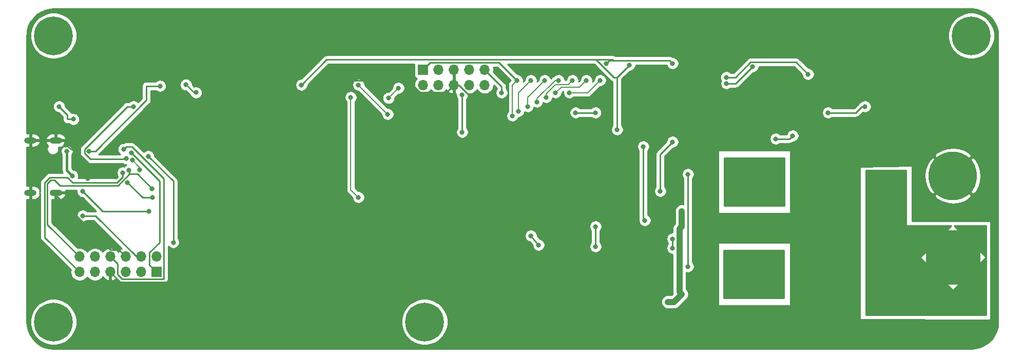
<source format=gbr>
%TF.GenerationSoftware,KiCad,Pcbnew,(5.1.6)-1*%
%TF.CreationDate,2020-09-17T14:23:21+02:00*%
%TF.ProjectId,USB_PD_PSU,5553425f-5044-45f5-9053-552e6b696361,rev?*%
%TF.SameCoordinates,Original*%
%TF.FileFunction,Copper,L2,Bot*%
%TF.FilePolarity,Positive*%
%FSLAX46Y46*%
G04 Gerber Fmt 4.6, Leading zero omitted, Abs format (unit mm)*
G04 Created by KiCad (PCBNEW (5.1.6)-1) date 2020-09-17 14:23:21*
%MOMM*%
%LPD*%
G01*
G04 APERTURE LIST*
%TA.AperFunction,ComponentPad*%
%ADD10R,1.700000X1.700000*%
%TD*%
%TA.AperFunction,ComponentPad*%
%ADD11O,1.700000X1.700000*%
%TD*%
%TA.AperFunction,ComponentPad*%
%ADD12O,2.100000X1.050000*%
%TD*%
%TA.AperFunction,ComponentPad*%
%ADD13O,2.000000X1.000000*%
%TD*%
%TA.AperFunction,ComponentPad*%
%ADD14C,8.000000*%
%TD*%
%TA.AperFunction,ComponentPad*%
%ADD15C,0.800000*%
%TD*%
%TA.AperFunction,ComponentPad*%
%ADD16C,6.400000*%
%TD*%
%TA.AperFunction,ViaPad*%
%ADD17C,0.800000*%
%TD*%
%TA.AperFunction,Conductor*%
%ADD18C,0.400000*%
%TD*%
%TA.AperFunction,Conductor*%
%ADD19C,0.250000*%
%TD*%
%TA.AperFunction,Conductor*%
%ADD20C,0.500000*%
%TD*%
%TA.AperFunction,Conductor*%
%ADD21C,0.300000*%
%TD*%
%TA.AperFunction,Conductor*%
%ADD22C,0.200000*%
%TD*%
%TA.AperFunction,Conductor*%
%ADD23C,1.000000*%
%TD*%
%TA.AperFunction,Conductor*%
%ADD24C,0.254000*%
%TD*%
G04 APERTURE END LIST*
D10*
%TO.P,J2,1*%
%TO.N,Alert*%
X54584600Y-80416400D03*
D11*
%TO.P,J2,2*%
%TO.N,A_B_SIDE*%
X54584600Y-77876400D03*
%TO.P,J2,3*%
%TO.N,ATTACH*%
X52044600Y-80416400D03*
%TO.P,J2,4*%
%TO.N,VPP*%
X52044600Y-77876400D03*
%TO.P,J2,5*%
%TO.N,Reset*%
X49504600Y-80416400D03*
%TO.P,J2,6*%
%TO.N,GND*%
X49504600Y-77876400D03*
%TO.P,J2,7*%
X46964600Y-80416400D03*
%TO.P,J2,8*%
%TO.N,POWER_OK2*%
X46964600Y-77876400D03*
%TO.P,J2,9*%
%TO.N,SCL*%
X44424600Y-80416400D03*
%TO.P,J2,10*%
%TO.N,SDA*%
X44424600Y-77876400D03*
%TO.P,J2,11*%
%TO.N,POWER_OK3*%
X41884600Y-80416400D03*
%TO.P,J2,12*%
%TO.N,GPIO*%
X41884600Y-77876400D03*
%TD*%
D10*
%TO.P,J3,1*%
%TO.N,Net-(J3-Pad1)*%
X98552000Y-46990000D03*
D11*
%TO.P,J3,2*%
%TO.N,Net-(J3-Pad2)*%
X98552000Y-49530000D03*
%TO.P,J3,3*%
%TO.N,Net-(J3-Pad3)*%
X101092000Y-46990000D03*
%TO.P,J3,4*%
%TO.N,Net-(J3-Pad4)*%
X101092000Y-49530000D03*
%TO.P,J3,5*%
%TO.N,GND*%
X103632000Y-46990000D03*
%TO.P,J3,6*%
X103632000Y-49530000D03*
%TO.P,J3,7*%
%TO.N,5V_lin*%
X106172000Y-46990000D03*
%TO.P,J3,8*%
%TO.N,Net-(J3-Pad8)*%
X106172000Y-49530000D03*
%TO.P,J3,9*%
%TO.N,Net-(J3-Pad9)*%
X108712000Y-46990000D03*
%TO.P,J3,10*%
%TO.N,Net-(J3-Pad10)*%
X108712000Y-49530000D03*
%TD*%
D12*
%TO.P,J1,G4*%
%TO.N,GND*%
X37962000Y-67312000D03*
%TO.P,J1,G3*%
X37962000Y-58672000D03*
D13*
%TO.P,J1,G2*%
X33782000Y-67312000D03*
%TO.P,J1,G1*%
X33782000Y-58672000D03*
%TD*%
D14*
%TO.P,J4,1*%
%TO.N,GND*%
X185928000Y-64516000D03*
%TD*%
%TO.P,J5,1*%
%TO.N,V_OUTPUT*%
X185928000Y-77978000D03*
%TD*%
D15*
%TO.P,H1,1*%
%TO.N,N/C*%
X39289056Y-39704944D03*
X37592000Y-39002000D03*
X35894944Y-39704944D03*
X35192000Y-41402000D03*
X35894944Y-43099056D03*
X37592000Y-43802000D03*
X39289056Y-43099056D03*
X39992000Y-41402000D03*
D16*
X37592000Y-41402000D03*
%TD*%
%TO.P,H2,1*%
%TO.N,N/C*%
X37592000Y-88646000D03*
D15*
X39992000Y-88646000D03*
X39289056Y-90343056D03*
X37592000Y-91046000D03*
X35894944Y-90343056D03*
X35192000Y-88646000D03*
X35894944Y-86948944D03*
X37592000Y-86246000D03*
X39289056Y-86948944D03*
%TD*%
D16*
%TO.P,H3,1*%
%TO.N,N/C*%
X188976000Y-41402000D03*
D15*
X191376000Y-41402000D03*
X190673056Y-43099056D03*
X188976000Y-43802000D03*
X187278944Y-43099056D03*
X186576000Y-41402000D03*
X187278944Y-39704944D03*
X188976000Y-39002000D03*
X190673056Y-39704944D03*
%TD*%
%TO.P,H4,1*%
%TO.N,N/C*%
X100503056Y-86948944D03*
X98806000Y-86246000D03*
X97108944Y-86948944D03*
X96406000Y-88646000D03*
X97108944Y-90343056D03*
X98806000Y-91046000D03*
X100503056Y-90343056D03*
X101206000Y-88646000D03*
D16*
X98806000Y-88646000D03*
%TD*%
D17*
%TO.N,Net-(C1-Pad1)*%
X40690800Y-64541400D03*
X38506400Y-53086000D03*
X40855990Y-55174010D03*
X39796901Y-60447101D03*
%TO.N,GND*%
X161036000Y-86868000D03*
X161036000Y-72390000D03*
X144526000Y-43434000D03*
X151638000Y-45212000D03*
X42672000Y-55626000D03*
X39624000Y-59436000D03*
X43230800Y-64947800D03*
X47936500Y-64700500D03*
X79216600Y-56292400D03*
X86106000Y-48768000D03*
X122936000Y-77724000D03*
X125476000Y-79756000D03*
X112259000Y-57413000D03*
X131064000Y-66802000D03*
X133350000Y-66802000D03*
X157489000Y-53857000D03*
X171871990Y-59315990D03*
X161290000Y-73152000D03*
X162306000Y-73152000D03*
X163576000Y-73152000D03*
X164846000Y-73660000D03*
X166116000Y-74168000D03*
X146812000Y-87884000D03*
X148336000Y-87884000D03*
X150114000Y-87884000D03*
X151638000Y-87884000D03*
X153162000Y-87884000D03*
X154432000Y-87884000D03*
X156210000Y-87884000D03*
X157734000Y-88138000D03*
X159004000Y-87884000D03*
X191262000Y-66802000D03*
X191262000Y-60706000D03*
X191262000Y-63754000D03*
X191262000Y-62484000D03*
X191262000Y-70104000D03*
X191262000Y-65278000D03*
X191262000Y-68580000D03*
X192532000Y-60706000D03*
X192532000Y-70104000D03*
X192532000Y-66802000D03*
X192532000Y-62484000D03*
X192532000Y-65278000D03*
X192532000Y-63754000D03*
X192532000Y-68580000D03*
X184912000Y-59182000D03*
X191008000Y-59182000D03*
X186690000Y-59182000D03*
X189484000Y-59182000D03*
X187960000Y-59182000D03*
X192786000Y-59182000D03*
X186690000Y-57912000D03*
X191008000Y-57912000D03*
X187960000Y-57912000D03*
X192786000Y-57912000D03*
X189484000Y-57912000D03*
X184912000Y-57912000D03*
X186690000Y-55372000D03*
X187960000Y-56642000D03*
X186690000Y-56642000D03*
X192786000Y-56642000D03*
X191008000Y-56642000D03*
X189484000Y-55372000D03*
X184912000Y-55372000D03*
X191008000Y-55372000D03*
X192786000Y-55372000D03*
X189484000Y-56642000D03*
X184912000Y-56642000D03*
X187960000Y-55372000D03*
X186690000Y-52832000D03*
X192786000Y-50292000D03*
X187960000Y-50292000D03*
X184912000Y-50292000D03*
X187960000Y-54102000D03*
X186690000Y-54102000D03*
X192786000Y-54102000D03*
X186690000Y-50292000D03*
X186690000Y-51562000D03*
X189484000Y-51562000D03*
X191008000Y-54102000D03*
X192786000Y-51562000D03*
X189484000Y-52832000D03*
X184912000Y-52832000D03*
X191008000Y-52832000D03*
X191008000Y-50292000D03*
X192786000Y-52832000D03*
X191008000Y-51562000D03*
X189484000Y-54102000D03*
X184912000Y-54102000D03*
X187960000Y-52832000D03*
X187960000Y-51562000D03*
X189484000Y-50292000D03*
X184912000Y-51562000D03*
X177292000Y-89154000D03*
X178816000Y-89154000D03*
X172466000Y-89154000D03*
X173990000Y-89154000D03*
X175768000Y-89154000D03*
X180086000Y-89154000D03*
X181864000Y-89154000D03*
X184658000Y-89154000D03*
X175768000Y-90424000D03*
X184658000Y-90424000D03*
X181864000Y-90424000D03*
X177292000Y-90424000D03*
X178816000Y-90424000D03*
X172466000Y-90424000D03*
X173990000Y-90424000D03*
X180086000Y-90424000D03*
X183388000Y-90424000D03*
X183388000Y-89154000D03*
X190500000Y-90424000D03*
X187706000Y-90424000D03*
X185928000Y-90424000D03*
X189230000Y-90424000D03*
X190500000Y-89154000D03*
X187706000Y-89154000D03*
X189230000Y-89154000D03*
X185928000Y-89154000D03*
X33782000Y-65278000D03*
X33782000Y-64262000D03*
X33782000Y-63246000D03*
X33782000Y-62230000D03*
X33782000Y-61214000D03*
X33782000Y-60198000D03*
X34798000Y-60198000D03*
X34798000Y-61214000D03*
X34798000Y-62230000D03*
X34798000Y-63246000D03*
X34798000Y-64262000D03*
X34798000Y-65278000D03*
X35814000Y-60198000D03*
X35814000Y-61214000D03*
X35814000Y-62230000D03*
X35814000Y-63246000D03*
X35814000Y-64262000D03*
X36830000Y-62230000D03*
X36830000Y-63246000D03*
X66548000Y-76708000D03*
X62367000Y-54219000D03*
X61214000Y-55880000D03*
X62230000Y-55880000D03*
X60960000Y-56896000D03*
X61976000Y-56896000D03*
X60452000Y-57912000D03*
X61468000Y-57912000D03*
X62484000Y-57912000D03*
X63500000Y-57912000D03*
X64516000Y-57912000D03*
X60960000Y-58928000D03*
X61976000Y-58928000D03*
X62992000Y-58928000D03*
X64008000Y-58928000D03*
X65024000Y-58928000D03*
X59944000Y-58928000D03*
X58928000Y-58928000D03*
X57912000Y-58928000D03*
X62738000Y-46482000D03*
X64008000Y-46482000D03*
X65024000Y-46482000D03*
X66040000Y-46482000D03*
X67056000Y-46482000D03*
X68072000Y-46482000D03*
X69088000Y-46482000D03*
X64516000Y-47498000D03*
X65532000Y-47498000D03*
X66548000Y-47498000D03*
X67564000Y-47498000D03*
X68580000Y-47498000D03*
X69596000Y-47498000D03*
%TO.N,Net-(C5-Pad1)*%
X55164001Y-49695999D03*
X43434000Y-60452000D03*
X59436000Y-49479200D03*
X61087000Y-50774600D03*
%TO.N,VSNK*%
X130556000Y-56896000D03*
X132588000Y-46228000D03*
X127000000Y-72898000D03*
X127000000Y-76200000D03*
X78486000Y-49530000D03*
%TO.N,/LinReg/V_IN_BUCK*%
X86614000Y-51562000D03*
X87884000Y-68072000D03*
X141097000Y-84201000D03*
X140462000Y-84836000D03*
X139700000Y-85344000D03*
X138938000Y-85344000D03*
X141224000Y-72898000D03*
X141224000Y-71882000D03*
X141224000Y-70358000D03*
X141224000Y-71120000D03*
%TO.N,Net-(C13-Pad2)*%
X87884000Y-49530000D03*
X92710000Y-54356000D03*
%TO.N,5V_lin*%
X104996999Y-51148999D03*
X104996999Y-57309001D03*
X128778000Y-45974000D03*
X139700000Y-45974000D03*
%TO.N,Net-(C21-Pad1)*%
X162052000Y-47752000D03*
X148581000Y-48251000D03*
%TO.N,I_MON*%
X142240000Y-64262000D03*
X142240000Y-79502000D03*
%TO.N,Net-(C28-Pad1)*%
X148590000Y-49276000D03*
X152908000Y-46482000D03*
%TO.N,Net-(C30-Pad2)*%
X139700000Y-76454000D03*
X139700000Y-74930000D03*
%TO.N,Net-(C32-Pad1)*%
X151892000Y-66294000D03*
X156718000Y-67564000D03*
X154940000Y-68834000D03*
X153416000Y-67564000D03*
X153416000Y-68834000D03*
X151892000Y-67564000D03*
X151892000Y-68834000D03*
X155956000Y-66040000D03*
X154686000Y-66040000D03*
X157226000Y-66040000D03*
X157226000Y-64770000D03*
X156210000Y-64770000D03*
X154686000Y-64770000D03*
X153416000Y-64770000D03*
X152146000Y-64770000D03*
X157226000Y-63500000D03*
X155956000Y-63500000D03*
X154686000Y-63500000D03*
X153416000Y-63500000D03*
X152146000Y-63500000D03*
X150368000Y-63500000D03*
X150368000Y-64770000D03*
X150368000Y-66294000D03*
X150368000Y-67564000D03*
X150368000Y-68834000D03*
X149098000Y-68834000D03*
X149098000Y-67564000D03*
X149098000Y-66294000D03*
X149098000Y-64770000D03*
X149098000Y-63500000D03*
X157226000Y-62230000D03*
X155956000Y-62230000D03*
X154686000Y-62230000D03*
X153416000Y-62230000D03*
X152146000Y-62230000D03*
X150622000Y-62230000D03*
X149098000Y-62230000D03*
X153416000Y-65786000D03*
X155067000Y-67437000D03*
X156591000Y-68961000D03*
%TO.N,Net-(C34-Pad1)*%
X150368000Y-77724000D03*
X149098000Y-77724000D03*
X149098000Y-78994000D03*
X150368000Y-78994000D03*
X152908000Y-77724000D03*
X151638000Y-77724000D03*
X151638000Y-78994000D03*
X152908000Y-78994000D03*
X150368000Y-80264000D03*
X149098000Y-80264000D03*
X152908000Y-80264000D03*
X151638000Y-80264000D03*
X149098000Y-81534000D03*
X150368000Y-81534000D03*
X152908000Y-81534000D03*
X151638000Y-81534000D03*
X149098000Y-82804000D03*
X152908000Y-84074000D03*
X151638000Y-84074000D03*
X152908000Y-82804000D03*
X149098000Y-84074000D03*
X150368000Y-84074000D03*
X151638000Y-82804000D03*
X150368000Y-82804000D03*
X154178000Y-77724000D03*
X156718000Y-77724000D03*
X155448000Y-77724000D03*
X154178000Y-78994000D03*
X156718000Y-78994000D03*
X156718000Y-81534000D03*
X155448000Y-81534000D03*
X156718000Y-80264000D03*
X155448000Y-78994000D03*
X154178000Y-81534000D03*
X155448000Y-80264000D03*
X154178000Y-80264000D03*
X154178000Y-82804000D03*
X155448000Y-84074000D03*
X154178000Y-84074000D03*
X156718000Y-84074000D03*
X156718000Y-82804000D03*
X155448000Y-82804000D03*
%TO.N,V_OUTPUT*%
X156718000Y-58420000D03*
X159512000Y-57912000D03*
X181356000Y-80772000D03*
X180340000Y-80772000D03*
X181102000Y-79756000D03*
X179832000Y-79756000D03*
X179578000Y-78740000D03*
X180594000Y-78740000D03*
X179324000Y-77470000D03*
X180340000Y-77470000D03*
X179578000Y-76200000D03*
X180848000Y-76200000D03*
X180086000Y-74676000D03*
X181356000Y-74676000D03*
X182880000Y-73406000D03*
X184150000Y-73660000D03*
X187706000Y-73660000D03*
X189738000Y-74422000D03*
X190246000Y-75438000D03*
X190754000Y-76708000D03*
X190500000Y-79502000D03*
X190246000Y-80772000D03*
X189230000Y-81534000D03*
X187960000Y-82550000D03*
X189484000Y-83312000D03*
X190500000Y-82296000D03*
X184150000Y-82804000D03*
X183134000Y-82042000D03*
X181102000Y-82042000D03*
X173482000Y-66040000D03*
X175514000Y-66040000D03*
X173482000Y-67818000D03*
X175514000Y-67818000D03*
X173482000Y-71374000D03*
X173482000Y-69596000D03*
X175514000Y-75184000D03*
X175514000Y-73406000D03*
X173482000Y-75184000D03*
X173482000Y-73406000D03*
X173482000Y-78740000D03*
X173482000Y-76962000D03*
X175514000Y-78740000D03*
X175514000Y-76962000D03*
%TO.N,POWER_OK2*%
X49174400Y-60121800D03*
%TO.N,POWER_OK3*%
X49022000Y-64008000D03*
%TO.N,Alert*%
X50469800Y-60756800D03*
%TO.N,A_B_SIDE*%
X57353200Y-75514200D03*
X53213000Y-61290200D03*
X51823620Y-63545720D03*
X50596800Y-61935360D03*
%TO.N,ATTACH*%
X49784000Y-65608200D03*
X53873400Y-68122800D03*
%TO.N,VPP*%
X42418000Y-71120000D03*
%TO.N,Reset*%
X42418000Y-67081400D03*
X53340000Y-70383400D03*
%TO.N,GPIO*%
X50012600Y-63652400D03*
X53822600Y-66649600D03*
%TO.N,Net-(J3-Pad1)*%
X114046000Y-48768000D03*
X113284000Y-54610000D03*
%TO.N,Net-(J3-Pad2)*%
X116332000Y-48768000D03*
X114300000Y-53848000D03*
%TO.N,Net-(J3-Pad3)*%
X118618000Y-48768000D03*
X115824000Y-53086000D03*
%TO.N,Net-(J3-Pad4)*%
X120904000Y-48768000D03*
X117348000Y-52324000D03*
%TO.N,Net-(J3-Pad8)*%
X127762000Y-48768000D03*
X122682000Y-50800000D03*
%TO.N,Net-(J3-Pad9)*%
X125476000Y-48768000D03*
X120414000Y-50800000D03*
X123707000Y-54093000D03*
X126991000Y-54093000D03*
X111506000Y-50800000D03*
%TO.N,Net-(J3-Pad10)*%
X123190000Y-48768000D03*
X118872000Y-51562000D03*
%TO.N,Net-(Q3-Pad3)*%
X165354000Y-54102000D03*
X171450000Y-53086000D03*
%TO.N,Net-(R9-Pad2)*%
X50800000Y-53086000D03*
X49585104Y-61666896D03*
%TO.N,Net-(R25-Pad1)*%
X116332000Y-74422000D03*
X117602000Y-75946000D03*
%TO.N,Net-(R35-Pad2)*%
X134874000Y-59690000D03*
X135128000Y-71882000D03*
%TO.N,Net-(R37-Pad2)*%
X137668000Y-67056000D03*
X139700000Y-58928000D03*
%TO.N,Net-(BUCK_FB1-Pad1)*%
X92837000Y-51689000D03*
X94488000Y-50038000D03*
%TD*%
D18*
%TO.N,Net-(C1-Pad1)*%
X39796901Y-63647501D02*
X40690800Y-64541400D01*
X39796901Y-60447101D02*
X39796901Y-63647501D01*
D19*
X40855990Y-55174010D02*
X39883210Y-55174010D01*
X39883210Y-55174010D02*
X39883210Y-54462810D01*
X39883210Y-54462810D02*
X38506400Y-53086000D01*
%TO.N,GND*%
X39624000Y-59436000D02*
X42164000Y-61214000D01*
D20*
X39624000Y-58674000D02*
X42672000Y-55626000D01*
X39624000Y-59436000D02*
X39624000Y-58674000D01*
D19*
X43230800Y-62280800D02*
X42164000Y-61214000D01*
X43230800Y-64947800D02*
X43230800Y-62280800D01*
D21*
X43478100Y-64700500D02*
X43230800Y-64947800D01*
X47936500Y-64700500D02*
X43478100Y-64700500D01*
D19*
X37962000Y-67737002D02*
X37962000Y-67312000D01*
X46926397Y-76701399D02*
X37962000Y-67737002D01*
X48329599Y-76701399D02*
X46926397Y-76701399D01*
X49504600Y-77876400D02*
X48329599Y-76701399D01*
D22*
X86106000Y-49403000D02*
X79216600Y-56292400D01*
X86106000Y-48768000D02*
X86106000Y-49403000D01*
D19*
X149860000Y-43434000D02*
X151638000Y-45212000D01*
X144526000Y-43434000D02*
X149860000Y-43434000D01*
X122936000Y-77724000D02*
X124968000Y-79756000D01*
X124968000Y-79756000D02*
X125476000Y-79756000D01*
X112259000Y-57337998D02*
X104451002Y-49530000D01*
X104451002Y-49530000D02*
X103632000Y-49530000D01*
X112259000Y-57413000D02*
X112259000Y-57337998D01*
X131064000Y-66802000D02*
X133350000Y-66802000D01*
X125947001Y-80227001D02*
X125476000Y-79756000D01*
X162947990Y-59315990D02*
X171871990Y-59315990D01*
X157489000Y-53857000D02*
X162947990Y-59315990D01*
X161036000Y-86868000D02*
X161036000Y-73406000D01*
X161036000Y-61227980D02*
X162947990Y-59315990D01*
X161036000Y-72390000D02*
X161036000Y-66548000D01*
X161036000Y-73406000D02*
X161036000Y-72390000D01*
X161036000Y-62484000D02*
X161036000Y-61227980D01*
X161036000Y-64008000D02*
X161036000Y-62484000D01*
X161036000Y-65278000D02*
X161036000Y-64008000D01*
X161036000Y-66548000D02*
X161036000Y-65278000D01*
X48589611Y-82041411D02*
X46964600Y-80416400D01*
X61214589Y-82041411D02*
X48589611Y-82041411D01*
X66548000Y-76708000D02*
X61214589Y-82041411D01*
X77143200Y-54219000D02*
X79216600Y-56292400D01*
X62367000Y-54219000D02*
X77143200Y-54219000D01*
X62367000Y-49647000D02*
X64516000Y-47498000D01*
X62367000Y-54219000D02*
X62367000Y-49647000D01*
X102456999Y-50705001D02*
X103632000Y-49530000D01*
X96050998Y-48768000D02*
X97987999Y-50705001D01*
X97987999Y-50705001D02*
X102456999Y-50705001D01*
X86106000Y-48768000D02*
X96050998Y-48768000D01*
%TO.N,Net-(C5-Pad1)*%
X55164001Y-49695999D02*
X52920001Y-49695999D01*
X52920001Y-52039001D02*
X44507002Y-60452000D01*
X52920001Y-49695999D02*
X52920001Y-52039001D01*
X44507002Y-60452000D02*
X43434000Y-60452000D01*
X59436000Y-49479200D02*
X60731400Y-50774600D01*
X60731400Y-50774600D02*
X61087000Y-50774600D01*
X61087000Y-50774600D02*
X61214000Y-50774600D01*
%TO.N,VSNK*%
X130556000Y-56896000D02*
X130556000Y-48260000D01*
X130556000Y-48260000D02*
X132588000Y-46228000D01*
X127000000Y-72898000D02*
X127000000Y-76200000D01*
X129990998Y-48260000D02*
X130556000Y-48260000D01*
X127095987Y-45364989D02*
X129990998Y-48260000D01*
X78486000Y-49530000D02*
X82651011Y-45364989D01*
X82651011Y-45364989D02*
X129889987Y-45364989D01*
D22*
%TO.N,/LinReg/V_IN_BUCK*%
X86614000Y-51562000D02*
X86614000Y-66802000D01*
X86614000Y-66802000D02*
X87884000Y-68072000D01*
D23*
X140824001Y-73297999D02*
X140824001Y-83674001D01*
X140824001Y-83674001D02*
X141212001Y-84062001D01*
X141224000Y-72898000D02*
X140824001Y-73297999D01*
X141212001Y-84062001D02*
X141212001Y-84085999D01*
X141212001Y-84085999D02*
X141097000Y-84201000D01*
X139954000Y-85344000D02*
X139700000Y-85344000D01*
X141097000Y-84201000D02*
X140462000Y-84836000D01*
X140462000Y-84836000D02*
X139954000Y-85344000D01*
X139700000Y-85344000D02*
X138938000Y-85344000D01*
X141224000Y-72898000D02*
X141224000Y-71882000D01*
X141224000Y-71882000D02*
X141224000Y-71120000D01*
X141224000Y-71120000D02*
X141224000Y-70358000D01*
D22*
%TO.N,Net-(C13-Pad2)*%
X87884000Y-49530000D02*
X92710000Y-54356000D01*
D19*
%TO.N,5V_lin*%
X104996999Y-51148999D02*
X104996999Y-57309001D01*
X129249001Y-45502999D02*
X128778000Y-45974000D01*
X139228999Y-45502999D02*
X129249001Y-45502999D01*
X139700000Y-45974000D02*
X139228999Y-45502999D01*
%TO.N,Net-(C21-Pad1)*%
X152559999Y-45756999D02*
X160056999Y-45756999D01*
X150065998Y-48251000D02*
X152559999Y-45756999D01*
X160056999Y-45756999D02*
X162052000Y-47752000D01*
X148581000Y-48251000D02*
X150065998Y-48251000D01*
%TO.N,I_MON*%
X142240000Y-64262000D02*
X142240000Y-79502000D01*
%TO.N,Net-(C28-Pad1)*%
X150114000Y-49276000D02*
X152908000Y-46482000D01*
X148590000Y-49276000D02*
X150114000Y-49276000D01*
%TO.N,Net-(C30-Pad2)*%
X139700000Y-74930000D02*
X139700000Y-76454000D01*
%TO.N,V_OUTPUT*%
X159004000Y-58420000D02*
X159512000Y-57912000D01*
X156718000Y-58420000D02*
X159004000Y-58420000D01*
%TO.N,POWER_OK2*%
X48139601Y-80790403D02*
X48139601Y-79051401D01*
X48940599Y-81591401D02*
X48139601Y-80790403D01*
X55694601Y-81591401D02*
X48940599Y-81591401D01*
X55759601Y-81526401D02*
X55694601Y-81591401D01*
X50507803Y-59721801D02*
X55759601Y-64973599D01*
X55759601Y-64973599D02*
X55759601Y-81526401D01*
X49574399Y-59721801D02*
X50507803Y-59721801D01*
X48139601Y-79051401D02*
X46964600Y-77876400D01*
X49174400Y-60121800D02*
X49574399Y-59721801D01*
%TO.N,POWER_OK3*%
X48037201Y-65672801D02*
X40749199Y-65672801D01*
X49022000Y-64008000D02*
X49022000Y-64688002D01*
X49022000Y-64688002D02*
X48037201Y-65672801D01*
X36136980Y-74668780D02*
X41884600Y-80416400D01*
X36136980Y-65608608D02*
X36136980Y-74668780D01*
X36963598Y-64781990D02*
X36136980Y-65608608D01*
X39858388Y-64781990D02*
X36963598Y-64781990D01*
X40749199Y-65672801D02*
X39858388Y-64781990D01*
%TO.N,Alert*%
X53409599Y-79241399D02*
X54584600Y-80416400D01*
X53409599Y-77197201D02*
X53409599Y-79241399D01*
X55081001Y-65368001D02*
X55081001Y-75525799D01*
X55081001Y-75525799D02*
X53409599Y-77197201D01*
X50469800Y-60756800D02*
X55081001Y-65368001D01*
%TO.N,A_B_SIDE*%
X57353200Y-65930788D02*
X57353200Y-75514200D01*
X57353200Y-65430400D02*
X57353200Y-65930788D01*
X53213000Y-61290200D02*
X57353200Y-65430400D01*
D22*
X51823620Y-63162180D02*
X51823620Y-63545720D01*
X50596800Y-61935360D02*
X51823620Y-63162180D01*
D19*
%TO.N,ATTACH*%
X52298600Y-68122800D02*
X49784000Y-65608200D01*
X53873400Y-68122800D02*
X52298600Y-68122800D01*
%TO.N,VPP*%
X51243602Y-77876400D02*
X52044600Y-77876400D01*
X44487202Y-71120000D02*
X51243602Y-77876400D01*
X42418000Y-71120000D02*
X44487202Y-71120000D01*
%TO.N,Reset*%
X45720000Y-70383400D02*
X42418000Y-67081400D01*
X53340000Y-70383400D02*
X45720000Y-70383400D01*
%TO.N,GPIO*%
X37774001Y-65231999D02*
X37149999Y-65231999D01*
X38664813Y-66122811D02*
X37774001Y-65231999D01*
X48223601Y-66122811D02*
X38664813Y-66122811D01*
X50107799Y-64238613D02*
X48223601Y-66122811D01*
X36586990Y-72578790D02*
X41884600Y-77876400D01*
X36586990Y-65795008D02*
X36586990Y-72578790D01*
X37149999Y-65231999D02*
X36586990Y-65795008D01*
X50107799Y-63747599D02*
X50107799Y-64238613D01*
X50012600Y-63652400D02*
X50107799Y-63747599D01*
X51487813Y-64238613D02*
X50107799Y-64238613D01*
X53822600Y-66649600D02*
X51487813Y-64238613D01*
D22*
%TO.N,Net-(J3-Pad1)*%
X113284000Y-49530000D02*
X113284000Y-54610000D01*
X114046000Y-48768000D02*
X113284000Y-49530000D01*
D19*
X99727001Y-45814999D02*
X111092999Y-45814999D01*
X111092999Y-45814999D02*
X114046000Y-48768000D01*
X98552000Y-46990000D02*
X99727001Y-45814999D01*
D22*
%TO.N,Net-(J3-Pad2)*%
X114300000Y-50800000D02*
X114300000Y-53848000D01*
X116332000Y-48768000D02*
X114300000Y-50800000D01*
%TO.N,Net-(J3-Pad3)*%
X115824000Y-51562000D02*
X115824000Y-53086000D01*
X118618000Y-48768000D02*
X115824000Y-51562000D01*
%TO.N,Net-(J3-Pad4)*%
X117348000Y-51758315D02*
X117348000Y-52324000D01*
X120338315Y-48768000D02*
X117348000Y-51758315D01*
X120904000Y-48768000D02*
X120338315Y-48768000D01*
%TO.N,Net-(J3-Pad8)*%
X125730000Y-50800000D02*
X122682000Y-50800000D01*
X127762000Y-48768000D02*
X125730000Y-50800000D01*
%TO.N,Net-(J3-Pad9)*%
X121345991Y-49868009D02*
X120414000Y-50800000D01*
X124375991Y-49868009D02*
X121345991Y-49868009D01*
X125476000Y-48768000D02*
X124375991Y-49868009D01*
D19*
X123707000Y-54093000D02*
X126991000Y-54093000D01*
X111506000Y-49784000D02*
X108712000Y-46990000D01*
X111506000Y-50800000D02*
X111506000Y-49784000D01*
D22*
%TO.N,Net-(J3-Pad10)*%
X118872000Y-50996315D02*
X118872000Y-51562000D01*
X122489999Y-49468001D02*
X120400314Y-49468001D01*
X120400314Y-49468001D02*
X118872000Y-50996315D01*
X123190000Y-48768000D02*
X122489999Y-49468001D01*
D19*
%TO.N,Net-(Q3-Pad3)*%
X165354000Y-54102000D02*
X169926000Y-54102000D01*
X169926000Y-54102000D02*
X170942000Y-53086000D01*
X170942000Y-53086000D02*
X171450000Y-53086000D01*
%TO.N,Net-(R9-Pad2)*%
X49726998Y-53086000D02*
X50800000Y-53086000D01*
X42708999Y-60800001D02*
X42708999Y-60103999D01*
X43656398Y-61747400D02*
X42708999Y-60800001D01*
X42708999Y-60103999D02*
X49726998Y-53086000D01*
X49504600Y-61747400D02*
X49585104Y-61666896D01*
X43656398Y-61747400D02*
X49504600Y-61747400D01*
%TO.N,Net-(R25-Pad1)*%
X116332000Y-74422000D02*
X117602000Y-75946000D01*
%TO.N,Net-(R35-Pad2)*%
X134874000Y-59690000D02*
X134874000Y-71628000D01*
X134874000Y-71628000D02*
X135128000Y-71882000D01*
%TO.N,Net-(R37-Pad2)*%
X137668000Y-60960000D02*
X139700000Y-58928000D01*
X137668000Y-67056000D02*
X137668000Y-60960000D01*
D22*
%TO.N,Net-(BUCK_FB1-Pad1)*%
X92837000Y-51689000D02*
X94488000Y-50038000D01*
%TD*%
D24*
%TO.N,Net-(C32-Pad1)*%
G36*
X158115000Y-69469000D02*
G01*
X148209000Y-69469000D01*
X148209000Y-61595000D01*
X158115000Y-61595000D01*
X158115000Y-69469000D01*
G37*
X158115000Y-69469000D02*
X148209000Y-69469000D01*
X148209000Y-61595000D01*
X158115000Y-61595000D01*
X158115000Y-69469000D01*
%TO.N,Net-(C34-Pad1)*%
G36*
X158010405Y-84709000D02*
G01*
X148104405Y-84709000D01*
X148104405Y-76835000D01*
X158010405Y-76835000D01*
X158010405Y-84709000D01*
G37*
X158010405Y-84709000D02*
X148104405Y-84709000D01*
X148104405Y-76835000D01*
X158010405Y-76835000D01*
X158010405Y-84709000D01*
%TO.N,GND*%
G36*
X189758249Y-37054437D02*
G01*
X190515774Y-37261672D01*
X191224625Y-37599777D01*
X191862404Y-38058067D01*
X192408946Y-38622055D01*
X192846977Y-39273913D01*
X193162651Y-39993038D01*
X193347206Y-40761768D01*
X193396001Y-41426221D01*
X193396000Y-88616608D01*
X193323563Y-89428249D01*
X193116328Y-90185774D01*
X192778221Y-90894627D01*
X192319928Y-91532410D01*
X191755945Y-92078946D01*
X191104085Y-92516978D01*
X190384963Y-92832651D01*
X189616232Y-93017206D01*
X188951792Y-93066000D01*
X37621392Y-93066000D01*
X36809751Y-92993563D01*
X36052226Y-92786328D01*
X35343373Y-92448221D01*
X34705590Y-91989928D01*
X34159054Y-91425945D01*
X33721022Y-90774085D01*
X33405349Y-90054963D01*
X33220794Y-89286232D01*
X33172000Y-88621792D01*
X33172000Y-88268285D01*
X33757000Y-88268285D01*
X33757000Y-89023715D01*
X33904377Y-89764628D01*
X34193467Y-90462554D01*
X34613161Y-91090670D01*
X35147330Y-91624839D01*
X35775446Y-92044533D01*
X36473372Y-92333623D01*
X37214285Y-92481000D01*
X37969715Y-92481000D01*
X38710628Y-92333623D01*
X39408554Y-92044533D01*
X40036670Y-91624839D01*
X40570839Y-91090670D01*
X40990533Y-90462554D01*
X41279623Y-89764628D01*
X41427000Y-89023715D01*
X41427000Y-88268285D01*
X94971000Y-88268285D01*
X94971000Y-89023715D01*
X95118377Y-89764628D01*
X95407467Y-90462554D01*
X95827161Y-91090670D01*
X96361330Y-91624839D01*
X96989446Y-92044533D01*
X97687372Y-92333623D01*
X98428285Y-92481000D01*
X99183715Y-92481000D01*
X99924628Y-92333623D01*
X100622554Y-92044533D01*
X101250670Y-91624839D01*
X101784839Y-91090670D01*
X102204533Y-90462554D01*
X102493623Y-89764628D01*
X102641000Y-89023715D01*
X102641000Y-88268285D01*
X102493623Y-87527372D01*
X102204533Y-86829446D01*
X101784839Y-86201330D01*
X101250670Y-85667161D01*
X100767026Y-85344000D01*
X137797509Y-85344000D01*
X137819423Y-85566499D01*
X137884324Y-85780447D01*
X137989716Y-85977623D01*
X138131551Y-86150449D01*
X138304377Y-86292284D01*
X138501553Y-86397676D01*
X138715501Y-86462577D01*
X138882248Y-86479000D01*
X139898249Y-86479000D01*
X139954000Y-86484491D01*
X140009751Y-86479000D01*
X140009752Y-86479000D01*
X140176499Y-86462577D01*
X140390447Y-86397676D01*
X140587623Y-86292284D01*
X140760449Y-86150449D01*
X140795996Y-86107135D01*
X141303988Y-85599143D01*
X141938989Y-84964143D01*
X141938994Y-84964137D01*
X141975136Y-84927995D01*
X142018450Y-84892448D01*
X142160285Y-84719622D01*
X142265677Y-84522445D01*
X142330578Y-84308497D01*
X142347001Y-84141750D01*
X142352492Y-84085999D01*
X142351310Y-84074000D01*
X142352492Y-84062001D01*
X142330578Y-83839502D01*
X142310132Y-83772102D01*
X142265677Y-83625554D01*
X142160285Y-83428378D01*
X142018450Y-83255552D01*
X141975136Y-83220005D01*
X141959001Y-83203870D01*
X141959001Y-80501383D01*
X142138061Y-80537000D01*
X142341939Y-80537000D01*
X142541898Y-80497226D01*
X142730256Y-80419205D01*
X142899774Y-80305937D01*
X143043937Y-80161774D01*
X143157205Y-79992256D01*
X143235226Y-79803898D01*
X143275000Y-79603939D01*
X143275000Y-79400061D01*
X143235226Y-79200102D01*
X143157205Y-79011744D01*
X143043937Y-78842226D01*
X143000000Y-78798289D01*
X143000000Y-75692000D01*
X147193000Y-75692000D01*
X147193000Y-85852000D01*
X147195440Y-85876776D01*
X147202667Y-85900601D01*
X147214403Y-85922557D01*
X147230197Y-85941803D01*
X147249443Y-85957597D01*
X147271399Y-85969333D01*
X147295224Y-85976560D01*
X147320000Y-85979000D01*
X159004000Y-85979000D01*
X159028776Y-85976560D01*
X159052601Y-85969333D01*
X159074557Y-85957597D01*
X159093803Y-85941803D01*
X159109597Y-85922557D01*
X159121333Y-85900601D01*
X159128560Y-85876776D01*
X159131000Y-85852000D01*
X159131000Y-75692000D01*
X159128560Y-75667224D01*
X159121333Y-75643399D01*
X159109597Y-75621443D01*
X159093803Y-75602197D01*
X159074557Y-75586403D01*
X159052601Y-75574667D01*
X159028776Y-75567440D01*
X159004000Y-75565000D01*
X147320000Y-75565000D01*
X147295224Y-75567440D01*
X147271399Y-75574667D01*
X147249443Y-75586403D01*
X147230197Y-75602197D01*
X147214403Y-75621443D01*
X147202667Y-75643399D01*
X147195440Y-75667224D01*
X147193000Y-75692000D01*
X143000000Y-75692000D01*
X143000000Y-64965711D01*
X143043937Y-64921774D01*
X143157205Y-64752256D01*
X143235226Y-64563898D01*
X143275000Y-64363939D01*
X143275000Y-64160061D01*
X143235226Y-63960102D01*
X143157205Y-63771744D01*
X143043937Y-63602226D01*
X142899774Y-63458063D01*
X142730256Y-63344795D01*
X142541898Y-63266774D01*
X142341939Y-63227000D01*
X142138061Y-63227000D01*
X141938102Y-63266774D01*
X141749744Y-63344795D01*
X141580226Y-63458063D01*
X141436063Y-63602226D01*
X141322795Y-63771744D01*
X141244774Y-63960102D01*
X141205000Y-64160061D01*
X141205000Y-64363939D01*
X141244774Y-64563898D01*
X141322795Y-64752256D01*
X141436063Y-64921774D01*
X141480000Y-64965711D01*
X141480000Y-69249586D01*
X141446499Y-69239423D01*
X141224000Y-69217509D01*
X141001502Y-69239423D01*
X140787554Y-69304324D01*
X140590378Y-69409716D01*
X140417552Y-69551551D01*
X140275717Y-69724377D01*
X140170324Y-69921553D01*
X140105423Y-70135501D01*
X140089000Y-70302248D01*
X140089000Y-72427869D01*
X140060866Y-72456003D01*
X140017552Y-72491550D01*
X139875717Y-72664376D01*
X139773259Y-72856063D01*
X139770325Y-72861553D01*
X139705424Y-73075501D01*
X139683510Y-73297999D01*
X139689001Y-73353751D01*
X139689001Y-73895000D01*
X139598061Y-73895000D01*
X139398102Y-73934774D01*
X139209744Y-74012795D01*
X139040226Y-74126063D01*
X138896063Y-74270226D01*
X138782795Y-74439744D01*
X138704774Y-74628102D01*
X138665000Y-74828061D01*
X138665000Y-75031939D01*
X138704774Y-75231898D01*
X138782795Y-75420256D01*
X138896063Y-75589774D01*
X138940000Y-75633711D01*
X138940001Y-75750288D01*
X138896063Y-75794226D01*
X138782795Y-75963744D01*
X138704774Y-76152102D01*
X138665000Y-76352061D01*
X138665000Y-76555939D01*
X138704774Y-76755898D01*
X138782795Y-76944256D01*
X138896063Y-77113774D01*
X139040226Y-77257937D01*
X139209744Y-77371205D01*
X139398102Y-77449226D01*
X139598061Y-77489000D01*
X139689001Y-77489000D01*
X139689002Y-83618240D01*
X139683510Y-83674001D01*
X139705424Y-83896499D01*
X139726591Y-83966278D01*
X139483869Y-84209000D01*
X138882248Y-84209000D01*
X138715501Y-84225423D01*
X138501553Y-84290324D01*
X138304377Y-84395716D01*
X138131551Y-84537551D01*
X137989716Y-84710377D01*
X137884324Y-84907553D01*
X137819423Y-85121501D01*
X137797509Y-85344000D01*
X100767026Y-85344000D01*
X100622554Y-85247467D01*
X99924628Y-84958377D01*
X99183715Y-84811000D01*
X98428285Y-84811000D01*
X97687372Y-84958377D01*
X96989446Y-85247467D01*
X96361330Y-85667161D01*
X95827161Y-86201330D01*
X95407467Y-86829446D01*
X95118377Y-87527372D01*
X94971000Y-88268285D01*
X41427000Y-88268285D01*
X41279623Y-87527372D01*
X40990533Y-86829446D01*
X40570839Y-86201330D01*
X40036670Y-85667161D01*
X39408554Y-85247467D01*
X38710628Y-84958377D01*
X37969715Y-84811000D01*
X37214285Y-84811000D01*
X36473372Y-84958377D01*
X35775446Y-85247467D01*
X35147330Y-85667161D01*
X34613161Y-86201330D01*
X34193467Y-86829446D01*
X33904377Y-87527372D01*
X33757000Y-88268285D01*
X33172000Y-88268285D01*
X33172000Y-68447000D01*
X33655000Y-68447000D01*
X33655000Y-67439000D01*
X33635000Y-67439000D01*
X33635000Y-67185000D01*
X33655000Y-67185000D01*
X33655000Y-66177000D01*
X33909000Y-66177000D01*
X33909000Y-67185000D01*
X33929000Y-67185000D01*
X33929000Y-67439000D01*
X33909000Y-67439000D01*
X33909000Y-68447000D01*
X34409000Y-68447000D01*
X34627987Y-68400415D01*
X34833678Y-68312003D01*
X35018169Y-68185161D01*
X35174369Y-68024764D01*
X35296276Y-67836976D01*
X35376119Y-67613874D01*
X35249955Y-67439002D01*
X35376980Y-67439002D01*
X35376981Y-74631448D01*
X35373304Y-74668780D01*
X35376981Y-74706113D01*
X35387978Y-74817766D01*
X35401160Y-74861222D01*
X35431434Y-74961026D01*
X35502006Y-75093056D01*
X35573181Y-75179782D01*
X35596980Y-75208781D01*
X35625978Y-75232579D01*
X40443390Y-80049992D01*
X40399600Y-80270140D01*
X40399600Y-80562660D01*
X40456668Y-80849558D01*
X40568610Y-81119811D01*
X40731125Y-81363032D01*
X40937968Y-81569875D01*
X41181189Y-81732390D01*
X41451442Y-81844332D01*
X41738340Y-81901400D01*
X42030860Y-81901400D01*
X42317758Y-81844332D01*
X42588011Y-81732390D01*
X42831232Y-81569875D01*
X43038075Y-81363032D01*
X43154600Y-81188640D01*
X43271125Y-81363032D01*
X43477968Y-81569875D01*
X43721189Y-81732390D01*
X43991442Y-81844332D01*
X44278340Y-81901400D01*
X44570860Y-81901400D01*
X44857758Y-81844332D01*
X45128011Y-81732390D01*
X45371232Y-81569875D01*
X45578075Y-81363032D01*
X45699795Y-81180866D01*
X45769422Y-81297755D01*
X45964331Y-81513988D01*
X46197680Y-81688041D01*
X46460501Y-81813225D01*
X46607710Y-81857876D01*
X46837600Y-81736555D01*
X46837600Y-80543400D01*
X46817600Y-80543400D01*
X46817600Y-80289400D01*
X46837600Y-80289400D01*
X46837600Y-80269400D01*
X47091600Y-80269400D01*
X47091600Y-80289400D01*
X47111600Y-80289400D01*
X47111600Y-80543400D01*
X47091600Y-80543400D01*
X47091600Y-81736555D01*
X47321490Y-81857876D01*
X47468699Y-81813225D01*
X47731520Y-81688041D01*
X47863783Y-81589387D01*
X48376800Y-82102403D01*
X48400598Y-82131402D01*
X48516323Y-82226375D01*
X48648352Y-82296947D01*
X48791613Y-82340404D01*
X48903266Y-82351401D01*
X48903275Y-82351401D01*
X48940598Y-82355077D01*
X48977921Y-82351401D01*
X55657279Y-82351401D01*
X55694601Y-82355077D01*
X55731923Y-82351401D01*
X55731934Y-82351401D01*
X55843587Y-82340404D01*
X55986848Y-82296947D01*
X56118877Y-82226375D01*
X56234602Y-82131402D01*
X56258405Y-82102398D01*
X56270598Y-82090205D01*
X56299602Y-82066402D01*
X56394575Y-81950677D01*
X56465147Y-81818648D01*
X56508604Y-81675387D01*
X56519601Y-81563734D01*
X56519601Y-81563723D01*
X56523277Y-81526401D01*
X56519601Y-81489078D01*
X56519601Y-76129582D01*
X56549263Y-76173974D01*
X56693426Y-76318137D01*
X56862944Y-76431405D01*
X57051302Y-76509426D01*
X57251261Y-76549200D01*
X57455139Y-76549200D01*
X57655098Y-76509426D01*
X57843456Y-76431405D01*
X58012974Y-76318137D01*
X58157137Y-76173974D01*
X58270405Y-76004456D01*
X58348426Y-75816098D01*
X58388200Y-75616139D01*
X58388200Y-75412261D01*
X58348426Y-75212302D01*
X58270405Y-75023944D01*
X58157137Y-74854426D01*
X58113200Y-74810489D01*
X58113200Y-74320061D01*
X115297000Y-74320061D01*
X115297000Y-74523939D01*
X115336774Y-74723898D01*
X115414795Y-74912256D01*
X115528063Y-75081774D01*
X115672226Y-75225937D01*
X115841744Y-75339205D01*
X116030102Y-75417226D01*
X116200263Y-75451073D01*
X116567000Y-75891158D01*
X116567000Y-76047939D01*
X116606774Y-76247898D01*
X116684795Y-76436256D01*
X116798063Y-76605774D01*
X116942226Y-76749937D01*
X117111744Y-76863205D01*
X117300102Y-76941226D01*
X117500061Y-76981000D01*
X117703939Y-76981000D01*
X117903898Y-76941226D01*
X118092256Y-76863205D01*
X118261774Y-76749937D01*
X118405937Y-76605774D01*
X118519205Y-76436256D01*
X118597226Y-76247898D01*
X118637000Y-76047939D01*
X118637000Y-75844061D01*
X118597226Y-75644102D01*
X118519205Y-75455744D01*
X118405937Y-75286226D01*
X118261774Y-75142063D01*
X118092256Y-75028795D01*
X117903898Y-74950774D01*
X117733737Y-74916927D01*
X117367000Y-74476842D01*
X117367000Y-74320061D01*
X117327226Y-74120102D01*
X117249205Y-73931744D01*
X117135937Y-73762226D01*
X116991774Y-73618063D01*
X116822256Y-73504795D01*
X116633898Y-73426774D01*
X116433939Y-73387000D01*
X116230061Y-73387000D01*
X116030102Y-73426774D01*
X115841744Y-73504795D01*
X115672226Y-73618063D01*
X115528063Y-73762226D01*
X115414795Y-73931744D01*
X115336774Y-74120102D01*
X115297000Y-74320061D01*
X58113200Y-74320061D01*
X58113200Y-72796061D01*
X125965000Y-72796061D01*
X125965000Y-72999939D01*
X126004774Y-73199898D01*
X126082795Y-73388256D01*
X126196063Y-73557774D01*
X126240000Y-73601711D01*
X126240001Y-75496288D01*
X126196063Y-75540226D01*
X126082795Y-75709744D01*
X126004774Y-75898102D01*
X125965000Y-76098061D01*
X125965000Y-76301939D01*
X126004774Y-76501898D01*
X126082795Y-76690256D01*
X126196063Y-76859774D01*
X126340226Y-77003937D01*
X126509744Y-77117205D01*
X126698102Y-77195226D01*
X126898061Y-77235000D01*
X127101939Y-77235000D01*
X127301898Y-77195226D01*
X127490256Y-77117205D01*
X127659774Y-77003937D01*
X127803937Y-76859774D01*
X127917205Y-76690256D01*
X127995226Y-76501898D01*
X128035000Y-76301939D01*
X128035000Y-76098061D01*
X127995226Y-75898102D01*
X127917205Y-75709744D01*
X127803937Y-75540226D01*
X127760000Y-75496289D01*
X127760000Y-73601711D01*
X127803937Y-73557774D01*
X127917205Y-73388256D01*
X127995226Y-73199898D01*
X128035000Y-72999939D01*
X128035000Y-72796061D01*
X127995226Y-72596102D01*
X127917205Y-72407744D01*
X127803937Y-72238226D01*
X127659774Y-72094063D01*
X127490256Y-71980795D01*
X127301898Y-71902774D01*
X127101939Y-71863000D01*
X126898061Y-71863000D01*
X126698102Y-71902774D01*
X126509744Y-71980795D01*
X126340226Y-72094063D01*
X126196063Y-72238226D01*
X126082795Y-72407744D01*
X126004774Y-72596102D01*
X125965000Y-72796061D01*
X58113200Y-72796061D01*
X58113200Y-65467722D01*
X58116876Y-65430400D01*
X58113200Y-65393077D01*
X58113200Y-65393067D01*
X58102203Y-65281414D01*
X58058746Y-65138153D01*
X58024581Y-65074236D01*
X57988174Y-65006123D01*
X57916999Y-64919397D01*
X57893201Y-64890399D01*
X57864204Y-64866602D01*
X54248000Y-61250399D01*
X54248000Y-61188261D01*
X54208226Y-60988302D01*
X54130205Y-60799944D01*
X54016937Y-60630426D01*
X53872774Y-60486263D01*
X53703256Y-60372995D01*
X53514898Y-60294974D01*
X53314939Y-60255200D01*
X53111061Y-60255200D01*
X52911102Y-60294974D01*
X52722744Y-60372995D01*
X52553226Y-60486263D01*
X52450146Y-60589343D01*
X51071607Y-59210804D01*
X51047804Y-59181800D01*
X50932079Y-59086827D01*
X50800050Y-59016255D01*
X50656789Y-58972798D01*
X50545136Y-58961801D01*
X50545125Y-58961801D01*
X50507803Y-58958125D01*
X50470481Y-58961801D01*
X49611721Y-58961801D01*
X49574398Y-58958125D01*
X49537076Y-58961801D01*
X49537066Y-58961801D01*
X49425413Y-58972798D01*
X49282152Y-59016255D01*
X49150174Y-59086800D01*
X49072461Y-59086800D01*
X48872502Y-59126574D01*
X48684144Y-59204595D01*
X48514626Y-59317863D01*
X48370463Y-59462026D01*
X48257195Y-59631544D01*
X48179174Y-59819902D01*
X48139400Y-60019861D01*
X48139400Y-60223739D01*
X48179174Y-60423698D01*
X48257195Y-60612056D01*
X48370463Y-60781574D01*
X48514626Y-60925737D01*
X48606911Y-60987400D01*
X45050779Y-60987400D01*
X45070806Y-60962997D01*
X53431004Y-52602800D01*
X53460002Y-52579002D01*
X53554975Y-52463277D01*
X53625547Y-52331248D01*
X53669004Y-52187987D01*
X53680001Y-52076334D01*
X53680001Y-52076325D01*
X53683677Y-52039002D01*
X53680001Y-52001679D01*
X53680001Y-50455999D01*
X54460290Y-50455999D01*
X54504227Y-50499936D01*
X54673745Y-50613204D01*
X54862103Y-50691225D01*
X55062062Y-50730999D01*
X55265940Y-50730999D01*
X55465899Y-50691225D01*
X55654257Y-50613204D01*
X55823775Y-50499936D01*
X55967938Y-50355773D01*
X56081206Y-50186255D01*
X56159227Y-49997897D01*
X56199001Y-49797938D01*
X56199001Y-49594060D01*
X56159227Y-49394101D01*
X56152252Y-49377261D01*
X58401000Y-49377261D01*
X58401000Y-49581139D01*
X58440774Y-49781098D01*
X58518795Y-49969456D01*
X58632063Y-50138974D01*
X58776226Y-50283137D01*
X58945744Y-50396405D01*
X59134102Y-50474426D01*
X59334061Y-50514200D01*
X59396199Y-50514200D01*
X60167601Y-51285603D01*
X60191399Y-51314601D01*
X60217159Y-51335742D01*
X60283063Y-51434374D01*
X60427226Y-51578537D01*
X60596744Y-51691805D01*
X60785102Y-51769826D01*
X60985061Y-51809600D01*
X61188939Y-51809600D01*
X61388898Y-51769826D01*
X61577256Y-51691805D01*
X61746774Y-51578537D01*
X61865250Y-51460061D01*
X85579000Y-51460061D01*
X85579000Y-51663939D01*
X85618774Y-51863898D01*
X85696795Y-52052256D01*
X85810063Y-52221774D01*
X85879000Y-52290711D01*
X85879001Y-66765885D01*
X85875444Y-66802000D01*
X85889635Y-66946085D01*
X85923245Y-67056879D01*
X85931664Y-67084633D01*
X85999914Y-67212320D01*
X86091763Y-67324238D01*
X86119808Y-67347254D01*
X86849000Y-68076447D01*
X86849000Y-68173939D01*
X86888774Y-68373898D01*
X86966795Y-68562256D01*
X87080063Y-68731774D01*
X87224226Y-68875937D01*
X87393744Y-68989205D01*
X87582102Y-69067226D01*
X87782061Y-69107000D01*
X87985939Y-69107000D01*
X88185898Y-69067226D01*
X88374256Y-68989205D01*
X88543774Y-68875937D01*
X88687937Y-68731774D01*
X88801205Y-68562256D01*
X88879226Y-68373898D01*
X88919000Y-68173939D01*
X88919000Y-67970061D01*
X88879226Y-67770102D01*
X88801205Y-67581744D01*
X88687937Y-67412226D01*
X88543774Y-67268063D01*
X88374256Y-67154795D01*
X88185898Y-67076774D01*
X87985939Y-67037000D01*
X87888447Y-67037000D01*
X87349000Y-66497554D01*
X87349000Y-59588061D01*
X133839000Y-59588061D01*
X133839000Y-59791939D01*
X133878774Y-59991898D01*
X133956795Y-60180256D01*
X134070063Y-60349774D01*
X134114000Y-60393711D01*
X134114001Y-71590668D01*
X134110324Y-71628000D01*
X134114001Y-71665333D01*
X134114604Y-71671451D01*
X134093000Y-71780061D01*
X134093000Y-71983939D01*
X134132774Y-72183898D01*
X134210795Y-72372256D01*
X134324063Y-72541774D01*
X134468226Y-72685937D01*
X134637744Y-72799205D01*
X134826102Y-72877226D01*
X135026061Y-72917000D01*
X135229939Y-72917000D01*
X135429898Y-72877226D01*
X135618256Y-72799205D01*
X135787774Y-72685937D01*
X135931937Y-72541774D01*
X136045205Y-72372256D01*
X136123226Y-72183898D01*
X136163000Y-71983939D01*
X136163000Y-71780061D01*
X136123226Y-71580102D01*
X136045205Y-71391744D01*
X135931937Y-71222226D01*
X135787774Y-71078063D01*
X135634000Y-70975315D01*
X135634000Y-66954061D01*
X136633000Y-66954061D01*
X136633000Y-67157939D01*
X136672774Y-67357898D01*
X136750795Y-67546256D01*
X136864063Y-67715774D01*
X137008226Y-67859937D01*
X137177744Y-67973205D01*
X137366102Y-68051226D01*
X137566061Y-68091000D01*
X137769939Y-68091000D01*
X137969898Y-68051226D01*
X138158256Y-67973205D01*
X138327774Y-67859937D01*
X138471937Y-67715774D01*
X138585205Y-67546256D01*
X138663226Y-67357898D01*
X138703000Y-67157939D01*
X138703000Y-66954061D01*
X138663226Y-66754102D01*
X138585205Y-66565744D01*
X138471937Y-66396226D01*
X138428000Y-66352289D01*
X138428000Y-61274801D01*
X139250801Y-60452000D01*
X147193000Y-60452000D01*
X147193000Y-70612000D01*
X147195440Y-70636776D01*
X147202667Y-70660601D01*
X147214403Y-70682557D01*
X147230197Y-70701803D01*
X147249443Y-70717597D01*
X147271399Y-70729333D01*
X147295224Y-70736560D01*
X147320000Y-70739000D01*
X159004000Y-70739000D01*
X159028776Y-70736560D01*
X159052601Y-70729333D01*
X159074557Y-70717597D01*
X159093803Y-70701803D01*
X159109597Y-70682557D01*
X159121333Y-70660601D01*
X159128560Y-70636776D01*
X159131000Y-70612000D01*
X159131000Y-63134875D01*
X170561000Y-63134875D01*
X170561000Y-88138000D01*
X170563440Y-88162776D01*
X170570667Y-88186601D01*
X170582403Y-88208557D01*
X170598197Y-88227803D01*
X170617443Y-88243597D01*
X170639399Y-88255333D01*
X170663224Y-88262560D01*
X170687811Y-88265000D01*
X192023811Y-88296750D01*
X192048591Y-88294346D01*
X192072426Y-88287155D01*
X192094400Y-88275452D01*
X192113669Y-88259686D01*
X192129492Y-88240464D01*
X192141260Y-88218525D01*
X192148523Y-88194712D01*
X192151000Y-88169750D01*
X192151000Y-72136000D01*
X192148560Y-72111224D01*
X192141333Y-72087399D01*
X192129597Y-72065443D01*
X192113803Y-72046197D01*
X192094557Y-72030403D01*
X192072601Y-72018667D01*
X192048776Y-72011440D01*
X192024000Y-72009000D01*
X179197000Y-72009000D01*
X179197000Y-67785580D01*
X182838025Y-67785580D01*
X183294197Y-68357185D01*
X184094183Y-68797207D01*
X184964641Y-69072704D01*
X185872121Y-69173091D01*
X186781748Y-69094508D01*
X187658566Y-68839975D01*
X188468879Y-68419275D01*
X188561803Y-68357185D01*
X189017975Y-67785580D01*
X185928000Y-64695605D01*
X182838025Y-67785580D01*
X179197000Y-67785580D01*
X179197000Y-64460121D01*
X181270909Y-64460121D01*
X181349492Y-65369748D01*
X181604025Y-66246566D01*
X182024725Y-67056879D01*
X182086815Y-67149803D01*
X182658420Y-67605975D01*
X185748395Y-64516000D01*
X186107605Y-64516000D01*
X189197580Y-67605975D01*
X189769185Y-67149803D01*
X190209207Y-66349817D01*
X190484704Y-65479359D01*
X190585091Y-64571879D01*
X190506508Y-63662252D01*
X190251975Y-62785434D01*
X189831275Y-61975121D01*
X189769185Y-61882197D01*
X189197580Y-61426025D01*
X186107605Y-64516000D01*
X185748395Y-64516000D01*
X182658420Y-61426025D01*
X182086815Y-61882197D01*
X181646793Y-62682183D01*
X181371296Y-63552641D01*
X181270909Y-64460121D01*
X179197000Y-64460121D01*
X179197000Y-62992000D01*
X179194560Y-62967224D01*
X179187333Y-62943399D01*
X179175597Y-62921443D01*
X179159803Y-62902197D01*
X179140557Y-62886403D01*
X179118601Y-62874667D01*
X179094776Y-62867440D01*
X179067836Y-62865018D01*
X170685836Y-63007893D01*
X170661104Y-63010756D01*
X170637407Y-63018388D01*
X170615653Y-63030496D01*
X170596680Y-63046616D01*
X170581216Y-63066128D01*
X170569856Y-63088281D01*
X170563036Y-63112225D01*
X170561000Y-63134875D01*
X159131000Y-63134875D01*
X159131000Y-61246420D01*
X182838025Y-61246420D01*
X185928000Y-64336395D01*
X189017975Y-61246420D01*
X188561803Y-60674815D01*
X187761817Y-60234793D01*
X186891359Y-59959296D01*
X185983879Y-59858909D01*
X185074252Y-59937492D01*
X184197434Y-60192025D01*
X183387121Y-60612725D01*
X183294197Y-60674815D01*
X182838025Y-61246420D01*
X159131000Y-61246420D01*
X159131000Y-60452000D01*
X159128560Y-60427224D01*
X159121333Y-60403399D01*
X159109597Y-60381443D01*
X159093803Y-60362197D01*
X159074557Y-60346403D01*
X159052601Y-60334667D01*
X159028776Y-60327440D01*
X159004000Y-60325000D01*
X147320000Y-60325000D01*
X147295224Y-60327440D01*
X147271399Y-60334667D01*
X147249443Y-60346403D01*
X147230197Y-60362197D01*
X147214403Y-60381443D01*
X147202667Y-60403399D01*
X147195440Y-60427224D01*
X147193000Y-60452000D01*
X139250801Y-60452000D01*
X139739802Y-59963000D01*
X139801939Y-59963000D01*
X140001898Y-59923226D01*
X140190256Y-59845205D01*
X140359774Y-59731937D01*
X140503937Y-59587774D01*
X140617205Y-59418256D01*
X140695226Y-59229898D01*
X140735000Y-59029939D01*
X140735000Y-58826061D01*
X140695226Y-58626102D01*
X140617205Y-58437744D01*
X140537236Y-58318061D01*
X155683000Y-58318061D01*
X155683000Y-58521939D01*
X155722774Y-58721898D01*
X155800795Y-58910256D01*
X155914063Y-59079774D01*
X156058226Y-59223937D01*
X156227744Y-59337205D01*
X156416102Y-59415226D01*
X156616061Y-59455000D01*
X156819939Y-59455000D01*
X157019898Y-59415226D01*
X157208256Y-59337205D01*
X157377774Y-59223937D01*
X157421711Y-59180000D01*
X158966678Y-59180000D01*
X159004000Y-59183676D01*
X159041322Y-59180000D01*
X159041333Y-59180000D01*
X159152986Y-59169003D01*
X159296247Y-59125546D01*
X159428276Y-59054974D01*
X159544001Y-58960001D01*
X159554671Y-58947000D01*
X159613939Y-58947000D01*
X159813898Y-58907226D01*
X160002256Y-58829205D01*
X160171774Y-58715937D01*
X160315937Y-58571774D01*
X160429205Y-58402256D01*
X160507226Y-58213898D01*
X160547000Y-58013939D01*
X160547000Y-57810061D01*
X160507226Y-57610102D01*
X160429205Y-57421744D01*
X160315937Y-57252226D01*
X160171774Y-57108063D01*
X160002256Y-56994795D01*
X159813898Y-56916774D01*
X159613939Y-56877000D01*
X159410061Y-56877000D01*
X159210102Y-56916774D01*
X159021744Y-56994795D01*
X158852226Y-57108063D01*
X158708063Y-57252226D01*
X158594795Y-57421744D01*
X158516774Y-57610102D01*
X158506849Y-57660000D01*
X157421711Y-57660000D01*
X157377774Y-57616063D01*
X157208256Y-57502795D01*
X157019898Y-57424774D01*
X156819939Y-57385000D01*
X156616061Y-57385000D01*
X156416102Y-57424774D01*
X156227744Y-57502795D01*
X156058226Y-57616063D01*
X155914063Y-57760226D01*
X155800795Y-57929744D01*
X155722774Y-58118102D01*
X155683000Y-58318061D01*
X140537236Y-58318061D01*
X140503937Y-58268226D01*
X140359774Y-58124063D01*
X140190256Y-58010795D01*
X140001898Y-57932774D01*
X139801939Y-57893000D01*
X139598061Y-57893000D01*
X139398102Y-57932774D01*
X139209744Y-58010795D01*
X139040226Y-58124063D01*
X138896063Y-58268226D01*
X138782795Y-58437744D01*
X138704774Y-58626102D01*
X138665000Y-58826061D01*
X138665000Y-58888198D01*
X137156998Y-60396201D01*
X137128000Y-60419999D01*
X137104202Y-60448997D01*
X137104201Y-60448998D01*
X137033026Y-60535724D01*
X136962454Y-60667754D01*
X136939251Y-60744247D01*
X136918998Y-60811014D01*
X136913882Y-60862959D01*
X136904324Y-60960000D01*
X136908001Y-60997332D01*
X136908000Y-66352289D01*
X136864063Y-66396226D01*
X136750795Y-66565744D01*
X136672774Y-66754102D01*
X136633000Y-66954061D01*
X135634000Y-66954061D01*
X135634000Y-60393711D01*
X135677937Y-60349774D01*
X135791205Y-60180256D01*
X135869226Y-59991898D01*
X135909000Y-59791939D01*
X135909000Y-59588061D01*
X135869226Y-59388102D01*
X135791205Y-59199744D01*
X135677937Y-59030226D01*
X135533774Y-58886063D01*
X135364256Y-58772795D01*
X135175898Y-58694774D01*
X134975939Y-58655000D01*
X134772061Y-58655000D01*
X134572102Y-58694774D01*
X134383744Y-58772795D01*
X134214226Y-58886063D01*
X134070063Y-59030226D01*
X133956795Y-59199744D01*
X133878774Y-59388102D01*
X133839000Y-59588061D01*
X87349000Y-59588061D01*
X87349000Y-52290711D01*
X87417937Y-52221774D01*
X87531205Y-52052256D01*
X87609226Y-51863898D01*
X87649000Y-51663939D01*
X87649000Y-51460061D01*
X87609226Y-51260102D01*
X87531205Y-51071744D01*
X87417937Y-50902226D01*
X87273774Y-50758063D01*
X87104256Y-50644795D01*
X86915898Y-50566774D01*
X86715939Y-50527000D01*
X86512061Y-50527000D01*
X86312102Y-50566774D01*
X86123744Y-50644795D01*
X85954226Y-50758063D01*
X85810063Y-50902226D01*
X85696795Y-51071744D01*
X85618774Y-51260102D01*
X85579000Y-51460061D01*
X61865250Y-51460061D01*
X61890937Y-51434374D01*
X62004205Y-51264856D01*
X62082226Y-51076498D01*
X62122000Y-50876539D01*
X62122000Y-50672661D01*
X62082226Y-50472702D01*
X62004205Y-50284344D01*
X61890937Y-50114826D01*
X61746774Y-49970663D01*
X61577256Y-49857395D01*
X61388898Y-49779374D01*
X61188939Y-49739600D01*
X60985061Y-49739600D01*
X60806683Y-49775081D01*
X60471000Y-49439399D01*
X60471000Y-49428061D01*
X77451000Y-49428061D01*
X77451000Y-49631939D01*
X77490774Y-49831898D01*
X77568795Y-50020256D01*
X77682063Y-50189774D01*
X77826226Y-50333937D01*
X77995744Y-50447205D01*
X78184102Y-50525226D01*
X78384061Y-50565000D01*
X78587939Y-50565000D01*
X78787898Y-50525226D01*
X78976256Y-50447205D01*
X79145774Y-50333937D01*
X79289937Y-50189774D01*
X79403205Y-50020256D01*
X79481226Y-49831898D01*
X79521000Y-49631939D01*
X79521000Y-49569801D01*
X79662740Y-49428061D01*
X86849000Y-49428061D01*
X86849000Y-49631939D01*
X86888774Y-49831898D01*
X86966795Y-50020256D01*
X87080063Y-50189774D01*
X87224226Y-50333937D01*
X87393744Y-50447205D01*
X87582102Y-50525226D01*
X87782061Y-50565000D01*
X87879554Y-50565000D01*
X91675000Y-54360447D01*
X91675000Y-54457939D01*
X91714774Y-54657898D01*
X91792795Y-54846256D01*
X91906063Y-55015774D01*
X92050226Y-55159937D01*
X92219744Y-55273205D01*
X92408102Y-55351226D01*
X92608061Y-55391000D01*
X92811939Y-55391000D01*
X93011898Y-55351226D01*
X93200256Y-55273205D01*
X93369774Y-55159937D01*
X93513937Y-55015774D01*
X93627205Y-54846256D01*
X93705226Y-54657898D01*
X93745000Y-54457939D01*
X93745000Y-54254061D01*
X93705226Y-54054102D01*
X93627205Y-53865744D01*
X93513937Y-53696226D01*
X93369774Y-53552063D01*
X93200256Y-53438795D01*
X93011898Y-53360774D01*
X92811939Y-53321000D01*
X92714447Y-53321000D01*
X90980508Y-51587061D01*
X91802000Y-51587061D01*
X91802000Y-51790939D01*
X91841774Y-51990898D01*
X91919795Y-52179256D01*
X92033063Y-52348774D01*
X92177226Y-52492937D01*
X92346744Y-52606205D01*
X92535102Y-52684226D01*
X92735061Y-52724000D01*
X92938939Y-52724000D01*
X93138898Y-52684226D01*
X93327256Y-52606205D01*
X93496774Y-52492937D01*
X93640937Y-52348774D01*
X93754205Y-52179256D01*
X93832226Y-51990898D01*
X93872000Y-51790939D01*
X93872000Y-51693446D01*
X94492447Y-51073000D01*
X94589939Y-51073000D01*
X94789898Y-51033226D01*
X94978256Y-50955205D01*
X95147774Y-50841937D01*
X95291937Y-50697774D01*
X95405205Y-50528256D01*
X95483226Y-50339898D01*
X95523000Y-50139939D01*
X95523000Y-49936061D01*
X95483226Y-49736102D01*
X95405205Y-49547744D01*
X95291937Y-49378226D01*
X95147774Y-49234063D01*
X94978256Y-49120795D01*
X94789898Y-49042774D01*
X94589939Y-49003000D01*
X94386061Y-49003000D01*
X94186102Y-49042774D01*
X93997744Y-49120795D01*
X93828226Y-49234063D01*
X93684063Y-49378226D01*
X93570795Y-49547744D01*
X93492774Y-49736102D01*
X93453000Y-49936061D01*
X93453000Y-50033553D01*
X92832554Y-50654000D01*
X92735061Y-50654000D01*
X92535102Y-50693774D01*
X92346744Y-50771795D01*
X92177226Y-50885063D01*
X92033063Y-51029226D01*
X91919795Y-51198744D01*
X91841774Y-51387102D01*
X91802000Y-51587061D01*
X90980508Y-51587061D01*
X88919000Y-49525554D01*
X88919000Y-49428061D01*
X88879226Y-49228102D01*
X88801205Y-49039744D01*
X88687937Y-48870226D01*
X88543774Y-48726063D01*
X88374256Y-48612795D01*
X88185898Y-48534774D01*
X87985939Y-48495000D01*
X87782061Y-48495000D01*
X87582102Y-48534774D01*
X87393744Y-48612795D01*
X87224226Y-48726063D01*
X87080063Y-48870226D01*
X86966795Y-49039744D01*
X86888774Y-49228102D01*
X86849000Y-49428061D01*
X79662740Y-49428061D01*
X82965813Y-46124989D01*
X97065406Y-46124989D01*
X97063928Y-46140000D01*
X97063928Y-47840000D01*
X97076188Y-47964482D01*
X97112498Y-48084180D01*
X97171463Y-48194494D01*
X97250815Y-48291185D01*
X97347506Y-48370537D01*
X97457820Y-48429502D01*
X97530380Y-48451513D01*
X97398525Y-48583368D01*
X97236010Y-48826589D01*
X97124068Y-49096842D01*
X97067000Y-49383740D01*
X97067000Y-49676260D01*
X97124068Y-49963158D01*
X97236010Y-50233411D01*
X97398525Y-50476632D01*
X97605368Y-50683475D01*
X97848589Y-50845990D01*
X98118842Y-50957932D01*
X98405740Y-51015000D01*
X98698260Y-51015000D01*
X98985158Y-50957932D01*
X99255411Y-50845990D01*
X99498632Y-50683475D01*
X99705475Y-50476632D01*
X99822000Y-50302240D01*
X99938525Y-50476632D01*
X100145368Y-50683475D01*
X100388589Y-50845990D01*
X100658842Y-50957932D01*
X100945740Y-51015000D01*
X101238260Y-51015000D01*
X101525158Y-50957932D01*
X101795411Y-50845990D01*
X102038632Y-50683475D01*
X102245475Y-50476632D01*
X102367195Y-50294466D01*
X102436822Y-50411355D01*
X102631731Y-50627588D01*
X102865080Y-50801641D01*
X103127901Y-50926825D01*
X103275110Y-50971476D01*
X103505000Y-50850155D01*
X103505000Y-49657000D01*
X103485000Y-49657000D01*
X103485000Y-49403000D01*
X103505000Y-49403000D01*
X103505000Y-47117000D01*
X103485000Y-47117000D01*
X103485000Y-46863000D01*
X103505000Y-46863000D01*
X103505000Y-46843000D01*
X103759000Y-46843000D01*
X103759000Y-46863000D01*
X103779000Y-46863000D01*
X103779000Y-47117000D01*
X103759000Y-47117000D01*
X103759000Y-49403000D01*
X103779000Y-49403000D01*
X103779000Y-49657000D01*
X103759000Y-49657000D01*
X103759000Y-50850155D01*
X103978160Y-50965813D01*
X103961999Y-51047060D01*
X103961999Y-51250938D01*
X104001773Y-51450897D01*
X104079794Y-51639255D01*
X104193062Y-51808773D01*
X104236999Y-51852710D01*
X104237000Y-56605289D01*
X104193062Y-56649227D01*
X104079794Y-56818745D01*
X104001773Y-57007103D01*
X103961999Y-57207062D01*
X103961999Y-57410940D01*
X104001773Y-57610899D01*
X104079794Y-57799257D01*
X104193062Y-57968775D01*
X104337225Y-58112938D01*
X104506743Y-58226206D01*
X104695101Y-58304227D01*
X104895060Y-58344001D01*
X105098938Y-58344001D01*
X105298897Y-58304227D01*
X105487255Y-58226206D01*
X105656773Y-58112938D01*
X105800936Y-57968775D01*
X105914204Y-57799257D01*
X105992225Y-57610899D01*
X106031999Y-57410940D01*
X106031999Y-57207062D01*
X105992225Y-57007103D01*
X105914204Y-56818745D01*
X105800936Y-56649227D01*
X105756999Y-56605290D01*
X105756999Y-51852710D01*
X105800936Y-51808773D01*
X105914204Y-51639255D01*
X105992225Y-51450897D01*
X106031999Y-51250938D01*
X106031999Y-51047060D01*
X106025617Y-51014976D01*
X106025740Y-51015000D01*
X106318260Y-51015000D01*
X106605158Y-50957932D01*
X106875411Y-50845990D01*
X107118632Y-50683475D01*
X107325475Y-50476632D01*
X107442000Y-50302240D01*
X107558525Y-50476632D01*
X107765368Y-50683475D01*
X108008589Y-50845990D01*
X108278842Y-50957932D01*
X108565740Y-51015000D01*
X108858260Y-51015000D01*
X109145158Y-50957932D01*
X109415411Y-50845990D01*
X109658632Y-50683475D01*
X109865475Y-50476632D01*
X110027990Y-50233411D01*
X110139932Y-49963158D01*
X110197000Y-49676260D01*
X110197000Y-49549802D01*
X110744744Y-50097545D01*
X110702063Y-50140226D01*
X110588795Y-50309744D01*
X110510774Y-50498102D01*
X110471000Y-50698061D01*
X110471000Y-50901939D01*
X110510774Y-51101898D01*
X110588795Y-51290256D01*
X110702063Y-51459774D01*
X110846226Y-51603937D01*
X111015744Y-51717205D01*
X111204102Y-51795226D01*
X111404061Y-51835000D01*
X111607939Y-51835000D01*
X111807898Y-51795226D01*
X111996256Y-51717205D01*
X112165774Y-51603937D01*
X112309937Y-51459774D01*
X112423205Y-51290256D01*
X112501226Y-51101898D01*
X112541000Y-50901939D01*
X112541000Y-50698061D01*
X112501226Y-50498102D01*
X112423205Y-50309744D01*
X112309937Y-50140226D01*
X112266000Y-50096289D01*
X112266000Y-49821325D01*
X112269676Y-49784000D01*
X112266000Y-49746675D01*
X112266000Y-49746667D01*
X112255003Y-49635014D01*
X112211546Y-49491753D01*
X112140974Y-49359724D01*
X112046001Y-49243999D01*
X112017003Y-49220201D01*
X110153209Y-47356408D01*
X110197000Y-47136260D01*
X110197000Y-46843740D01*
X110143544Y-46574999D01*
X110778198Y-46574999D01*
X112988876Y-48785678D01*
X112789808Y-48984746D01*
X112761762Y-49007763D01*
X112669913Y-49119681D01*
X112601663Y-49247368D01*
X112578442Y-49323917D01*
X112559635Y-49385915D01*
X112545444Y-49530000D01*
X112549000Y-49566105D01*
X112549001Y-53881288D01*
X112480063Y-53950226D01*
X112366795Y-54119744D01*
X112288774Y-54308102D01*
X112249000Y-54508061D01*
X112249000Y-54711939D01*
X112288774Y-54911898D01*
X112366795Y-55100256D01*
X112480063Y-55269774D01*
X112624226Y-55413937D01*
X112793744Y-55527205D01*
X112982102Y-55605226D01*
X113182061Y-55645000D01*
X113385939Y-55645000D01*
X113585898Y-55605226D01*
X113774256Y-55527205D01*
X113943774Y-55413937D01*
X114087937Y-55269774D01*
X114201205Y-55100256D01*
X114279226Y-54911898D01*
X114284974Y-54883000D01*
X114401939Y-54883000D01*
X114601898Y-54843226D01*
X114790256Y-54765205D01*
X114959774Y-54651937D01*
X115103937Y-54507774D01*
X115217205Y-54338256D01*
X115295226Y-54149898D01*
X115325500Y-53997697D01*
X115333744Y-54003205D01*
X115522102Y-54081226D01*
X115722061Y-54121000D01*
X115925939Y-54121000D01*
X116125898Y-54081226D01*
X116314256Y-54003205D01*
X116332430Y-53991061D01*
X122672000Y-53991061D01*
X122672000Y-54194939D01*
X122711774Y-54394898D01*
X122789795Y-54583256D01*
X122903063Y-54752774D01*
X123047226Y-54896937D01*
X123216744Y-55010205D01*
X123405102Y-55088226D01*
X123605061Y-55128000D01*
X123808939Y-55128000D01*
X124008898Y-55088226D01*
X124197256Y-55010205D01*
X124366774Y-54896937D01*
X124410711Y-54853000D01*
X126287289Y-54853000D01*
X126331226Y-54896937D01*
X126500744Y-55010205D01*
X126689102Y-55088226D01*
X126889061Y-55128000D01*
X127092939Y-55128000D01*
X127292898Y-55088226D01*
X127481256Y-55010205D01*
X127650774Y-54896937D01*
X127794937Y-54752774D01*
X127908205Y-54583256D01*
X127986226Y-54394898D01*
X128026000Y-54194939D01*
X128026000Y-53991061D01*
X127986226Y-53791102D01*
X127908205Y-53602744D01*
X127794937Y-53433226D01*
X127650774Y-53289063D01*
X127481256Y-53175795D01*
X127292898Y-53097774D01*
X127092939Y-53058000D01*
X126889061Y-53058000D01*
X126689102Y-53097774D01*
X126500744Y-53175795D01*
X126331226Y-53289063D01*
X126287289Y-53333000D01*
X124410711Y-53333000D01*
X124366774Y-53289063D01*
X124197256Y-53175795D01*
X124008898Y-53097774D01*
X123808939Y-53058000D01*
X123605061Y-53058000D01*
X123405102Y-53097774D01*
X123216744Y-53175795D01*
X123047226Y-53289063D01*
X122903063Y-53433226D01*
X122789795Y-53602744D01*
X122711774Y-53791102D01*
X122672000Y-53991061D01*
X116332430Y-53991061D01*
X116483774Y-53889937D01*
X116627937Y-53745774D01*
X116741205Y-53576256D01*
X116819226Y-53387898D01*
X116849500Y-53235697D01*
X116857744Y-53241205D01*
X117046102Y-53319226D01*
X117246061Y-53359000D01*
X117449939Y-53359000D01*
X117649898Y-53319226D01*
X117838256Y-53241205D01*
X118007774Y-53127937D01*
X118151937Y-52983774D01*
X118265205Y-52814256D01*
X118343226Y-52625898D01*
X118373500Y-52473697D01*
X118381744Y-52479205D01*
X118570102Y-52557226D01*
X118770061Y-52597000D01*
X118973939Y-52597000D01*
X119173898Y-52557226D01*
X119362256Y-52479205D01*
X119531774Y-52365937D01*
X119675937Y-52221774D01*
X119789205Y-52052256D01*
X119867226Y-51863898D01*
X119899612Y-51701081D01*
X119923744Y-51717205D01*
X120112102Y-51795226D01*
X120312061Y-51835000D01*
X120515939Y-51835000D01*
X120715898Y-51795226D01*
X120904256Y-51717205D01*
X121073774Y-51603937D01*
X121217937Y-51459774D01*
X121331205Y-51290256D01*
X121409226Y-51101898D01*
X121449000Y-50901939D01*
X121449000Y-50804447D01*
X121650438Y-50603009D01*
X121665907Y-50603009D01*
X121647000Y-50698061D01*
X121647000Y-50901939D01*
X121686774Y-51101898D01*
X121764795Y-51290256D01*
X121878063Y-51459774D01*
X122022226Y-51603937D01*
X122191744Y-51717205D01*
X122380102Y-51795226D01*
X122580061Y-51835000D01*
X122783939Y-51835000D01*
X122983898Y-51795226D01*
X123172256Y-51717205D01*
X123341774Y-51603937D01*
X123410711Y-51535000D01*
X125693895Y-51535000D01*
X125730000Y-51538556D01*
X125766105Y-51535000D01*
X125874085Y-51524365D01*
X126012633Y-51482337D01*
X126140320Y-51414087D01*
X126252238Y-51322238D01*
X126275258Y-51294188D01*
X127766447Y-49803000D01*
X127863939Y-49803000D01*
X128063898Y-49763226D01*
X128252256Y-49685205D01*
X128421774Y-49571937D01*
X128565937Y-49427774D01*
X128679205Y-49258256D01*
X128757226Y-49069898D01*
X128797000Y-48869939D01*
X128797000Y-48666061D01*
X128757226Y-48466102D01*
X128679205Y-48277744D01*
X128565937Y-48108226D01*
X128421774Y-47964063D01*
X128252256Y-47850795D01*
X128063898Y-47772774D01*
X127863939Y-47733000D01*
X127660061Y-47733000D01*
X127460102Y-47772774D01*
X127271744Y-47850795D01*
X127102226Y-47964063D01*
X126958063Y-48108226D01*
X126844795Y-48277744D01*
X126766774Y-48466102D01*
X126727000Y-48666061D01*
X126727000Y-48763553D01*
X126483783Y-49006771D01*
X126511000Y-48869939D01*
X126511000Y-48666061D01*
X126471226Y-48466102D01*
X126393205Y-48277744D01*
X126279937Y-48108226D01*
X126135774Y-47964063D01*
X125966256Y-47850795D01*
X125777898Y-47772774D01*
X125577939Y-47733000D01*
X125374061Y-47733000D01*
X125174102Y-47772774D01*
X124985744Y-47850795D01*
X124816226Y-47964063D01*
X124672063Y-48108226D01*
X124558795Y-48277744D01*
X124480774Y-48466102D01*
X124441000Y-48666061D01*
X124441000Y-48763553D01*
X124197783Y-49006771D01*
X124225000Y-48869939D01*
X124225000Y-48666061D01*
X124185226Y-48466102D01*
X124107205Y-48277744D01*
X123993937Y-48108226D01*
X123849774Y-47964063D01*
X123680256Y-47850795D01*
X123491898Y-47772774D01*
X123291939Y-47733000D01*
X123088061Y-47733000D01*
X122888102Y-47772774D01*
X122699744Y-47850795D01*
X122530226Y-47964063D01*
X122386063Y-48108226D01*
X122272795Y-48277744D01*
X122194774Y-48466102D01*
X122155000Y-48666061D01*
X122155000Y-48733001D01*
X121939000Y-48733001D01*
X121939000Y-48666061D01*
X121899226Y-48466102D01*
X121821205Y-48277744D01*
X121707937Y-48108226D01*
X121563774Y-47964063D01*
X121394256Y-47850795D01*
X121205898Y-47772774D01*
X121005939Y-47733000D01*
X120802061Y-47733000D01*
X120602102Y-47772774D01*
X120413744Y-47850795D01*
X120244226Y-47964063D01*
X120151776Y-48056513D01*
X120055682Y-48085663D01*
X119927995Y-48153913D01*
X119816077Y-48245762D01*
X119793061Y-48273807D01*
X119609577Y-48457292D01*
X119535205Y-48277744D01*
X119421937Y-48108226D01*
X119277774Y-47964063D01*
X119108256Y-47850795D01*
X118919898Y-47772774D01*
X118719939Y-47733000D01*
X118516061Y-47733000D01*
X118316102Y-47772774D01*
X118127744Y-47850795D01*
X117958226Y-47964063D01*
X117814063Y-48108226D01*
X117700795Y-48277744D01*
X117622774Y-48466102D01*
X117583000Y-48666061D01*
X117583000Y-48763553D01*
X117339783Y-49006771D01*
X117367000Y-48869939D01*
X117367000Y-48666061D01*
X117327226Y-48466102D01*
X117249205Y-48277744D01*
X117135937Y-48108226D01*
X116991774Y-47964063D01*
X116822256Y-47850795D01*
X116633898Y-47772774D01*
X116433939Y-47733000D01*
X116230061Y-47733000D01*
X116030102Y-47772774D01*
X115841744Y-47850795D01*
X115672226Y-47964063D01*
X115528063Y-48108226D01*
X115414795Y-48277744D01*
X115336774Y-48466102D01*
X115297000Y-48666061D01*
X115297000Y-48763553D01*
X115053783Y-49006771D01*
X115081000Y-48869939D01*
X115081000Y-48666061D01*
X115041226Y-48466102D01*
X114963205Y-48277744D01*
X114849937Y-48108226D01*
X114705774Y-47964063D01*
X114536256Y-47850795D01*
X114347898Y-47772774D01*
X114147939Y-47733000D01*
X114085802Y-47733000D01*
X112477790Y-46124989D01*
X126781186Y-46124989D01*
X129427199Y-48771003D01*
X129450997Y-48800001D01*
X129566722Y-48894974D01*
X129698751Y-48965546D01*
X129796001Y-48995046D01*
X129796000Y-56192289D01*
X129752063Y-56236226D01*
X129638795Y-56405744D01*
X129560774Y-56594102D01*
X129521000Y-56794061D01*
X129521000Y-56997939D01*
X129560774Y-57197898D01*
X129638795Y-57386256D01*
X129752063Y-57555774D01*
X129896226Y-57699937D01*
X130065744Y-57813205D01*
X130254102Y-57891226D01*
X130454061Y-57931000D01*
X130657939Y-57931000D01*
X130857898Y-57891226D01*
X131046256Y-57813205D01*
X131215774Y-57699937D01*
X131359937Y-57555774D01*
X131473205Y-57386256D01*
X131551226Y-57197898D01*
X131591000Y-56997939D01*
X131591000Y-56794061D01*
X131551226Y-56594102D01*
X131473205Y-56405744D01*
X131359937Y-56236226D01*
X131316000Y-56192289D01*
X131316000Y-54000061D01*
X164319000Y-54000061D01*
X164319000Y-54203939D01*
X164358774Y-54403898D01*
X164436795Y-54592256D01*
X164550063Y-54761774D01*
X164694226Y-54905937D01*
X164863744Y-55019205D01*
X165052102Y-55097226D01*
X165252061Y-55137000D01*
X165455939Y-55137000D01*
X165655898Y-55097226D01*
X165844256Y-55019205D01*
X166013774Y-54905937D01*
X166057711Y-54862000D01*
X169888678Y-54862000D01*
X169926000Y-54865676D01*
X169963322Y-54862000D01*
X169963333Y-54862000D01*
X170074986Y-54851003D01*
X170218247Y-54807546D01*
X170350276Y-54736974D01*
X170466001Y-54642001D01*
X170489804Y-54612998D01*
X171058635Y-54044167D01*
X171148102Y-54081226D01*
X171348061Y-54121000D01*
X171551939Y-54121000D01*
X171751898Y-54081226D01*
X171940256Y-54003205D01*
X172109774Y-53889937D01*
X172253937Y-53745774D01*
X172367205Y-53576256D01*
X172445226Y-53387898D01*
X172485000Y-53187939D01*
X172485000Y-52984061D01*
X172445226Y-52784102D01*
X172367205Y-52595744D01*
X172253937Y-52426226D01*
X172109774Y-52282063D01*
X171940256Y-52168795D01*
X171751898Y-52090774D01*
X171551939Y-52051000D01*
X171348061Y-52051000D01*
X171148102Y-52090774D01*
X170959744Y-52168795D01*
X170790226Y-52282063D01*
X170710158Y-52362131D01*
X170679812Y-52371336D01*
X170649753Y-52380454D01*
X170517723Y-52451026D01*
X170434083Y-52519668D01*
X170401999Y-52545999D01*
X170378201Y-52574997D01*
X169611199Y-53342000D01*
X166057711Y-53342000D01*
X166013774Y-53298063D01*
X165844256Y-53184795D01*
X165655898Y-53106774D01*
X165455939Y-53067000D01*
X165252061Y-53067000D01*
X165052102Y-53106774D01*
X164863744Y-53184795D01*
X164694226Y-53298063D01*
X164550063Y-53442226D01*
X164436795Y-53611744D01*
X164358774Y-53800102D01*
X164319000Y-54000061D01*
X131316000Y-54000061D01*
X131316000Y-48574801D01*
X131741740Y-48149061D01*
X147546000Y-48149061D01*
X147546000Y-48352939D01*
X147585774Y-48552898D01*
X147663795Y-48741256D01*
X147683158Y-48770235D01*
X147672795Y-48785744D01*
X147594774Y-48974102D01*
X147555000Y-49174061D01*
X147555000Y-49377939D01*
X147594774Y-49577898D01*
X147672795Y-49766256D01*
X147786063Y-49935774D01*
X147930226Y-50079937D01*
X148099744Y-50193205D01*
X148288102Y-50271226D01*
X148488061Y-50311000D01*
X148691939Y-50311000D01*
X148891898Y-50271226D01*
X149080256Y-50193205D01*
X149249774Y-50079937D01*
X149293711Y-50036000D01*
X150076678Y-50036000D01*
X150114000Y-50039676D01*
X150151322Y-50036000D01*
X150151333Y-50036000D01*
X150262986Y-50025003D01*
X150406247Y-49981546D01*
X150538276Y-49910974D01*
X150654001Y-49816001D01*
X150677804Y-49786997D01*
X152947802Y-47517000D01*
X153009939Y-47517000D01*
X153209898Y-47477226D01*
X153398256Y-47399205D01*
X153567774Y-47285937D01*
X153711937Y-47141774D01*
X153825205Y-46972256D01*
X153903226Y-46783898D01*
X153943000Y-46583939D01*
X153943000Y-46516999D01*
X159742198Y-46516999D01*
X161017000Y-47791802D01*
X161017000Y-47853939D01*
X161056774Y-48053898D01*
X161134795Y-48242256D01*
X161248063Y-48411774D01*
X161392226Y-48555937D01*
X161561744Y-48669205D01*
X161750102Y-48747226D01*
X161950061Y-48787000D01*
X162153939Y-48787000D01*
X162353898Y-48747226D01*
X162542256Y-48669205D01*
X162711774Y-48555937D01*
X162855937Y-48411774D01*
X162969205Y-48242256D01*
X163047226Y-48053898D01*
X163087000Y-47853939D01*
X163087000Y-47650061D01*
X163047226Y-47450102D01*
X162969205Y-47261744D01*
X162855937Y-47092226D01*
X162711774Y-46948063D01*
X162542256Y-46834795D01*
X162353898Y-46756774D01*
X162153939Y-46717000D01*
X162091802Y-46717000D01*
X160620803Y-45246001D01*
X160597000Y-45216998D01*
X160481275Y-45122025D01*
X160349246Y-45051453D01*
X160205985Y-45007996D01*
X160094332Y-44996999D01*
X160094321Y-44996999D01*
X160056999Y-44993323D01*
X160019677Y-44996999D01*
X152597321Y-44996999D01*
X152559998Y-44993323D01*
X152522675Y-44996999D01*
X152522666Y-44996999D01*
X152411013Y-45007996D01*
X152268181Y-45051323D01*
X152267752Y-45051453D01*
X152135722Y-45122025D01*
X152052082Y-45190667D01*
X152019998Y-45216998D01*
X151996200Y-45245996D01*
X149751197Y-47491000D01*
X149284711Y-47491000D01*
X149240774Y-47447063D01*
X149071256Y-47333795D01*
X148882898Y-47255774D01*
X148682939Y-47216000D01*
X148479061Y-47216000D01*
X148279102Y-47255774D01*
X148090744Y-47333795D01*
X147921226Y-47447063D01*
X147777063Y-47591226D01*
X147663795Y-47760744D01*
X147585774Y-47949102D01*
X147546000Y-48149061D01*
X131741740Y-48149061D01*
X132627802Y-47263000D01*
X132689939Y-47263000D01*
X132889898Y-47223226D01*
X133078256Y-47145205D01*
X133247774Y-47031937D01*
X133391937Y-46887774D01*
X133505205Y-46718256D01*
X133583226Y-46529898D01*
X133623000Y-46329939D01*
X133623000Y-46262999D01*
X138702208Y-46262999D01*
X138704774Y-46275898D01*
X138782795Y-46464256D01*
X138896063Y-46633774D01*
X139040226Y-46777937D01*
X139209744Y-46891205D01*
X139398102Y-46969226D01*
X139598061Y-47009000D01*
X139801939Y-47009000D01*
X140001898Y-46969226D01*
X140190256Y-46891205D01*
X140359774Y-46777937D01*
X140503937Y-46633774D01*
X140617205Y-46464256D01*
X140695226Y-46275898D01*
X140735000Y-46075939D01*
X140735000Y-45872061D01*
X140695226Y-45672102D01*
X140617205Y-45483744D01*
X140503937Y-45314226D01*
X140359774Y-45170063D01*
X140190256Y-45056795D01*
X140001898Y-44978774D01*
X139801939Y-44939000D01*
X139739758Y-44939000D01*
X139653275Y-44868025D01*
X139521246Y-44797453D01*
X139377985Y-44753996D01*
X139266332Y-44742999D01*
X139266321Y-44742999D01*
X139228999Y-44739323D01*
X139191677Y-44742999D01*
X130330084Y-44742999D01*
X130314263Y-44730015D01*
X130182234Y-44659443D01*
X130038973Y-44615986D01*
X129927320Y-44604989D01*
X127133309Y-44604989D01*
X127095987Y-44601313D01*
X127058665Y-44604989D01*
X82688333Y-44604989D01*
X82651010Y-44601313D01*
X82613687Y-44604989D01*
X82613678Y-44604989D01*
X82502025Y-44615986D01*
X82358764Y-44659443D01*
X82226734Y-44730015D01*
X82143094Y-44798657D01*
X82111010Y-44824988D01*
X82087212Y-44853986D01*
X78446199Y-48495000D01*
X78384061Y-48495000D01*
X78184102Y-48534774D01*
X77995744Y-48612795D01*
X77826226Y-48726063D01*
X77682063Y-48870226D01*
X77568795Y-49039744D01*
X77490774Y-49228102D01*
X77451000Y-49428061D01*
X60471000Y-49428061D01*
X60471000Y-49377261D01*
X60431226Y-49177302D01*
X60353205Y-48988944D01*
X60239937Y-48819426D01*
X60095774Y-48675263D01*
X59926256Y-48561995D01*
X59737898Y-48483974D01*
X59537939Y-48444200D01*
X59334061Y-48444200D01*
X59134102Y-48483974D01*
X58945744Y-48561995D01*
X58776226Y-48675263D01*
X58632063Y-48819426D01*
X58518795Y-48988944D01*
X58440774Y-49177302D01*
X58401000Y-49377261D01*
X56152252Y-49377261D01*
X56081206Y-49205743D01*
X55967938Y-49036225D01*
X55823775Y-48892062D01*
X55654257Y-48778794D01*
X55465899Y-48700773D01*
X55265940Y-48660999D01*
X55062062Y-48660999D01*
X54862103Y-48700773D01*
X54673745Y-48778794D01*
X54504227Y-48892062D01*
X54460290Y-48935999D01*
X52957334Y-48935999D01*
X52920001Y-48932322D01*
X52882668Y-48935999D01*
X52771015Y-48946996D01*
X52627754Y-48990453D01*
X52495725Y-49061025D01*
X52380000Y-49155998D01*
X52285027Y-49271723D01*
X52214455Y-49403752D01*
X52170998Y-49547013D01*
X52156324Y-49695999D01*
X52160001Y-49733332D01*
X52160002Y-51724198D01*
X51530956Y-52353245D01*
X51459774Y-52282063D01*
X51290256Y-52168795D01*
X51101898Y-52090774D01*
X50901939Y-52051000D01*
X50698061Y-52051000D01*
X50498102Y-52090774D01*
X50309744Y-52168795D01*
X50140226Y-52282063D01*
X50096289Y-52326000D01*
X49764320Y-52326000D01*
X49726997Y-52322324D01*
X49689674Y-52326000D01*
X49689665Y-52326000D01*
X49578012Y-52336997D01*
X49434751Y-52380454D01*
X49302722Y-52451026D01*
X49186997Y-52545999D01*
X49163199Y-52574997D01*
X42197997Y-59540200D01*
X42168999Y-59563998D01*
X42145201Y-59592996D01*
X42145200Y-59592997D01*
X42074025Y-59679723D01*
X42003453Y-59811753D01*
X41995008Y-59839595D01*
X41959996Y-59955013D01*
X41948999Y-60066666D01*
X41948999Y-60066677D01*
X41945323Y-60103999D01*
X41948999Y-60141321D01*
X41948999Y-60762679D01*
X41945323Y-60800001D01*
X41948999Y-60837323D01*
X41948999Y-60837333D01*
X41959996Y-60948986D01*
X42003453Y-61092247D01*
X42074025Y-61224277D01*
X42113870Y-61272827D01*
X42168998Y-61340002D01*
X42198001Y-61363805D01*
X43092599Y-62258403D01*
X43116397Y-62287401D01*
X43145395Y-62311199D01*
X43232122Y-62382374D01*
X43364151Y-62452946D01*
X43507412Y-62496403D01*
X43656398Y-62511077D01*
X43693731Y-62507400D01*
X48980057Y-62507400D01*
X49094848Y-62584101D01*
X49283206Y-62662122D01*
X49483165Y-62701896D01*
X49602734Y-62701896D01*
X49522344Y-62735195D01*
X49352826Y-62848463D01*
X49210976Y-62990313D01*
X49123939Y-62973000D01*
X48920061Y-62973000D01*
X48720102Y-63012774D01*
X48531744Y-63090795D01*
X48362226Y-63204063D01*
X48218063Y-63348226D01*
X48104795Y-63517744D01*
X48026774Y-63706102D01*
X47987000Y-63906061D01*
X47987000Y-64109939D01*
X48026774Y-64309898D01*
X48104795Y-64498256D01*
X48117672Y-64517528D01*
X47722400Y-64912801D01*
X41657237Y-64912801D01*
X41686026Y-64843298D01*
X41725800Y-64643339D01*
X41725800Y-64439461D01*
X41686026Y-64239502D01*
X41608005Y-64051144D01*
X41494737Y-63881626D01*
X41350574Y-63737463D01*
X41181056Y-63624195D01*
X40992698Y-63546174D01*
X40847575Y-63517307D01*
X40631901Y-63301634D01*
X40631901Y-61060386D01*
X40714106Y-60937357D01*
X40792127Y-60748999D01*
X40831901Y-60549040D01*
X40831901Y-60345162D01*
X40792127Y-60145203D01*
X40714106Y-59956845D01*
X40600838Y-59787327D01*
X40456675Y-59643164D01*
X40287157Y-59529896D01*
X40098799Y-59451875D01*
X39898840Y-59412101D01*
X39694962Y-59412101D01*
X39495003Y-59451875D01*
X39306645Y-59529896D01*
X39137127Y-59643164D01*
X38992964Y-59787327D01*
X38879696Y-59956845D01*
X38801675Y-60145203D01*
X38761901Y-60345162D01*
X38761901Y-60549040D01*
X38801675Y-60748999D01*
X38879696Y-60937357D01*
X38961901Y-61060386D01*
X38961902Y-63606473D01*
X38957861Y-63647501D01*
X38973983Y-63811189D01*
X39021729Y-63968587D01*
X39050274Y-64021990D01*
X37000920Y-64021990D01*
X36963597Y-64018314D01*
X36926274Y-64021990D01*
X36926265Y-64021990D01*
X36814612Y-64032987D01*
X36671351Y-64076444D01*
X36539322Y-64147016D01*
X36539320Y-64147017D01*
X36539321Y-64147017D01*
X36452594Y-64218191D01*
X36452590Y-64218195D01*
X36423597Y-64241989D01*
X36399803Y-64270982D01*
X35625982Y-65044805D01*
X35596979Y-65068607D01*
X35549693Y-65126226D01*
X35502006Y-65184332D01*
X35458436Y-65265845D01*
X35431434Y-65316362D01*
X35387977Y-65459623D01*
X35376980Y-65571276D01*
X35376980Y-65571286D01*
X35373304Y-65608608D01*
X35376980Y-65645930D01*
X35376980Y-67184998D01*
X35249955Y-67184998D01*
X35376119Y-67010126D01*
X35296276Y-66787024D01*
X35174369Y-66599236D01*
X35018169Y-66438839D01*
X34833678Y-66311997D01*
X34627987Y-66223585D01*
X34409000Y-66177000D01*
X33909000Y-66177000D01*
X33655000Y-66177000D01*
X33172000Y-66177000D01*
X33172000Y-59807000D01*
X33655000Y-59807000D01*
X33655000Y-58799000D01*
X33909000Y-58799000D01*
X33909000Y-59807000D01*
X34409000Y-59807000D01*
X34627987Y-59760415D01*
X34833678Y-59672003D01*
X35018169Y-59545161D01*
X35174369Y-59384764D01*
X35296276Y-59196976D01*
X35374710Y-58977810D01*
X36318036Y-58977810D01*
X36401937Y-59210864D01*
X36526953Y-59402441D01*
X36674258Y-59552985D01*
X36611259Y-59647269D01*
X36538892Y-59821978D01*
X36502000Y-60007448D01*
X36502000Y-60196552D01*
X36538892Y-60382022D01*
X36611259Y-60556731D01*
X36716319Y-60713964D01*
X36850036Y-60847681D01*
X37007269Y-60952741D01*
X37181978Y-61025108D01*
X37367448Y-61062000D01*
X37556552Y-61062000D01*
X37742022Y-61025108D01*
X37916731Y-60952741D01*
X38073964Y-60847681D01*
X38207681Y-60713964D01*
X38312741Y-60556731D01*
X38385108Y-60382022D01*
X38422000Y-60196552D01*
X38422000Y-60007448D01*
X38387101Y-59832000D01*
X38614000Y-59832000D01*
X38837865Y-59784934D01*
X39048246Y-59695099D01*
X39237059Y-59565947D01*
X39397047Y-59402441D01*
X39522063Y-59210864D01*
X39605964Y-58977810D01*
X39480163Y-58799000D01*
X38089000Y-58799000D01*
X38089000Y-58819000D01*
X37835000Y-58819000D01*
X37835000Y-58799000D01*
X36443837Y-58799000D01*
X36318036Y-58977810D01*
X35374710Y-58977810D01*
X35376119Y-58973874D01*
X35249954Y-58799000D01*
X33909000Y-58799000D01*
X33655000Y-58799000D01*
X33635000Y-58799000D01*
X33635000Y-58545000D01*
X33655000Y-58545000D01*
X33655000Y-57537000D01*
X33909000Y-57537000D01*
X33909000Y-58545000D01*
X35249954Y-58545000D01*
X35376119Y-58370126D01*
X35374711Y-58366190D01*
X36318036Y-58366190D01*
X36443837Y-58545000D01*
X37835000Y-58545000D01*
X37835000Y-57512000D01*
X38089000Y-57512000D01*
X38089000Y-58545000D01*
X39480163Y-58545000D01*
X39605964Y-58366190D01*
X39522063Y-58133136D01*
X39397047Y-57941559D01*
X39237059Y-57778053D01*
X39048246Y-57648901D01*
X38837865Y-57559066D01*
X38614000Y-57512000D01*
X38089000Y-57512000D01*
X37835000Y-57512000D01*
X37310000Y-57512000D01*
X37086135Y-57559066D01*
X36875754Y-57648901D01*
X36686941Y-57778053D01*
X36526953Y-57941559D01*
X36401937Y-58133136D01*
X36318036Y-58366190D01*
X35374711Y-58366190D01*
X35296276Y-58147024D01*
X35174369Y-57959236D01*
X35018169Y-57798839D01*
X34833678Y-57671997D01*
X34627987Y-57583585D01*
X34409000Y-57537000D01*
X33909000Y-57537000D01*
X33655000Y-57537000D01*
X33172000Y-57537000D01*
X33172000Y-52984061D01*
X37471400Y-52984061D01*
X37471400Y-53187939D01*
X37511174Y-53387898D01*
X37589195Y-53576256D01*
X37702463Y-53745774D01*
X37846626Y-53889937D01*
X38016144Y-54003205D01*
X38204502Y-54081226D01*
X38404461Y-54121000D01*
X38466598Y-54121000D01*
X39123210Y-54777613D01*
X39123210Y-55136677D01*
X39119533Y-55174010D01*
X39134207Y-55322996D01*
X39177664Y-55466257D01*
X39248236Y-55598286D01*
X39343209Y-55714011D01*
X39458934Y-55808984D01*
X39590963Y-55879556D01*
X39734224Y-55923013D01*
X39883210Y-55937687D01*
X39920543Y-55934010D01*
X40152279Y-55934010D01*
X40196216Y-55977947D01*
X40365734Y-56091215D01*
X40554092Y-56169236D01*
X40754051Y-56209010D01*
X40957929Y-56209010D01*
X41157888Y-56169236D01*
X41346246Y-56091215D01*
X41515764Y-55977947D01*
X41659927Y-55833784D01*
X41773195Y-55664266D01*
X41851216Y-55475908D01*
X41890990Y-55275949D01*
X41890990Y-55072071D01*
X41851216Y-54872112D01*
X41773195Y-54683754D01*
X41659927Y-54514236D01*
X41515764Y-54370073D01*
X41346246Y-54256805D01*
X41157888Y-54178784D01*
X40957929Y-54139010D01*
X40754051Y-54139010D01*
X40589135Y-54171814D01*
X40588756Y-54170563D01*
X40518184Y-54038534D01*
X40486610Y-54000061D01*
X40447009Y-53951806D01*
X40447005Y-53951802D01*
X40423211Y-53922809D01*
X40394218Y-53899015D01*
X39541400Y-53046198D01*
X39541400Y-52984061D01*
X39501626Y-52784102D01*
X39423605Y-52595744D01*
X39310337Y-52426226D01*
X39166174Y-52282063D01*
X38996656Y-52168795D01*
X38808298Y-52090774D01*
X38608339Y-52051000D01*
X38404461Y-52051000D01*
X38204502Y-52090774D01*
X38016144Y-52168795D01*
X37846626Y-52282063D01*
X37702463Y-52426226D01*
X37589195Y-52595744D01*
X37511174Y-52784102D01*
X37471400Y-52984061D01*
X33172000Y-52984061D01*
X33172000Y-41431392D01*
X33208333Y-41024285D01*
X33757000Y-41024285D01*
X33757000Y-41779715D01*
X33904377Y-42520628D01*
X34193467Y-43218554D01*
X34613161Y-43846670D01*
X35147330Y-44380839D01*
X35775446Y-44800533D01*
X36473372Y-45089623D01*
X37214285Y-45237000D01*
X37969715Y-45237000D01*
X38710628Y-45089623D01*
X39408554Y-44800533D01*
X40036670Y-44380839D01*
X40570839Y-43846670D01*
X40990533Y-43218554D01*
X41279623Y-42520628D01*
X41427000Y-41779715D01*
X41427000Y-41024285D01*
X185141000Y-41024285D01*
X185141000Y-41779715D01*
X185288377Y-42520628D01*
X185577467Y-43218554D01*
X185997161Y-43846670D01*
X186531330Y-44380839D01*
X187159446Y-44800533D01*
X187857372Y-45089623D01*
X188598285Y-45237000D01*
X189353715Y-45237000D01*
X190094628Y-45089623D01*
X190792554Y-44800533D01*
X191420670Y-44380839D01*
X191954839Y-43846670D01*
X192374533Y-43218554D01*
X192663623Y-42520628D01*
X192811000Y-41779715D01*
X192811000Y-41024285D01*
X192663623Y-40283372D01*
X192374533Y-39585446D01*
X191954839Y-38957330D01*
X191420670Y-38423161D01*
X190792554Y-38003467D01*
X190094628Y-37714377D01*
X189353715Y-37567000D01*
X188598285Y-37567000D01*
X187857372Y-37714377D01*
X187159446Y-38003467D01*
X186531330Y-38423161D01*
X185997161Y-38957330D01*
X185577467Y-39585446D01*
X185288377Y-40283372D01*
X185141000Y-41024285D01*
X41427000Y-41024285D01*
X41279623Y-40283372D01*
X40990533Y-39585446D01*
X40570839Y-38957330D01*
X40036670Y-38423161D01*
X39408554Y-38003467D01*
X38710628Y-37714377D01*
X37969715Y-37567000D01*
X37214285Y-37567000D01*
X36473372Y-37714377D01*
X35775446Y-38003467D01*
X35147330Y-38423161D01*
X34613161Y-38957330D01*
X34193467Y-39585446D01*
X33904377Y-40283372D01*
X33757000Y-41024285D01*
X33208333Y-41024285D01*
X33244437Y-40619751D01*
X33451672Y-39862226D01*
X33789777Y-39153375D01*
X34248067Y-38515596D01*
X34812055Y-37969054D01*
X35463913Y-37531023D01*
X36183038Y-37215349D01*
X36951768Y-37030794D01*
X37616207Y-36982000D01*
X188946608Y-36982000D01*
X189758249Y-37054437D01*
G37*
X189758249Y-37054437D02*
X190515774Y-37261672D01*
X191224625Y-37599777D01*
X191862404Y-38058067D01*
X192408946Y-38622055D01*
X192846977Y-39273913D01*
X193162651Y-39993038D01*
X193347206Y-40761768D01*
X193396001Y-41426221D01*
X193396000Y-88616608D01*
X193323563Y-89428249D01*
X193116328Y-90185774D01*
X192778221Y-90894627D01*
X192319928Y-91532410D01*
X191755945Y-92078946D01*
X191104085Y-92516978D01*
X190384963Y-92832651D01*
X189616232Y-93017206D01*
X188951792Y-93066000D01*
X37621392Y-93066000D01*
X36809751Y-92993563D01*
X36052226Y-92786328D01*
X35343373Y-92448221D01*
X34705590Y-91989928D01*
X34159054Y-91425945D01*
X33721022Y-90774085D01*
X33405349Y-90054963D01*
X33220794Y-89286232D01*
X33172000Y-88621792D01*
X33172000Y-88268285D01*
X33757000Y-88268285D01*
X33757000Y-89023715D01*
X33904377Y-89764628D01*
X34193467Y-90462554D01*
X34613161Y-91090670D01*
X35147330Y-91624839D01*
X35775446Y-92044533D01*
X36473372Y-92333623D01*
X37214285Y-92481000D01*
X37969715Y-92481000D01*
X38710628Y-92333623D01*
X39408554Y-92044533D01*
X40036670Y-91624839D01*
X40570839Y-91090670D01*
X40990533Y-90462554D01*
X41279623Y-89764628D01*
X41427000Y-89023715D01*
X41427000Y-88268285D01*
X94971000Y-88268285D01*
X94971000Y-89023715D01*
X95118377Y-89764628D01*
X95407467Y-90462554D01*
X95827161Y-91090670D01*
X96361330Y-91624839D01*
X96989446Y-92044533D01*
X97687372Y-92333623D01*
X98428285Y-92481000D01*
X99183715Y-92481000D01*
X99924628Y-92333623D01*
X100622554Y-92044533D01*
X101250670Y-91624839D01*
X101784839Y-91090670D01*
X102204533Y-90462554D01*
X102493623Y-89764628D01*
X102641000Y-89023715D01*
X102641000Y-88268285D01*
X102493623Y-87527372D01*
X102204533Y-86829446D01*
X101784839Y-86201330D01*
X101250670Y-85667161D01*
X100767026Y-85344000D01*
X137797509Y-85344000D01*
X137819423Y-85566499D01*
X137884324Y-85780447D01*
X137989716Y-85977623D01*
X138131551Y-86150449D01*
X138304377Y-86292284D01*
X138501553Y-86397676D01*
X138715501Y-86462577D01*
X138882248Y-86479000D01*
X139898249Y-86479000D01*
X139954000Y-86484491D01*
X140009751Y-86479000D01*
X140009752Y-86479000D01*
X140176499Y-86462577D01*
X140390447Y-86397676D01*
X140587623Y-86292284D01*
X140760449Y-86150449D01*
X140795996Y-86107135D01*
X141303988Y-85599143D01*
X141938989Y-84964143D01*
X141938994Y-84964137D01*
X141975136Y-84927995D01*
X142018450Y-84892448D01*
X142160285Y-84719622D01*
X142265677Y-84522445D01*
X142330578Y-84308497D01*
X142347001Y-84141750D01*
X142352492Y-84085999D01*
X142351310Y-84074000D01*
X142352492Y-84062001D01*
X142330578Y-83839502D01*
X142310132Y-83772102D01*
X142265677Y-83625554D01*
X142160285Y-83428378D01*
X142018450Y-83255552D01*
X141975136Y-83220005D01*
X141959001Y-83203870D01*
X141959001Y-80501383D01*
X142138061Y-80537000D01*
X142341939Y-80537000D01*
X142541898Y-80497226D01*
X142730256Y-80419205D01*
X142899774Y-80305937D01*
X143043937Y-80161774D01*
X143157205Y-79992256D01*
X143235226Y-79803898D01*
X143275000Y-79603939D01*
X143275000Y-79400061D01*
X143235226Y-79200102D01*
X143157205Y-79011744D01*
X143043937Y-78842226D01*
X143000000Y-78798289D01*
X143000000Y-75692000D01*
X147193000Y-75692000D01*
X147193000Y-85852000D01*
X147195440Y-85876776D01*
X147202667Y-85900601D01*
X147214403Y-85922557D01*
X147230197Y-85941803D01*
X147249443Y-85957597D01*
X147271399Y-85969333D01*
X147295224Y-85976560D01*
X147320000Y-85979000D01*
X159004000Y-85979000D01*
X159028776Y-85976560D01*
X159052601Y-85969333D01*
X159074557Y-85957597D01*
X159093803Y-85941803D01*
X159109597Y-85922557D01*
X159121333Y-85900601D01*
X159128560Y-85876776D01*
X159131000Y-85852000D01*
X159131000Y-75692000D01*
X159128560Y-75667224D01*
X159121333Y-75643399D01*
X159109597Y-75621443D01*
X159093803Y-75602197D01*
X159074557Y-75586403D01*
X159052601Y-75574667D01*
X159028776Y-75567440D01*
X159004000Y-75565000D01*
X147320000Y-75565000D01*
X147295224Y-75567440D01*
X147271399Y-75574667D01*
X147249443Y-75586403D01*
X147230197Y-75602197D01*
X147214403Y-75621443D01*
X147202667Y-75643399D01*
X147195440Y-75667224D01*
X147193000Y-75692000D01*
X143000000Y-75692000D01*
X143000000Y-64965711D01*
X143043937Y-64921774D01*
X143157205Y-64752256D01*
X143235226Y-64563898D01*
X143275000Y-64363939D01*
X143275000Y-64160061D01*
X143235226Y-63960102D01*
X143157205Y-63771744D01*
X143043937Y-63602226D01*
X142899774Y-63458063D01*
X142730256Y-63344795D01*
X142541898Y-63266774D01*
X142341939Y-63227000D01*
X142138061Y-63227000D01*
X141938102Y-63266774D01*
X141749744Y-63344795D01*
X141580226Y-63458063D01*
X141436063Y-63602226D01*
X141322795Y-63771744D01*
X141244774Y-63960102D01*
X141205000Y-64160061D01*
X141205000Y-64363939D01*
X141244774Y-64563898D01*
X141322795Y-64752256D01*
X141436063Y-64921774D01*
X141480000Y-64965711D01*
X141480000Y-69249586D01*
X141446499Y-69239423D01*
X141224000Y-69217509D01*
X141001502Y-69239423D01*
X140787554Y-69304324D01*
X140590378Y-69409716D01*
X140417552Y-69551551D01*
X140275717Y-69724377D01*
X140170324Y-69921553D01*
X140105423Y-70135501D01*
X140089000Y-70302248D01*
X140089000Y-72427869D01*
X140060866Y-72456003D01*
X140017552Y-72491550D01*
X139875717Y-72664376D01*
X139773259Y-72856063D01*
X139770325Y-72861553D01*
X139705424Y-73075501D01*
X139683510Y-73297999D01*
X139689001Y-73353751D01*
X139689001Y-73895000D01*
X139598061Y-73895000D01*
X139398102Y-73934774D01*
X139209744Y-74012795D01*
X139040226Y-74126063D01*
X138896063Y-74270226D01*
X138782795Y-74439744D01*
X138704774Y-74628102D01*
X138665000Y-74828061D01*
X138665000Y-75031939D01*
X138704774Y-75231898D01*
X138782795Y-75420256D01*
X138896063Y-75589774D01*
X138940000Y-75633711D01*
X138940001Y-75750288D01*
X138896063Y-75794226D01*
X138782795Y-75963744D01*
X138704774Y-76152102D01*
X138665000Y-76352061D01*
X138665000Y-76555939D01*
X138704774Y-76755898D01*
X138782795Y-76944256D01*
X138896063Y-77113774D01*
X139040226Y-77257937D01*
X139209744Y-77371205D01*
X139398102Y-77449226D01*
X139598061Y-77489000D01*
X139689001Y-77489000D01*
X139689002Y-83618240D01*
X139683510Y-83674001D01*
X139705424Y-83896499D01*
X139726591Y-83966278D01*
X139483869Y-84209000D01*
X138882248Y-84209000D01*
X138715501Y-84225423D01*
X138501553Y-84290324D01*
X138304377Y-84395716D01*
X138131551Y-84537551D01*
X137989716Y-84710377D01*
X137884324Y-84907553D01*
X137819423Y-85121501D01*
X137797509Y-85344000D01*
X100767026Y-85344000D01*
X100622554Y-85247467D01*
X99924628Y-84958377D01*
X99183715Y-84811000D01*
X98428285Y-84811000D01*
X97687372Y-84958377D01*
X96989446Y-85247467D01*
X96361330Y-85667161D01*
X95827161Y-86201330D01*
X95407467Y-86829446D01*
X95118377Y-87527372D01*
X94971000Y-88268285D01*
X41427000Y-88268285D01*
X41279623Y-87527372D01*
X40990533Y-86829446D01*
X40570839Y-86201330D01*
X40036670Y-85667161D01*
X39408554Y-85247467D01*
X38710628Y-84958377D01*
X37969715Y-84811000D01*
X37214285Y-84811000D01*
X36473372Y-84958377D01*
X35775446Y-85247467D01*
X35147330Y-85667161D01*
X34613161Y-86201330D01*
X34193467Y-86829446D01*
X33904377Y-87527372D01*
X33757000Y-88268285D01*
X33172000Y-88268285D01*
X33172000Y-68447000D01*
X33655000Y-68447000D01*
X33655000Y-67439000D01*
X33635000Y-67439000D01*
X33635000Y-67185000D01*
X33655000Y-67185000D01*
X33655000Y-66177000D01*
X33909000Y-66177000D01*
X33909000Y-67185000D01*
X33929000Y-67185000D01*
X33929000Y-67439000D01*
X33909000Y-67439000D01*
X33909000Y-68447000D01*
X34409000Y-68447000D01*
X34627987Y-68400415D01*
X34833678Y-68312003D01*
X35018169Y-68185161D01*
X35174369Y-68024764D01*
X35296276Y-67836976D01*
X35376119Y-67613874D01*
X35249955Y-67439002D01*
X35376980Y-67439002D01*
X35376981Y-74631448D01*
X35373304Y-74668780D01*
X35376981Y-74706113D01*
X35387978Y-74817766D01*
X35401160Y-74861222D01*
X35431434Y-74961026D01*
X35502006Y-75093056D01*
X35573181Y-75179782D01*
X35596980Y-75208781D01*
X35625978Y-75232579D01*
X40443390Y-80049992D01*
X40399600Y-80270140D01*
X40399600Y-80562660D01*
X40456668Y-80849558D01*
X40568610Y-81119811D01*
X40731125Y-81363032D01*
X40937968Y-81569875D01*
X41181189Y-81732390D01*
X41451442Y-81844332D01*
X41738340Y-81901400D01*
X42030860Y-81901400D01*
X42317758Y-81844332D01*
X42588011Y-81732390D01*
X42831232Y-81569875D01*
X43038075Y-81363032D01*
X43154600Y-81188640D01*
X43271125Y-81363032D01*
X43477968Y-81569875D01*
X43721189Y-81732390D01*
X43991442Y-81844332D01*
X44278340Y-81901400D01*
X44570860Y-81901400D01*
X44857758Y-81844332D01*
X45128011Y-81732390D01*
X45371232Y-81569875D01*
X45578075Y-81363032D01*
X45699795Y-81180866D01*
X45769422Y-81297755D01*
X45964331Y-81513988D01*
X46197680Y-81688041D01*
X46460501Y-81813225D01*
X46607710Y-81857876D01*
X46837600Y-81736555D01*
X46837600Y-80543400D01*
X46817600Y-80543400D01*
X46817600Y-80289400D01*
X46837600Y-80289400D01*
X46837600Y-80269400D01*
X47091600Y-80269400D01*
X47091600Y-80289400D01*
X47111600Y-80289400D01*
X47111600Y-80543400D01*
X47091600Y-80543400D01*
X47091600Y-81736555D01*
X47321490Y-81857876D01*
X47468699Y-81813225D01*
X47731520Y-81688041D01*
X47863783Y-81589387D01*
X48376800Y-82102403D01*
X48400598Y-82131402D01*
X48516323Y-82226375D01*
X48648352Y-82296947D01*
X48791613Y-82340404D01*
X48903266Y-82351401D01*
X48903275Y-82351401D01*
X48940598Y-82355077D01*
X48977921Y-82351401D01*
X55657279Y-82351401D01*
X55694601Y-82355077D01*
X55731923Y-82351401D01*
X55731934Y-82351401D01*
X55843587Y-82340404D01*
X55986848Y-82296947D01*
X56118877Y-82226375D01*
X56234602Y-82131402D01*
X56258405Y-82102398D01*
X56270598Y-82090205D01*
X56299602Y-82066402D01*
X56394575Y-81950677D01*
X56465147Y-81818648D01*
X56508604Y-81675387D01*
X56519601Y-81563734D01*
X56519601Y-81563723D01*
X56523277Y-81526401D01*
X56519601Y-81489078D01*
X56519601Y-76129582D01*
X56549263Y-76173974D01*
X56693426Y-76318137D01*
X56862944Y-76431405D01*
X57051302Y-76509426D01*
X57251261Y-76549200D01*
X57455139Y-76549200D01*
X57655098Y-76509426D01*
X57843456Y-76431405D01*
X58012974Y-76318137D01*
X58157137Y-76173974D01*
X58270405Y-76004456D01*
X58348426Y-75816098D01*
X58388200Y-75616139D01*
X58388200Y-75412261D01*
X58348426Y-75212302D01*
X58270405Y-75023944D01*
X58157137Y-74854426D01*
X58113200Y-74810489D01*
X58113200Y-74320061D01*
X115297000Y-74320061D01*
X115297000Y-74523939D01*
X115336774Y-74723898D01*
X115414795Y-74912256D01*
X115528063Y-75081774D01*
X115672226Y-75225937D01*
X115841744Y-75339205D01*
X116030102Y-75417226D01*
X116200263Y-75451073D01*
X116567000Y-75891158D01*
X116567000Y-76047939D01*
X116606774Y-76247898D01*
X116684795Y-76436256D01*
X116798063Y-76605774D01*
X116942226Y-76749937D01*
X117111744Y-76863205D01*
X117300102Y-76941226D01*
X117500061Y-76981000D01*
X117703939Y-76981000D01*
X117903898Y-76941226D01*
X118092256Y-76863205D01*
X118261774Y-76749937D01*
X118405937Y-76605774D01*
X118519205Y-76436256D01*
X118597226Y-76247898D01*
X118637000Y-76047939D01*
X118637000Y-75844061D01*
X118597226Y-75644102D01*
X118519205Y-75455744D01*
X118405937Y-75286226D01*
X118261774Y-75142063D01*
X118092256Y-75028795D01*
X117903898Y-74950774D01*
X117733737Y-74916927D01*
X117367000Y-74476842D01*
X117367000Y-74320061D01*
X117327226Y-74120102D01*
X117249205Y-73931744D01*
X117135937Y-73762226D01*
X116991774Y-73618063D01*
X116822256Y-73504795D01*
X116633898Y-73426774D01*
X116433939Y-73387000D01*
X116230061Y-73387000D01*
X116030102Y-73426774D01*
X115841744Y-73504795D01*
X115672226Y-73618063D01*
X115528063Y-73762226D01*
X115414795Y-73931744D01*
X115336774Y-74120102D01*
X115297000Y-74320061D01*
X58113200Y-74320061D01*
X58113200Y-72796061D01*
X125965000Y-72796061D01*
X125965000Y-72999939D01*
X126004774Y-73199898D01*
X126082795Y-73388256D01*
X126196063Y-73557774D01*
X126240000Y-73601711D01*
X126240001Y-75496288D01*
X126196063Y-75540226D01*
X126082795Y-75709744D01*
X126004774Y-75898102D01*
X125965000Y-76098061D01*
X125965000Y-76301939D01*
X126004774Y-76501898D01*
X126082795Y-76690256D01*
X126196063Y-76859774D01*
X126340226Y-77003937D01*
X126509744Y-77117205D01*
X126698102Y-77195226D01*
X126898061Y-77235000D01*
X127101939Y-77235000D01*
X127301898Y-77195226D01*
X127490256Y-77117205D01*
X127659774Y-77003937D01*
X127803937Y-76859774D01*
X127917205Y-76690256D01*
X127995226Y-76501898D01*
X128035000Y-76301939D01*
X128035000Y-76098061D01*
X127995226Y-75898102D01*
X127917205Y-75709744D01*
X127803937Y-75540226D01*
X127760000Y-75496289D01*
X127760000Y-73601711D01*
X127803937Y-73557774D01*
X127917205Y-73388256D01*
X127995226Y-73199898D01*
X128035000Y-72999939D01*
X128035000Y-72796061D01*
X127995226Y-72596102D01*
X127917205Y-72407744D01*
X127803937Y-72238226D01*
X127659774Y-72094063D01*
X127490256Y-71980795D01*
X127301898Y-71902774D01*
X127101939Y-71863000D01*
X126898061Y-71863000D01*
X126698102Y-71902774D01*
X126509744Y-71980795D01*
X126340226Y-72094063D01*
X126196063Y-72238226D01*
X126082795Y-72407744D01*
X126004774Y-72596102D01*
X125965000Y-72796061D01*
X58113200Y-72796061D01*
X58113200Y-65467722D01*
X58116876Y-65430400D01*
X58113200Y-65393077D01*
X58113200Y-65393067D01*
X58102203Y-65281414D01*
X58058746Y-65138153D01*
X58024581Y-65074236D01*
X57988174Y-65006123D01*
X57916999Y-64919397D01*
X57893201Y-64890399D01*
X57864204Y-64866602D01*
X54248000Y-61250399D01*
X54248000Y-61188261D01*
X54208226Y-60988302D01*
X54130205Y-60799944D01*
X54016937Y-60630426D01*
X53872774Y-60486263D01*
X53703256Y-60372995D01*
X53514898Y-60294974D01*
X53314939Y-60255200D01*
X53111061Y-60255200D01*
X52911102Y-60294974D01*
X52722744Y-60372995D01*
X52553226Y-60486263D01*
X52450146Y-60589343D01*
X51071607Y-59210804D01*
X51047804Y-59181800D01*
X50932079Y-59086827D01*
X50800050Y-59016255D01*
X50656789Y-58972798D01*
X50545136Y-58961801D01*
X50545125Y-58961801D01*
X50507803Y-58958125D01*
X50470481Y-58961801D01*
X49611721Y-58961801D01*
X49574398Y-58958125D01*
X49537076Y-58961801D01*
X49537066Y-58961801D01*
X49425413Y-58972798D01*
X49282152Y-59016255D01*
X49150174Y-59086800D01*
X49072461Y-59086800D01*
X48872502Y-59126574D01*
X48684144Y-59204595D01*
X48514626Y-59317863D01*
X48370463Y-59462026D01*
X48257195Y-59631544D01*
X48179174Y-59819902D01*
X48139400Y-60019861D01*
X48139400Y-60223739D01*
X48179174Y-60423698D01*
X48257195Y-60612056D01*
X48370463Y-60781574D01*
X48514626Y-60925737D01*
X48606911Y-60987400D01*
X45050779Y-60987400D01*
X45070806Y-60962997D01*
X53431004Y-52602800D01*
X53460002Y-52579002D01*
X53554975Y-52463277D01*
X53625547Y-52331248D01*
X53669004Y-52187987D01*
X53680001Y-52076334D01*
X53680001Y-52076325D01*
X53683677Y-52039002D01*
X53680001Y-52001679D01*
X53680001Y-50455999D01*
X54460290Y-50455999D01*
X54504227Y-50499936D01*
X54673745Y-50613204D01*
X54862103Y-50691225D01*
X55062062Y-50730999D01*
X55265940Y-50730999D01*
X55465899Y-50691225D01*
X55654257Y-50613204D01*
X55823775Y-50499936D01*
X55967938Y-50355773D01*
X56081206Y-50186255D01*
X56159227Y-49997897D01*
X56199001Y-49797938D01*
X56199001Y-49594060D01*
X56159227Y-49394101D01*
X56152252Y-49377261D01*
X58401000Y-49377261D01*
X58401000Y-49581139D01*
X58440774Y-49781098D01*
X58518795Y-49969456D01*
X58632063Y-50138974D01*
X58776226Y-50283137D01*
X58945744Y-50396405D01*
X59134102Y-50474426D01*
X59334061Y-50514200D01*
X59396199Y-50514200D01*
X60167601Y-51285603D01*
X60191399Y-51314601D01*
X60217159Y-51335742D01*
X60283063Y-51434374D01*
X60427226Y-51578537D01*
X60596744Y-51691805D01*
X60785102Y-51769826D01*
X60985061Y-51809600D01*
X61188939Y-51809600D01*
X61388898Y-51769826D01*
X61577256Y-51691805D01*
X61746774Y-51578537D01*
X61865250Y-51460061D01*
X85579000Y-51460061D01*
X85579000Y-51663939D01*
X85618774Y-51863898D01*
X85696795Y-52052256D01*
X85810063Y-52221774D01*
X85879000Y-52290711D01*
X85879001Y-66765885D01*
X85875444Y-66802000D01*
X85889635Y-66946085D01*
X85923245Y-67056879D01*
X85931664Y-67084633D01*
X85999914Y-67212320D01*
X86091763Y-67324238D01*
X86119808Y-67347254D01*
X86849000Y-68076447D01*
X86849000Y-68173939D01*
X86888774Y-68373898D01*
X86966795Y-68562256D01*
X87080063Y-68731774D01*
X87224226Y-68875937D01*
X87393744Y-68989205D01*
X87582102Y-69067226D01*
X87782061Y-69107000D01*
X87985939Y-69107000D01*
X88185898Y-69067226D01*
X88374256Y-68989205D01*
X88543774Y-68875937D01*
X88687937Y-68731774D01*
X88801205Y-68562256D01*
X88879226Y-68373898D01*
X88919000Y-68173939D01*
X88919000Y-67970061D01*
X88879226Y-67770102D01*
X88801205Y-67581744D01*
X88687937Y-67412226D01*
X88543774Y-67268063D01*
X88374256Y-67154795D01*
X88185898Y-67076774D01*
X87985939Y-67037000D01*
X87888447Y-67037000D01*
X87349000Y-66497554D01*
X87349000Y-59588061D01*
X133839000Y-59588061D01*
X133839000Y-59791939D01*
X133878774Y-59991898D01*
X133956795Y-60180256D01*
X134070063Y-60349774D01*
X134114000Y-60393711D01*
X134114001Y-71590668D01*
X134110324Y-71628000D01*
X134114001Y-71665333D01*
X134114604Y-71671451D01*
X134093000Y-71780061D01*
X134093000Y-71983939D01*
X134132774Y-72183898D01*
X134210795Y-72372256D01*
X134324063Y-72541774D01*
X134468226Y-72685937D01*
X134637744Y-72799205D01*
X134826102Y-72877226D01*
X135026061Y-72917000D01*
X135229939Y-72917000D01*
X135429898Y-72877226D01*
X135618256Y-72799205D01*
X135787774Y-72685937D01*
X135931937Y-72541774D01*
X136045205Y-72372256D01*
X136123226Y-72183898D01*
X136163000Y-71983939D01*
X136163000Y-71780061D01*
X136123226Y-71580102D01*
X136045205Y-71391744D01*
X135931937Y-71222226D01*
X135787774Y-71078063D01*
X135634000Y-70975315D01*
X135634000Y-66954061D01*
X136633000Y-66954061D01*
X136633000Y-67157939D01*
X136672774Y-67357898D01*
X136750795Y-67546256D01*
X136864063Y-67715774D01*
X137008226Y-67859937D01*
X137177744Y-67973205D01*
X137366102Y-68051226D01*
X137566061Y-68091000D01*
X137769939Y-68091000D01*
X137969898Y-68051226D01*
X138158256Y-67973205D01*
X138327774Y-67859937D01*
X138471937Y-67715774D01*
X138585205Y-67546256D01*
X138663226Y-67357898D01*
X138703000Y-67157939D01*
X138703000Y-66954061D01*
X138663226Y-66754102D01*
X138585205Y-66565744D01*
X138471937Y-66396226D01*
X138428000Y-66352289D01*
X138428000Y-61274801D01*
X139250801Y-60452000D01*
X147193000Y-60452000D01*
X147193000Y-70612000D01*
X147195440Y-70636776D01*
X147202667Y-70660601D01*
X147214403Y-70682557D01*
X147230197Y-70701803D01*
X147249443Y-70717597D01*
X147271399Y-70729333D01*
X147295224Y-70736560D01*
X147320000Y-70739000D01*
X159004000Y-70739000D01*
X159028776Y-70736560D01*
X159052601Y-70729333D01*
X159074557Y-70717597D01*
X159093803Y-70701803D01*
X159109597Y-70682557D01*
X159121333Y-70660601D01*
X159128560Y-70636776D01*
X159131000Y-70612000D01*
X159131000Y-63134875D01*
X170561000Y-63134875D01*
X170561000Y-88138000D01*
X170563440Y-88162776D01*
X170570667Y-88186601D01*
X170582403Y-88208557D01*
X170598197Y-88227803D01*
X170617443Y-88243597D01*
X170639399Y-88255333D01*
X170663224Y-88262560D01*
X170687811Y-88265000D01*
X192023811Y-88296750D01*
X192048591Y-88294346D01*
X192072426Y-88287155D01*
X192094400Y-88275452D01*
X192113669Y-88259686D01*
X192129492Y-88240464D01*
X192141260Y-88218525D01*
X192148523Y-88194712D01*
X192151000Y-88169750D01*
X192151000Y-72136000D01*
X192148560Y-72111224D01*
X192141333Y-72087399D01*
X192129597Y-72065443D01*
X192113803Y-72046197D01*
X192094557Y-72030403D01*
X192072601Y-72018667D01*
X192048776Y-72011440D01*
X192024000Y-72009000D01*
X179197000Y-72009000D01*
X179197000Y-67785580D01*
X182838025Y-67785580D01*
X183294197Y-68357185D01*
X184094183Y-68797207D01*
X184964641Y-69072704D01*
X185872121Y-69173091D01*
X186781748Y-69094508D01*
X187658566Y-68839975D01*
X188468879Y-68419275D01*
X188561803Y-68357185D01*
X189017975Y-67785580D01*
X185928000Y-64695605D01*
X182838025Y-67785580D01*
X179197000Y-67785580D01*
X179197000Y-64460121D01*
X181270909Y-64460121D01*
X181349492Y-65369748D01*
X181604025Y-66246566D01*
X182024725Y-67056879D01*
X182086815Y-67149803D01*
X182658420Y-67605975D01*
X185748395Y-64516000D01*
X186107605Y-64516000D01*
X189197580Y-67605975D01*
X189769185Y-67149803D01*
X190209207Y-66349817D01*
X190484704Y-65479359D01*
X190585091Y-64571879D01*
X190506508Y-63662252D01*
X190251975Y-62785434D01*
X189831275Y-61975121D01*
X189769185Y-61882197D01*
X189197580Y-61426025D01*
X186107605Y-64516000D01*
X185748395Y-64516000D01*
X182658420Y-61426025D01*
X182086815Y-61882197D01*
X181646793Y-62682183D01*
X181371296Y-63552641D01*
X181270909Y-64460121D01*
X179197000Y-64460121D01*
X179197000Y-62992000D01*
X179194560Y-62967224D01*
X179187333Y-62943399D01*
X179175597Y-62921443D01*
X179159803Y-62902197D01*
X179140557Y-62886403D01*
X179118601Y-62874667D01*
X179094776Y-62867440D01*
X179067836Y-62865018D01*
X170685836Y-63007893D01*
X170661104Y-63010756D01*
X170637407Y-63018388D01*
X170615653Y-63030496D01*
X170596680Y-63046616D01*
X170581216Y-63066128D01*
X170569856Y-63088281D01*
X170563036Y-63112225D01*
X170561000Y-63134875D01*
X159131000Y-63134875D01*
X159131000Y-61246420D01*
X182838025Y-61246420D01*
X185928000Y-64336395D01*
X189017975Y-61246420D01*
X188561803Y-60674815D01*
X187761817Y-60234793D01*
X186891359Y-59959296D01*
X185983879Y-59858909D01*
X185074252Y-59937492D01*
X184197434Y-60192025D01*
X183387121Y-60612725D01*
X183294197Y-60674815D01*
X182838025Y-61246420D01*
X159131000Y-61246420D01*
X159131000Y-60452000D01*
X159128560Y-60427224D01*
X159121333Y-60403399D01*
X159109597Y-60381443D01*
X159093803Y-60362197D01*
X159074557Y-60346403D01*
X159052601Y-60334667D01*
X159028776Y-60327440D01*
X159004000Y-60325000D01*
X147320000Y-60325000D01*
X147295224Y-60327440D01*
X147271399Y-60334667D01*
X147249443Y-60346403D01*
X147230197Y-60362197D01*
X147214403Y-60381443D01*
X147202667Y-60403399D01*
X147195440Y-60427224D01*
X147193000Y-60452000D01*
X139250801Y-60452000D01*
X139739802Y-59963000D01*
X139801939Y-59963000D01*
X140001898Y-59923226D01*
X140190256Y-59845205D01*
X140359774Y-59731937D01*
X140503937Y-59587774D01*
X140617205Y-59418256D01*
X140695226Y-59229898D01*
X140735000Y-59029939D01*
X140735000Y-58826061D01*
X140695226Y-58626102D01*
X140617205Y-58437744D01*
X140537236Y-58318061D01*
X155683000Y-58318061D01*
X155683000Y-58521939D01*
X155722774Y-58721898D01*
X155800795Y-58910256D01*
X155914063Y-59079774D01*
X156058226Y-59223937D01*
X156227744Y-59337205D01*
X156416102Y-59415226D01*
X156616061Y-59455000D01*
X156819939Y-59455000D01*
X157019898Y-59415226D01*
X157208256Y-59337205D01*
X157377774Y-59223937D01*
X157421711Y-59180000D01*
X158966678Y-59180000D01*
X159004000Y-59183676D01*
X159041322Y-59180000D01*
X159041333Y-59180000D01*
X159152986Y-59169003D01*
X159296247Y-59125546D01*
X159428276Y-59054974D01*
X159544001Y-58960001D01*
X159554671Y-58947000D01*
X159613939Y-58947000D01*
X159813898Y-58907226D01*
X160002256Y-58829205D01*
X160171774Y-58715937D01*
X160315937Y-58571774D01*
X160429205Y-58402256D01*
X160507226Y-58213898D01*
X160547000Y-58013939D01*
X160547000Y-57810061D01*
X160507226Y-57610102D01*
X160429205Y-57421744D01*
X160315937Y-57252226D01*
X160171774Y-57108063D01*
X160002256Y-56994795D01*
X159813898Y-56916774D01*
X159613939Y-56877000D01*
X159410061Y-56877000D01*
X159210102Y-56916774D01*
X159021744Y-56994795D01*
X158852226Y-57108063D01*
X158708063Y-57252226D01*
X158594795Y-57421744D01*
X158516774Y-57610102D01*
X158506849Y-57660000D01*
X157421711Y-57660000D01*
X157377774Y-57616063D01*
X157208256Y-57502795D01*
X157019898Y-57424774D01*
X156819939Y-57385000D01*
X156616061Y-57385000D01*
X156416102Y-57424774D01*
X156227744Y-57502795D01*
X156058226Y-57616063D01*
X155914063Y-57760226D01*
X155800795Y-57929744D01*
X155722774Y-58118102D01*
X155683000Y-58318061D01*
X140537236Y-58318061D01*
X140503937Y-58268226D01*
X140359774Y-58124063D01*
X140190256Y-58010795D01*
X140001898Y-57932774D01*
X139801939Y-57893000D01*
X139598061Y-57893000D01*
X139398102Y-57932774D01*
X139209744Y-58010795D01*
X139040226Y-58124063D01*
X138896063Y-58268226D01*
X138782795Y-58437744D01*
X138704774Y-58626102D01*
X138665000Y-58826061D01*
X138665000Y-58888198D01*
X137156998Y-60396201D01*
X137128000Y-60419999D01*
X137104202Y-60448997D01*
X137104201Y-60448998D01*
X137033026Y-60535724D01*
X136962454Y-60667754D01*
X136939251Y-60744247D01*
X136918998Y-60811014D01*
X136913882Y-60862959D01*
X136904324Y-60960000D01*
X136908001Y-60997332D01*
X136908000Y-66352289D01*
X136864063Y-66396226D01*
X136750795Y-66565744D01*
X136672774Y-66754102D01*
X136633000Y-66954061D01*
X135634000Y-66954061D01*
X135634000Y-60393711D01*
X135677937Y-60349774D01*
X135791205Y-60180256D01*
X135869226Y-59991898D01*
X135909000Y-59791939D01*
X135909000Y-59588061D01*
X135869226Y-59388102D01*
X135791205Y-59199744D01*
X135677937Y-59030226D01*
X135533774Y-58886063D01*
X135364256Y-58772795D01*
X135175898Y-58694774D01*
X134975939Y-58655000D01*
X134772061Y-58655000D01*
X134572102Y-58694774D01*
X134383744Y-58772795D01*
X134214226Y-58886063D01*
X134070063Y-59030226D01*
X133956795Y-59199744D01*
X133878774Y-59388102D01*
X133839000Y-59588061D01*
X87349000Y-59588061D01*
X87349000Y-52290711D01*
X87417937Y-52221774D01*
X87531205Y-52052256D01*
X87609226Y-51863898D01*
X87649000Y-51663939D01*
X87649000Y-51460061D01*
X87609226Y-51260102D01*
X87531205Y-51071744D01*
X87417937Y-50902226D01*
X87273774Y-50758063D01*
X87104256Y-50644795D01*
X86915898Y-50566774D01*
X86715939Y-50527000D01*
X86512061Y-50527000D01*
X86312102Y-50566774D01*
X86123744Y-50644795D01*
X85954226Y-50758063D01*
X85810063Y-50902226D01*
X85696795Y-51071744D01*
X85618774Y-51260102D01*
X85579000Y-51460061D01*
X61865250Y-51460061D01*
X61890937Y-51434374D01*
X62004205Y-51264856D01*
X62082226Y-51076498D01*
X62122000Y-50876539D01*
X62122000Y-50672661D01*
X62082226Y-50472702D01*
X62004205Y-50284344D01*
X61890937Y-50114826D01*
X61746774Y-49970663D01*
X61577256Y-49857395D01*
X61388898Y-49779374D01*
X61188939Y-49739600D01*
X60985061Y-49739600D01*
X60806683Y-49775081D01*
X60471000Y-49439399D01*
X60471000Y-49428061D01*
X77451000Y-49428061D01*
X77451000Y-49631939D01*
X77490774Y-49831898D01*
X77568795Y-50020256D01*
X77682063Y-50189774D01*
X77826226Y-50333937D01*
X77995744Y-50447205D01*
X78184102Y-50525226D01*
X78384061Y-50565000D01*
X78587939Y-50565000D01*
X78787898Y-50525226D01*
X78976256Y-50447205D01*
X79145774Y-50333937D01*
X79289937Y-50189774D01*
X79403205Y-50020256D01*
X79481226Y-49831898D01*
X79521000Y-49631939D01*
X79521000Y-49569801D01*
X79662740Y-49428061D01*
X86849000Y-49428061D01*
X86849000Y-49631939D01*
X86888774Y-49831898D01*
X86966795Y-50020256D01*
X87080063Y-50189774D01*
X87224226Y-50333937D01*
X87393744Y-50447205D01*
X87582102Y-50525226D01*
X87782061Y-50565000D01*
X87879554Y-50565000D01*
X91675000Y-54360447D01*
X91675000Y-54457939D01*
X91714774Y-54657898D01*
X91792795Y-54846256D01*
X91906063Y-55015774D01*
X92050226Y-55159937D01*
X92219744Y-55273205D01*
X92408102Y-55351226D01*
X92608061Y-55391000D01*
X92811939Y-55391000D01*
X93011898Y-55351226D01*
X93200256Y-55273205D01*
X93369774Y-55159937D01*
X93513937Y-55015774D01*
X93627205Y-54846256D01*
X93705226Y-54657898D01*
X93745000Y-54457939D01*
X93745000Y-54254061D01*
X93705226Y-54054102D01*
X93627205Y-53865744D01*
X93513937Y-53696226D01*
X93369774Y-53552063D01*
X93200256Y-53438795D01*
X93011898Y-53360774D01*
X92811939Y-53321000D01*
X92714447Y-53321000D01*
X90980508Y-51587061D01*
X91802000Y-51587061D01*
X91802000Y-51790939D01*
X91841774Y-51990898D01*
X91919795Y-52179256D01*
X92033063Y-52348774D01*
X92177226Y-52492937D01*
X92346744Y-52606205D01*
X92535102Y-52684226D01*
X92735061Y-52724000D01*
X92938939Y-52724000D01*
X93138898Y-52684226D01*
X93327256Y-52606205D01*
X93496774Y-52492937D01*
X93640937Y-52348774D01*
X93754205Y-52179256D01*
X93832226Y-51990898D01*
X93872000Y-51790939D01*
X93872000Y-51693446D01*
X94492447Y-51073000D01*
X94589939Y-51073000D01*
X94789898Y-51033226D01*
X94978256Y-50955205D01*
X95147774Y-50841937D01*
X95291937Y-50697774D01*
X95405205Y-50528256D01*
X95483226Y-50339898D01*
X95523000Y-50139939D01*
X95523000Y-49936061D01*
X95483226Y-49736102D01*
X95405205Y-49547744D01*
X95291937Y-49378226D01*
X95147774Y-49234063D01*
X94978256Y-49120795D01*
X94789898Y-49042774D01*
X94589939Y-49003000D01*
X94386061Y-49003000D01*
X94186102Y-49042774D01*
X93997744Y-49120795D01*
X93828226Y-49234063D01*
X93684063Y-49378226D01*
X93570795Y-49547744D01*
X93492774Y-49736102D01*
X93453000Y-49936061D01*
X93453000Y-50033553D01*
X92832554Y-50654000D01*
X92735061Y-50654000D01*
X92535102Y-50693774D01*
X92346744Y-50771795D01*
X92177226Y-50885063D01*
X92033063Y-51029226D01*
X91919795Y-51198744D01*
X91841774Y-51387102D01*
X91802000Y-51587061D01*
X90980508Y-51587061D01*
X88919000Y-49525554D01*
X88919000Y-49428061D01*
X88879226Y-49228102D01*
X88801205Y-49039744D01*
X88687937Y-48870226D01*
X88543774Y-48726063D01*
X88374256Y-48612795D01*
X88185898Y-48534774D01*
X87985939Y-48495000D01*
X87782061Y-48495000D01*
X87582102Y-48534774D01*
X87393744Y-48612795D01*
X87224226Y-48726063D01*
X87080063Y-48870226D01*
X86966795Y-49039744D01*
X86888774Y-49228102D01*
X86849000Y-49428061D01*
X79662740Y-49428061D01*
X82965813Y-46124989D01*
X97065406Y-46124989D01*
X97063928Y-46140000D01*
X97063928Y-47840000D01*
X97076188Y-47964482D01*
X97112498Y-48084180D01*
X97171463Y-48194494D01*
X97250815Y-48291185D01*
X97347506Y-48370537D01*
X97457820Y-48429502D01*
X97530380Y-48451513D01*
X97398525Y-48583368D01*
X97236010Y-48826589D01*
X97124068Y-49096842D01*
X97067000Y-49383740D01*
X97067000Y-49676260D01*
X97124068Y-49963158D01*
X97236010Y-50233411D01*
X97398525Y-50476632D01*
X97605368Y-50683475D01*
X97848589Y-50845990D01*
X98118842Y-50957932D01*
X98405740Y-51015000D01*
X98698260Y-51015000D01*
X98985158Y-50957932D01*
X99255411Y-50845990D01*
X99498632Y-50683475D01*
X99705475Y-50476632D01*
X99822000Y-50302240D01*
X99938525Y-50476632D01*
X100145368Y-50683475D01*
X100388589Y-50845990D01*
X100658842Y-50957932D01*
X100945740Y-51015000D01*
X101238260Y-51015000D01*
X101525158Y-50957932D01*
X101795411Y-50845990D01*
X102038632Y-50683475D01*
X102245475Y-50476632D01*
X102367195Y-50294466D01*
X102436822Y-50411355D01*
X102631731Y-50627588D01*
X102865080Y-50801641D01*
X103127901Y-50926825D01*
X103275110Y-50971476D01*
X103505000Y-50850155D01*
X103505000Y-49657000D01*
X103485000Y-49657000D01*
X103485000Y-49403000D01*
X103505000Y-49403000D01*
X103505000Y-47117000D01*
X103485000Y-47117000D01*
X103485000Y-46863000D01*
X103505000Y-46863000D01*
X103505000Y-46843000D01*
X103759000Y-46843000D01*
X103759000Y-46863000D01*
X103779000Y-46863000D01*
X103779000Y-47117000D01*
X103759000Y-47117000D01*
X103759000Y-49403000D01*
X103779000Y-49403000D01*
X103779000Y-49657000D01*
X103759000Y-49657000D01*
X103759000Y-50850155D01*
X103978160Y-50965813D01*
X103961999Y-51047060D01*
X103961999Y-51250938D01*
X104001773Y-51450897D01*
X104079794Y-51639255D01*
X104193062Y-51808773D01*
X104236999Y-51852710D01*
X104237000Y-56605289D01*
X104193062Y-56649227D01*
X104079794Y-56818745D01*
X104001773Y-57007103D01*
X103961999Y-57207062D01*
X103961999Y-57410940D01*
X104001773Y-57610899D01*
X104079794Y-57799257D01*
X104193062Y-57968775D01*
X104337225Y-58112938D01*
X104506743Y-58226206D01*
X104695101Y-58304227D01*
X104895060Y-58344001D01*
X105098938Y-58344001D01*
X105298897Y-58304227D01*
X105487255Y-58226206D01*
X105656773Y-58112938D01*
X105800936Y-57968775D01*
X105914204Y-57799257D01*
X105992225Y-57610899D01*
X106031999Y-57410940D01*
X106031999Y-57207062D01*
X105992225Y-57007103D01*
X105914204Y-56818745D01*
X105800936Y-56649227D01*
X105756999Y-56605290D01*
X105756999Y-51852710D01*
X105800936Y-51808773D01*
X105914204Y-51639255D01*
X105992225Y-51450897D01*
X106031999Y-51250938D01*
X106031999Y-51047060D01*
X106025617Y-51014976D01*
X106025740Y-51015000D01*
X106318260Y-51015000D01*
X106605158Y-50957932D01*
X106875411Y-50845990D01*
X107118632Y-50683475D01*
X107325475Y-50476632D01*
X107442000Y-50302240D01*
X107558525Y-50476632D01*
X107765368Y-50683475D01*
X108008589Y-50845990D01*
X108278842Y-50957932D01*
X108565740Y-51015000D01*
X108858260Y-51015000D01*
X109145158Y-50957932D01*
X109415411Y-50845990D01*
X109658632Y-50683475D01*
X109865475Y-50476632D01*
X110027990Y-50233411D01*
X110139932Y-49963158D01*
X110197000Y-49676260D01*
X110197000Y-49549802D01*
X110744744Y-50097545D01*
X110702063Y-50140226D01*
X110588795Y-50309744D01*
X110510774Y-50498102D01*
X110471000Y-50698061D01*
X110471000Y-50901939D01*
X110510774Y-51101898D01*
X110588795Y-51290256D01*
X110702063Y-51459774D01*
X110846226Y-51603937D01*
X111015744Y-51717205D01*
X111204102Y-51795226D01*
X111404061Y-51835000D01*
X111607939Y-51835000D01*
X111807898Y-51795226D01*
X111996256Y-51717205D01*
X112165774Y-51603937D01*
X112309937Y-51459774D01*
X112423205Y-51290256D01*
X112501226Y-51101898D01*
X112541000Y-50901939D01*
X112541000Y-50698061D01*
X112501226Y-50498102D01*
X112423205Y-50309744D01*
X112309937Y-50140226D01*
X112266000Y-50096289D01*
X112266000Y-49821325D01*
X112269676Y-49784000D01*
X112266000Y-49746675D01*
X112266000Y-49746667D01*
X112255003Y-49635014D01*
X112211546Y-49491753D01*
X112140974Y-49359724D01*
X112046001Y-49243999D01*
X112017003Y-49220201D01*
X110153209Y-47356408D01*
X110197000Y-47136260D01*
X110197000Y-46843740D01*
X110143544Y-46574999D01*
X110778198Y-46574999D01*
X112988876Y-48785678D01*
X112789808Y-48984746D01*
X112761762Y-49007763D01*
X112669913Y-49119681D01*
X112601663Y-49247368D01*
X112578442Y-49323917D01*
X112559635Y-49385915D01*
X112545444Y-49530000D01*
X112549000Y-49566105D01*
X112549001Y-53881288D01*
X112480063Y-53950226D01*
X112366795Y-54119744D01*
X112288774Y-54308102D01*
X112249000Y-54508061D01*
X112249000Y-54711939D01*
X112288774Y-54911898D01*
X112366795Y-55100256D01*
X112480063Y-55269774D01*
X112624226Y-55413937D01*
X112793744Y-55527205D01*
X112982102Y-55605226D01*
X113182061Y-55645000D01*
X113385939Y-55645000D01*
X113585898Y-55605226D01*
X113774256Y-55527205D01*
X113943774Y-55413937D01*
X114087937Y-55269774D01*
X114201205Y-55100256D01*
X114279226Y-54911898D01*
X114284974Y-54883000D01*
X114401939Y-54883000D01*
X114601898Y-54843226D01*
X114790256Y-54765205D01*
X114959774Y-54651937D01*
X115103937Y-54507774D01*
X115217205Y-54338256D01*
X115295226Y-54149898D01*
X115325500Y-53997697D01*
X115333744Y-54003205D01*
X115522102Y-54081226D01*
X115722061Y-54121000D01*
X115925939Y-54121000D01*
X116125898Y-54081226D01*
X116314256Y-54003205D01*
X116332430Y-53991061D01*
X122672000Y-53991061D01*
X122672000Y-54194939D01*
X122711774Y-54394898D01*
X122789795Y-54583256D01*
X122903063Y-54752774D01*
X123047226Y-54896937D01*
X123216744Y-55010205D01*
X123405102Y-55088226D01*
X123605061Y-55128000D01*
X123808939Y-55128000D01*
X124008898Y-55088226D01*
X124197256Y-55010205D01*
X124366774Y-54896937D01*
X124410711Y-54853000D01*
X126287289Y-54853000D01*
X126331226Y-54896937D01*
X126500744Y-55010205D01*
X126689102Y-55088226D01*
X126889061Y-55128000D01*
X127092939Y-55128000D01*
X127292898Y-55088226D01*
X127481256Y-55010205D01*
X127650774Y-54896937D01*
X127794937Y-54752774D01*
X127908205Y-54583256D01*
X127986226Y-54394898D01*
X128026000Y-54194939D01*
X128026000Y-53991061D01*
X127986226Y-53791102D01*
X127908205Y-53602744D01*
X127794937Y-53433226D01*
X127650774Y-53289063D01*
X127481256Y-53175795D01*
X127292898Y-53097774D01*
X127092939Y-53058000D01*
X126889061Y-53058000D01*
X126689102Y-53097774D01*
X126500744Y-53175795D01*
X126331226Y-53289063D01*
X126287289Y-53333000D01*
X124410711Y-53333000D01*
X124366774Y-53289063D01*
X124197256Y-53175795D01*
X124008898Y-53097774D01*
X123808939Y-53058000D01*
X123605061Y-53058000D01*
X123405102Y-53097774D01*
X123216744Y-53175795D01*
X123047226Y-53289063D01*
X122903063Y-53433226D01*
X122789795Y-53602744D01*
X122711774Y-53791102D01*
X122672000Y-53991061D01*
X116332430Y-53991061D01*
X116483774Y-53889937D01*
X116627937Y-53745774D01*
X116741205Y-53576256D01*
X116819226Y-53387898D01*
X116849500Y-53235697D01*
X116857744Y-53241205D01*
X117046102Y-53319226D01*
X117246061Y-53359000D01*
X117449939Y-53359000D01*
X117649898Y-53319226D01*
X117838256Y-53241205D01*
X118007774Y-53127937D01*
X118151937Y-52983774D01*
X118265205Y-52814256D01*
X118343226Y-52625898D01*
X118373500Y-52473697D01*
X118381744Y-52479205D01*
X118570102Y-52557226D01*
X118770061Y-52597000D01*
X118973939Y-52597000D01*
X119173898Y-52557226D01*
X119362256Y-52479205D01*
X119531774Y-52365937D01*
X119675937Y-52221774D01*
X119789205Y-52052256D01*
X119867226Y-51863898D01*
X119899612Y-51701081D01*
X119923744Y-51717205D01*
X120112102Y-51795226D01*
X120312061Y-51835000D01*
X120515939Y-51835000D01*
X120715898Y-51795226D01*
X120904256Y-51717205D01*
X121073774Y-51603937D01*
X121217937Y-51459774D01*
X121331205Y-51290256D01*
X121409226Y-51101898D01*
X121449000Y-50901939D01*
X121449000Y-50804447D01*
X121650438Y-50603009D01*
X121665907Y-50603009D01*
X121647000Y-50698061D01*
X121647000Y-50901939D01*
X121686774Y-51101898D01*
X121764795Y-51290256D01*
X121878063Y-51459774D01*
X122022226Y-51603937D01*
X122191744Y-51717205D01*
X122380102Y-51795226D01*
X122580061Y-51835000D01*
X122783939Y-51835000D01*
X122983898Y-51795226D01*
X123172256Y-51717205D01*
X123341774Y-51603937D01*
X123410711Y-51535000D01*
X125693895Y-51535000D01*
X125730000Y-51538556D01*
X125766105Y-51535000D01*
X125874085Y-51524365D01*
X126012633Y-51482337D01*
X126140320Y-51414087D01*
X126252238Y-51322238D01*
X126275258Y-51294188D01*
X127766447Y-49803000D01*
X127863939Y-49803000D01*
X128063898Y-49763226D01*
X128252256Y-49685205D01*
X128421774Y-49571937D01*
X128565937Y-49427774D01*
X128679205Y-49258256D01*
X128757226Y-49069898D01*
X128797000Y-48869939D01*
X128797000Y-48666061D01*
X128757226Y-48466102D01*
X128679205Y-48277744D01*
X128565937Y-48108226D01*
X128421774Y-47964063D01*
X128252256Y-47850795D01*
X128063898Y-47772774D01*
X127863939Y-47733000D01*
X127660061Y-47733000D01*
X127460102Y-47772774D01*
X127271744Y-47850795D01*
X127102226Y-47964063D01*
X126958063Y-48108226D01*
X126844795Y-48277744D01*
X126766774Y-48466102D01*
X126727000Y-48666061D01*
X126727000Y-48763553D01*
X126483783Y-49006771D01*
X126511000Y-48869939D01*
X126511000Y-48666061D01*
X126471226Y-48466102D01*
X126393205Y-48277744D01*
X126279937Y-48108226D01*
X126135774Y-47964063D01*
X125966256Y-47850795D01*
X125777898Y-47772774D01*
X125577939Y-47733000D01*
X125374061Y-47733000D01*
X125174102Y-47772774D01*
X124985744Y-47850795D01*
X124816226Y-47964063D01*
X124672063Y-48108226D01*
X124558795Y-48277744D01*
X124480774Y-48466102D01*
X124441000Y-48666061D01*
X124441000Y-48763553D01*
X124197783Y-49006771D01*
X124225000Y-48869939D01*
X124225000Y-48666061D01*
X124185226Y-48466102D01*
X124107205Y-48277744D01*
X123993937Y-48108226D01*
X123849774Y-47964063D01*
X123680256Y-47850795D01*
X123491898Y-47772774D01*
X123291939Y-47733000D01*
X123088061Y-47733000D01*
X122888102Y-47772774D01*
X122699744Y-47850795D01*
X122530226Y-47964063D01*
X122386063Y-48108226D01*
X122272795Y-48277744D01*
X122194774Y-48466102D01*
X122155000Y-48666061D01*
X122155000Y-48733001D01*
X121939000Y-48733001D01*
X121939000Y-48666061D01*
X121899226Y-48466102D01*
X121821205Y-48277744D01*
X121707937Y-48108226D01*
X121563774Y-47964063D01*
X121394256Y-47850795D01*
X121205898Y-47772774D01*
X121005939Y-47733000D01*
X120802061Y-47733000D01*
X120602102Y-47772774D01*
X120413744Y-47850795D01*
X120244226Y-47964063D01*
X120151776Y-48056513D01*
X120055682Y-48085663D01*
X119927995Y-48153913D01*
X119816077Y-48245762D01*
X119793061Y-48273807D01*
X119609577Y-48457292D01*
X119535205Y-48277744D01*
X119421937Y-48108226D01*
X119277774Y-47964063D01*
X119108256Y-47850795D01*
X118919898Y-47772774D01*
X118719939Y-47733000D01*
X118516061Y-47733000D01*
X118316102Y-47772774D01*
X118127744Y-47850795D01*
X117958226Y-47964063D01*
X117814063Y-48108226D01*
X117700795Y-48277744D01*
X117622774Y-48466102D01*
X117583000Y-48666061D01*
X117583000Y-48763553D01*
X117339783Y-49006771D01*
X117367000Y-48869939D01*
X117367000Y-48666061D01*
X117327226Y-48466102D01*
X117249205Y-48277744D01*
X117135937Y-48108226D01*
X116991774Y-47964063D01*
X116822256Y-47850795D01*
X116633898Y-47772774D01*
X116433939Y-47733000D01*
X116230061Y-47733000D01*
X116030102Y-47772774D01*
X115841744Y-47850795D01*
X115672226Y-47964063D01*
X115528063Y-48108226D01*
X115414795Y-48277744D01*
X115336774Y-48466102D01*
X115297000Y-48666061D01*
X115297000Y-48763553D01*
X115053783Y-49006771D01*
X115081000Y-48869939D01*
X115081000Y-48666061D01*
X115041226Y-48466102D01*
X114963205Y-48277744D01*
X114849937Y-48108226D01*
X114705774Y-47964063D01*
X114536256Y-47850795D01*
X114347898Y-47772774D01*
X114147939Y-47733000D01*
X114085802Y-47733000D01*
X112477790Y-46124989D01*
X126781186Y-46124989D01*
X129427199Y-48771003D01*
X129450997Y-48800001D01*
X129566722Y-48894974D01*
X129698751Y-48965546D01*
X129796001Y-48995046D01*
X129796000Y-56192289D01*
X129752063Y-56236226D01*
X129638795Y-56405744D01*
X129560774Y-56594102D01*
X129521000Y-56794061D01*
X129521000Y-56997939D01*
X129560774Y-57197898D01*
X129638795Y-57386256D01*
X129752063Y-57555774D01*
X129896226Y-57699937D01*
X130065744Y-57813205D01*
X130254102Y-57891226D01*
X130454061Y-57931000D01*
X130657939Y-57931000D01*
X130857898Y-57891226D01*
X131046256Y-57813205D01*
X131215774Y-57699937D01*
X131359937Y-57555774D01*
X131473205Y-57386256D01*
X131551226Y-57197898D01*
X131591000Y-56997939D01*
X131591000Y-56794061D01*
X131551226Y-56594102D01*
X131473205Y-56405744D01*
X131359937Y-56236226D01*
X131316000Y-56192289D01*
X131316000Y-54000061D01*
X164319000Y-54000061D01*
X164319000Y-54203939D01*
X164358774Y-54403898D01*
X164436795Y-54592256D01*
X164550063Y-54761774D01*
X164694226Y-54905937D01*
X164863744Y-55019205D01*
X165052102Y-55097226D01*
X165252061Y-55137000D01*
X165455939Y-55137000D01*
X165655898Y-55097226D01*
X165844256Y-55019205D01*
X166013774Y-54905937D01*
X166057711Y-54862000D01*
X169888678Y-54862000D01*
X169926000Y-54865676D01*
X169963322Y-54862000D01*
X169963333Y-54862000D01*
X170074986Y-54851003D01*
X170218247Y-54807546D01*
X170350276Y-54736974D01*
X170466001Y-54642001D01*
X170489804Y-54612998D01*
X171058635Y-54044167D01*
X171148102Y-54081226D01*
X171348061Y-54121000D01*
X171551939Y-54121000D01*
X171751898Y-54081226D01*
X171940256Y-54003205D01*
X172109774Y-53889937D01*
X172253937Y-53745774D01*
X172367205Y-53576256D01*
X172445226Y-53387898D01*
X172485000Y-53187939D01*
X172485000Y-52984061D01*
X172445226Y-52784102D01*
X172367205Y-52595744D01*
X172253937Y-52426226D01*
X172109774Y-52282063D01*
X171940256Y-52168795D01*
X171751898Y-52090774D01*
X171551939Y-52051000D01*
X171348061Y-52051000D01*
X171148102Y-52090774D01*
X170959744Y-52168795D01*
X170790226Y-52282063D01*
X170710158Y-52362131D01*
X170679812Y-52371336D01*
X170649753Y-52380454D01*
X170517723Y-52451026D01*
X170434083Y-52519668D01*
X170401999Y-52545999D01*
X170378201Y-52574997D01*
X169611199Y-53342000D01*
X166057711Y-53342000D01*
X166013774Y-53298063D01*
X165844256Y-53184795D01*
X165655898Y-53106774D01*
X165455939Y-53067000D01*
X165252061Y-53067000D01*
X165052102Y-53106774D01*
X164863744Y-53184795D01*
X164694226Y-53298063D01*
X164550063Y-53442226D01*
X164436795Y-53611744D01*
X164358774Y-53800102D01*
X164319000Y-54000061D01*
X131316000Y-54000061D01*
X131316000Y-48574801D01*
X131741740Y-48149061D01*
X147546000Y-48149061D01*
X147546000Y-48352939D01*
X147585774Y-48552898D01*
X147663795Y-48741256D01*
X147683158Y-48770235D01*
X147672795Y-48785744D01*
X147594774Y-48974102D01*
X147555000Y-49174061D01*
X147555000Y-49377939D01*
X147594774Y-49577898D01*
X147672795Y-49766256D01*
X147786063Y-49935774D01*
X147930226Y-50079937D01*
X148099744Y-50193205D01*
X148288102Y-50271226D01*
X148488061Y-50311000D01*
X148691939Y-50311000D01*
X148891898Y-50271226D01*
X149080256Y-50193205D01*
X149249774Y-50079937D01*
X149293711Y-50036000D01*
X150076678Y-50036000D01*
X150114000Y-50039676D01*
X150151322Y-50036000D01*
X150151333Y-50036000D01*
X150262986Y-50025003D01*
X150406247Y-49981546D01*
X150538276Y-49910974D01*
X150654001Y-49816001D01*
X150677804Y-49786997D01*
X152947802Y-47517000D01*
X153009939Y-47517000D01*
X153209898Y-47477226D01*
X153398256Y-47399205D01*
X153567774Y-47285937D01*
X153711937Y-47141774D01*
X153825205Y-46972256D01*
X153903226Y-46783898D01*
X153943000Y-46583939D01*
X153943000Y-46516999D01*
X159742198Y-46516999D01*
X161017000Y-47791802D01*
X161017000Y-47853939D01*
X161056774Y-48053898D01*
X161134795Y-48242256D01*
X161248063Y-48411774D01*
X161392226Y-48555937D01*
X161561744Y-48669205D01*
X161750102Y-48747226D01*
X161950061Y-48787000D01*
X162153939Y-48787000D01*
X162353898Y-48747226D01*
X162542256Y-48669205D01*
X162711774Y-48555937D01*
X162855937Y-48411774D01*
X162969205Y-48242256D01*
X163047226Y-48053898D01*
X163087000Y-47853939D01*
X163087000Y-47650061D01*
X163047226Y-47450102D01*
X162969205Y-47261744D01*
X162855937Y-47092226D01*
X162711774Y-46948063D01*
X162542256Y-46834795D01*
X162353898Y-46756774D01*
X162153939Y-46717000D01*
X162091802Y-46717000D01*
X160620803Y-45246001D01*
X160597000Y-45216998D01*
X160481275Y-45122025D01*
X160349246Y-45051453D01*
X160205985Y-45007996D01*
X160094332Y-44996999D01*
X160094321Y-44996999D01*
X160056999Y-44993323D01*
X160019677Y-44996999D01*
X152597321Y-44996999D01*
X152559998Y-44993323D01*
X152522675Y-44996999D01*
X152522666Y-44996999D01*
X152411013Y-45007996D01*
X152268181Y-45051323D01*
X152267752Y-45051453D01*
X152135722Y-45122025D01*
X152052082Y-45190667D01*
X152019998Y-45216998D01*
X151996200Y-45245996D01*
X149751197Y-47491000D01*
X149284711Y-47491000D01*
X149240774Y-47447063D01*
X149071256Y-47333795D01*
X148882898Y-47255774D01*
X148682939Y-47216000D01*
X148479061Y-47216000D01*
X148279102Y-47255774D01*
X148090744Y-47333795D01*
X147921226Y-47447063D01*
X147777063Y-47591226D01*
X147663795Y-47760744D01*
X147585774Y-47949102D01*
X147546000Y-48149061D01*
X131741740Y-48149061D01*
X132627802Y-47263000D01*
X132689939Y-47263000D01*
X132889898Y-47223226D01*
X133078256Y-47145205D01*
X133247774Y-47031937D01*
X133391937Y-46887774D01*
X133505205Y-46718256D01*
X133583226Y-46529898D01*
X133623000Y-46329939D01*
X133623000Y-46262999D01*
X138702208Y-46262999D01*
X138704774Y-46275898D01*
X138782795Y-46464256D01*
X138896063Y-46633774D01*
X139040226Y-46777937D01*
X139209744Y-46891205D01*
X139398102Y-46969226D01*
X139598061Y-47009000D01*
X139801939Y-47009000D01*
X140001898Y-46969226D01*
X140190256Y-46891205D01*
X140359774Y-46777937D01*
X140503937Y-46633774D01*
X140617205Y-46464256D01*
X140695226Y-46275898D01*
X140735000Y-46075939D01*
X140735000Y-45872061D01*
X140695226Y-45672102D01*
X140617205Y-45483744D01*
X140503937Y-45314226D01*
X140359774Y-45170063D01*
X140190256Y-45056795D01*
X140001898Y-44978774D01*
X139801939Y-44939000D01*
X139739758Y-44939000D01*
X139653275Y-44868025D01*
X139521246Y-44797453D01*
X139377985Y-44753996D01*
X139266332Y-44742999D01*
X139266321Y-44742999D01*
X139228999Y-44739323D01*
X139191677Y-44742999D01*
X130330084Y-44742999D01*
X130314263Y-44730015D01*
X130182234Y-44659443D01*
X130038973Y-44615986D01*
X129927320Y-44604989D01*
X127133309Y-44604989D01*
X127095987Y-44601313D01*
X127058665Y-44604989D01*
X82688333Y-44604989D01*
X82651010Y-44601313D01*
X82613687Y-44604989D01*
X82613678Y-44604989D01*
X82502025Y-44615986D01*
X82358764Y-44659443D01*
X82226734Y-44730015D01*
X82143094Y-44798657D01*
X82111010Y-44824988D01*
X82087212Y-44853986D01*
X78446199Y-48495000D01*
X78384061Y-48495000D01*
X78184102Y-48534774D01*
X77995744Y-48612795D01*
X77826226Y-48726063D01*
X77682063Y-48870226D01*
X77568795Y-49039744D01*
X77490774Y-49228102D01*
X77451000Y-49428061D01*
X60471000Y-49428061D01*
X60471000Y-49377261D01*
X60431226Y-49177302D01*
X60353205Y-48988944D01*
X60239937Y-48819426D01*
X60095774Y-48675263D01*
X59926256Y-48561995D01*
X59737898Y-48483974D01*
X59537939Y-48444200D01*
X59334061Y-48444200D01*
X59134102Y-48483974D01*
X58945744Y-48561995D01*
X58776226Y-48675263D01*
X58632063Y-48819426D01*
X58518795Y-48988944D01*
X58440774Y-49177302D01*
X58401000Y-49377261D01*
X56152252Y-49377261D01*
X56081206Y-49205743D01*
X55967938Y-49036225D01*
X55823775Y-48892062D01*
X55654257Y-48778794D01*
X55465899Y-48700773D01*
X55265940Y-48660999D01*
X55062062Y-48660999D01*
X54862103Y-48700773D01*
X54673745Y-48778794D01*
X54504227Y-48892062D01*
X54460290Y-48935999D01*
X52957334Y-48935999D01*
X52920001Y-48932322D01*
X52882668Y-48935999D01*
X52771015Y-48946996D01*
X52627754Y-48990453D01*
X52495725Y-49061025D01*
X52380000Y-49155998D01*
X52285027Y-49271723D01*
X52214455Y-49403752D01*
X52170998Y-49547013D01*
X52156324Y-49695999D01*
X52160001Y-49733332D01*
X52160002Y-51724198D01*
X51530956Y-52353245D01*
X51459774Y-52282063D01*
X51290256Y-52168795D01*
X51101898Y-52090774D01*
X50901939Y-52051000D01*
X50698061Y-52051000D01*
X50498102Y-52090774D01*
X50309744Y-52168795D01*
X50140226Y-52282063D01*
X50096289Y-52326000D01*
X49764320Y-52326000D01*
X49726997Y-52322324D01*
X49689674Y-52326000D01*
X49689665Y-52326000D01*
X49578012Y-52336997D01*
X49434751Y-52380454D01*
X49302722Y-52451026D01*
X49186997Y-52545999D01*
X49163199Y-52574997D01*
X42197997Y-59540200D01*
X42168999Y-59563998D01*
X42145201Y-59592996D01*
X42145200Y-59592997D01*
X42074025Y-59679723D01*
X42003453Y-59811753D01*
X41995008Y-59839595D01*
X41959996Y-59955013D01*
X41948999Y-60066666D01*
X41948999Y-60066677D01*
X41945323Y-60103999D01*
X41948999Y-60141321D01*
X41948999Y-60762679D01*
X41945323Y-60800001D01*
X41948999Y-60837323D01*
X41948999Y-60837333D01*
X41959996Y-60948986D01*
X42003453Y-61092247D01*
X42074025Y-61224277D01*
X42113870Y-61272827D01*
X42168998Y-61340002D01*
X42198001Y-61363805D01*
X43092599Y-62258403D01*
X43116397Y-62287401D01*
X43145395Y-62311199D01*
X43232122Y-62382374D01*
X43364151Y-62452946D01*
X43507412Y-62496403D01*
X43656398Y-62511077D01*
X43693731Y-62507400D01*
X48980057Y-62507400D01*
X49094848Y-62584101D01*
X49283206Y-62662122D01*
X49483165Y-62701896D01*
X49602734Y-62701896D01*
X49522344Y-62735195D01*
X49352826Y-62848463D01*
X49210976Y-62990313D01*
X49123939Y-62973000D01*
X48920061Y-62973000D01*
X48720102Y-63012774D01*
X48531744Y-63090795D01*
X48362226Y-63204063D01*
X48218063Y-63348226D01*
X48104795Y-63517744D01*
X48026774Y-63706102D01*
X47987000Y-63906061D01*
X47987000Y-64109939D01*
X48026774Y-64309898D01*
X48104795Y-64498256D01*
X48117672Y-64517528D01*
X47722400Y-64912801D01*
X41657237Y-64912801D01*
X41686026Y-64843298D01*
X41725800Y-64643339D01*
X41725800Y-64439461D01*
X41686026Y-64239502D01*
X41608005Y-64051144D01*
X41494737Y-63881626D01*
X41350574Y-63737463D01*
X41181056Y-63624195D01*
X40992698Y-63546174D01*
X40847575Y-63517307D01*
X40631901Y-63301634D01*
X40631901Y-61060386D01*
X40714106Y-60937357D01*
X40792127Y-60748999D01*
X40831901Y-60549040D01*
X40831901Y-60345162D01*
X40792127Y-60145203D01*
X40714106Y-59956845D01*
X40600838Y-59787327D01*
X40456675Y-59643164D01*
X40287157Y-59529896D01*
X40098799Y-59451875D01*
X39898840Y-59412101D01*
X39694962Y-59412101D01*
X39495003Y-59451875D01*
X39306645Y-59529896D01*
X39137127Y-59643164D01*
X38992964Y-59787327D01*
X38879696Y-59956845D01*
X38801675Y-60145203D01*
X38761901Y-60345162D01*
X38761901Y-60549040D01*
X38801675Y-60748999D01*
X38879696Y-60937357D01*
X38961901Y-61060386D01*
X38961902Y-63606473D01*
X38957861Y-63647501D01*
X38973983Y-63811189D01*
X39021729Y-63968587D01*
X39050274Y-64021990D01*
X37000920Y-64021990D01*
X36963597Y-64018314D01*
X36926274Y-64021990D01*
X36926265Y-64021990D01*
X36814612Y-64032987D01*
X36671351Y-64076444D01*
X36539322Y-64147016D01*
X36539320Y-64147017D01*
X36539321Y-64147017D01*
X36452594Y-64218191D01*
X36452590Y-64218195D01*
X36423597Y-64241989D01*
X36399803Y-64270982D01*
X35625982Y-65044805D01*
X35596979Y-65068607D01*
X35549693Y-65126226D01*
X35502006Y-65184332D01*
X35458436Y-65265845D01*
X35431434Y-65316362D01*
X35387977Y-65459623D01*
X35376980Y-65571276D01*
X35376980Y-65571286D01*
X35373304Y-65608608D01*
X35376980Y-65645930D01*
X35376980Y-67184998D01*
X35249955Y-67184998D01*
X35376119Y-67010126D01*
X35296276Y-66787024D01*
X35174369Y-66599236D01*
X35018169Y-66438839D01*
X34833678Y-66311997D01*
X34627987Y-66223585D01*
X34409000Y-66177000D01*
X33909000Y-66177000D01*
X33655000Y-66177000D01*
X33172000Y-66177000D01*
X33172000Y-59807000D01*
X33655000Y-59807000D01*
X33655000Y-58799000D01*
X33909000Y-58799000D01*
X33909000Y-59807000D01*
X34409000Y-59807000D01*
X34627987Y-59760415D01*
X34833678Y-59672003D01*
X35018169Y-59545161D01*
X35174369Y-59384764D01*
X35296276Y-59196976D01*
X35374710Y-58977810D01*
X36318036Y-58977810D01*
X36401937Y-59210864D01*
X36526953Y-59402441D01*
X36674258Y-59552985D01*
X36611259Y-59647269D01*
X36538892Y-59821978D01*
X36502000Y-60007448D01*
X36502000Y-60196552D01*
X36538892Y-60382022D01*
X36611259Y-60556731D01*
X36716319Y-60713964D01*
X36850036Y-60847681D01*
X37007269Y-60952741D01*
X37181978Y-61025108D01*
X37367448Y-61062000D01*
X37556552Y-61062000D01*
X37742022Y-61025108D01*
X37916731Y-60952741D01*
X38073964Y-60847681D01*
X38207681Y-60713964D01*
X38312741Y-60556731D01*
X38385108Y-60382022D01*
X38422000Y-60196552D01*
X38422000Y-60007448D01*
X38387101Y-59832000D01*
X38614000Y-59832000D01*
X38837865Y-59784934D01*
X39048246Y-59695099D01*
X39237059Y-59565947D01*
X39397047Y-59402441D01*
X39522063Y-59210864D01*
X39605964Y-58977810D01*
X39480163Y-58799000D01*
X38089000Y-58799000D01*
X38089000Y-58819000D01*
X37835000Y-58819000D01*
X37835000Y-58799000D01*
X36443837Y-58799000D01*
X36318036Y-58977810D01*
X35374710Y-58977810D01*
X35376119Y-58973874D01*
X35249954Y-58799000D01*
X33909000Y-58799000D01*
X33655000Y-58799000D01*
X33635000Y-58799000D01*
X33635000Y-58545000D01*
X33655000Y-58545000D01*
X33655000Y-57537000D01*
X33909000Y-57537000D01*
X33909000Y-58545000D01*
X35249954Y-58545000D01*
X35376119Y-58370126D01*
X35374711Y-58366190D01*
X36318036Y-58366190D01*
X36443837Y-58545000D01*
X37835000Y-58545000D01*
X37835000Y-57512000D01*
X38089000Y-57512000D01*
X38089000Y-58545000D01*
X39480163Y-58545000D01*
X39605964Y-58366190D01*
X39522063Y-58133136D01*
X39397047Y-57941559D01*
X39237059Y-57778053D01*
X39048246Y-57648901D01*
X38837865Y-57559066D01*
X38614000Y-57512000D01*
X38089000Y-57512000D01*
X37835000Y-57512000D01*
X37310000Y-57512000D01*
X37086135Y-57559066D01*
X36875754Y-57648901D01*
X36686941Y-57778053D01*
X36526953Y-57941559D01*
X36401937Y-58133136D01*
X36318036Y-58366190D01*
X35374711Y-58366190D01*
X35296276Y-58147024D01*
X35174369Y-57959236D01*
X35018169Y-57798839D01*
X34833678Y-57671997D01*
X34627987Y-57583585D01*
X34409000Y-57537000D01*
X33909000Y-57537000D01*
X33655000Y-57537000D01*
X33172000Y-57537000D01*
X33172000Y-52984061D01*
X37471400Y-52984061D01*
X37471400Y-53187939D01*
X37511174Y-53387898D01*
X37589195Y-53576256D01*
X37702463Y-53745774D01*
X37846626Y-53889937D01*
X38016144Y-54003205D01*
X38204502Y-54081226D01*
X38404461Y-54121000D01*
X38466598Y-54121000D01*
X39123210Y-54777613D01*
X39123210Y-55136677D01*
X39119533Y-55174010D01*
X39134207Y-55322996D01*
X39177664Y-55466257D01*
X39248236Y-55598286D01*
X39343209Y-55714011D01*
X39458934Y-55808984D01*
X39590963Y-55879556D01*
X39734224Y-55923013D01*
X39883210Y-55937687D01*
X39920543Y-55934010D01*
X40152279Y-55934010D01*
X40196216Y-55977947D01*
X40365734Y-56091215D01*
X40554092Y-56169236D01*
X40754051Y-56209010D01*
X40957929Y-56209010D01*
X41157888Y-56169236D01*
X41346246Y-56091215D01*
X41515764Y-55977947D01*
X41659927Y-55833784D01*
X41773195Y-55664266D01*
X41851216Y-55475908D01*
X41890990Y-55275949D01*
X41890990Y-55072071D01*
X41851216Y-54872112D01*
X41773195Y-54683754D01*
X41659927Y-54514236D01*
X41515764Y-54370073D01*
X41346246Y-54256805D01*
X41157888Y-54178784D01*
X40957929Y-54139010D01*
X40754051Y-54139010D01*
X40589135Y-54171814D01*
X40588756Y-54170563D01*
X40518184Y-54038534D01*
X40486610Y-54000061D01*
X40447009Y-53951806D01*
X40447005Y-53951802D01*
X40423211Y-53922809D01*
X40394218Y-53899015D01*
X39541400Y-53046198D01*
X39541400Y-52984061D01*
X39501626Y-52784102D01*
X39423605Y-52595744D01*
X39310337Y-52426226D01*
X39166174Y-52282063D01*
X38996656Y-52168795D01*
X38808298Y-52090774D01*
X38608339Y-52051000D01*
X38404461Y-52051000D01*
X38204502Y-52090774D01*
X38016144Y-52168795D01*
X37846626Y-52282063D01*
X37702463Y-52426226D01*
X37589195Y-52595744D01*
X37511174Y-52784102D01*
X37471400Y-52984061D01*
X33172000Y-52984061D01*
X33172000Y-41431392D01*
X33208333Y-41024285D01*
X33757000Y-41024285D01*
X33757000Y-41779715D01*
X33904377Y-42520628D01*
X34193467Y-43218554D01*
X34613161Y-43846670D01*
X35147330Y-44380839D01*
X35775446Y-44800533D01*
X36473372Y-45089623D01*
X37214285Y-45237000D01*
X37969715Y-45237000D01*
X38710628Y-45089623D01*
X39408554Y-44800533D01*
X40036670Y-44380839D01*
X40570839Y-43846670D01*
X40990533Y-43218554D01*
X41279623Y-42520628D01*
X41427000Y-41779715D01*
X41427000Y-41024285D01*
X185141000Y-41024285D01*
X185141000Y-41779715D01*
X185288377Y-42520628D01*
X185577467Y-43218554D01*
X185997161Y-43846670D01*
X186531330Y-44380839D01*
X187159446Y-44800533D01*
X187857372Y-45089623D01*
X188598285Y-45237000D01*
X189353715Y-45237000D01*
X190094628Y-45089623D01*
X190792554Y-44800533D01*
X191420670Y-44380839D01*
X191954839Y-43846670D01*
X192374533Y-43218554D01*
X192663623Y-42520628D01*
X192811000Y-41779715D01*
X192811000Y-41024285D01*
X192663623Y-40283372D01*
X192374533Y-39585446D01*
X191954839Y-38957330D01*
X191420670Y-38423161D01*
X190792554Y-38003467D01*
X190094628Y-37714377D01*
X189353715Y-37567000D01*
X188598285Y-37567000D01*
X187857372Y-37714377D01*
X187159446Y-38003467D01*
X186531330Y-38423161D01*
X185997161Y-38957330D01*
X185577467Y-39585446D01*
X185288377Y-40283372D01*
X185141000Y-41024285D01*
X41427000Y-41024285D01*
X41279623Y-40283372D01*
X40990533Y-39585446D01*
X40570839Y-38957330D01*
X40036670Y-38423161D01*
X39408554Y-38003467D01*
X38710628Y-37714377D01*
X37969715Y-37567000D01*
X37214285Y-37567000D01*
X36473372Y-37714377D01*
X35775446Y-38003467D01*
X35147330Y-38423161D01*
X34613161Y-38957330D01*
X34193467Y-39585446D01*
X33904377Y-40283372D01*
X33757000Y-41024285D01*
X33208333Y-41024285D01*
X33244437Y-40619751D01*
X33451672Y-39862226D01*
X33789777Y-39153375D01*
X34248067Y-38515596D01*
X34812055Y-37969054D01*
X35463913Y-37531023D01*
X36183038Y-37215349D01*
X36951768Y-37030794D01*
X37616207Y-36982000D01*
X188946608Y-36982000D01*
X189758249Y-37054437D01*
G36*
X49631600Y-77749400D02*
G01*
X49651600Y-77749400D01*
X49651600Y-78003400D01*
X49631600Y-78003400D01*
X49631600Y-78023400D01*
X49377600Y-78023400D01*
X49377600Y-78003400D01*
X49357600Y-78003400D01*
X49357600Y-77749400D01*
X49377600Y-77749400D01*
X49377600Y-77729400D01*
X49631600Y-77729400D01*
X49631600Y-77749400D01*
G37*
X49631600Y-77749400D02*
X49651600Y-77749400D01*
X49651600Y-78003400D01*
X49631600Y-78003400D01*
X49631600Y-78023400D01*
X49377600Y-78023400D01*
X49377600Y-78003400D01*
X49357600Y-78003400D01*
X49357600Y-77749400D01*
X49377600Y-77749400D01*
X49377600Y-77729400D01*
X49631600Y-77729400D01*
X49631600Y-77749400D01*
G36*
X41383000Y-66979461D02*
G01*
X41383000Y-67183339D01*
X41422774Y-67383298D01*
X41500795Y-67571656D01*
X41614063Y-67741174D01*
X41758226Y-67885337D01*
X41927744Y-67998605D01*
X42116102Y-68076626D01*
X42316061Y-68116400D01*
X42378199Y-68116400D01*
X44632424Y-70370626D01*
X44524535Y-70360000D01*
X44524524Y-70360000D01*
X44487202Y-70356324D01*
X44449880Y-70360000D01*
X43121711Y-70360000D01*
X43077774Y-70316063D01*
X42908256Y-70202795D01*
X42719898Y-70124774D01*
X42519939Y-70085000D01*
X42316061Y-70085000D01*
X42116102Y-70124774D01*
X41927744Y-70202795D01*
X41758226Y-70316063D01*
X41614063Y-70460226D01*
X41500795Y-70629744D01*
X41422774Y-70818102D01*
X41383000Y-71018061D01*
X41383000Y-71221939D01*
X41422774Y-71421898D01*
X41500795Y-71610256D01*
X41614063Y-71779774D01*
X41758226Y-71923937D01*
X41927744Y-72037205D01*
X42116102Y-72115226D01*
X42316061Y-72155000D01*
X42519939Y-72155000D01*
X42719898Y-72115226D01*
X42908256Y-72037205D01*
X43077774Y-71923937D01*
X43121711Y-71880000D01*
X44172401Y-71880000D01*
X48845706Y-76553305D01*
X48737680Y-76604759D01*
X48504331Y-76778812D01*
X48309422Y-76995045D01*
X48239795Y-77111934D01*
X48118075Y-76929768D01*
X47911232Y-76722925D01*
X47668011Y-76560410D01*
X47397758Y-76448468D01*
X47110860Y-76391400D01*
X46818340Y-76391400D01*
X46531442Y-76448468D01*
X46261189Y-76560410D01*
X46017968Y-76722925D01*
X45811125Y-76929768D01*
X45694600Y-77104160D01*
X45578075Y-76929768D01*
X45371232Y-76722925D01*
X45128011Y-76560410D01*
X44857758Y-76448468D01*
X44570860Y-76391400D01*
X44278340Y-76391400D01*
X43991442Y-76448468D01*
X43721189Y-76560410D01*
X43477968Y-76722925D01*
X43271125Y-76929768D01*
X43154600Y-77104160D01*
X43038075Y-76929768D01*
X42831232Y-76722925D01*
X42588011Y-76560410D01*
X42317758Y-76448468D01*
X42030860Y-76391400D01*
X41738340Y-76391400D01*
X41518192Y-76435190D01*
X37346990Y-72263989D01*
X37346990Y-68472000D01*
X37835000Y-68472000D01*
X37835000Y-67439000D01*
X38089000Y-67439000D01*
X38089000Y-68472000D01*
X38614000Y-68472000D01*
X38837865Y-68424934D01*
X39048246Y-68335099D01*
X39237059Y-68205947D01*
X39397047Y-68042441D01*
X39522063Y-67850864D01*
X39605964Y-67617810D01*
X39480163Y-67439000D01*
X38089000Y-67439000D01*
X37835000Y-67439000D01*
X37815000Y-67439000D01*
X37815000Y-67185000D01*
X37835000Y-67185000D01*
X37835000Y-67165000D01*
X38089000Y-67165000D01*
X38089000Y-67185000D01*
X39480163Y-67185000D01*
X39605964Y-67006190D01*
X39561547Y-66882811D01*
X41402225Y-66882811D01*
X41383000Y-66979461D01*
G37*
X41383000Y-66979461D02*
X41383000Y-67183339D01*
X41422774Y-67383298D01*
X41500795Y-67571656D01*
X41614063Y-67741174D01*
X41758226Y-67885337D01*
X41927744Y-67998605D01*
X42116102Y-68076626D01*
X42316061Y-68116400D01*
X42378199Y-68116400D01*
X44632424Y-70370626D01*
X44524535Y-70360000D01*
X44524524Y-70360000D01*
X44487202Y-70356324D01*
X44449880Y-70360000D01*
X43121711Y-70360000D01*
X43077774Y-70316063D01*
X42908256Y-70202795D01*
X42719898Y-70124774D01*
X42519939Y-70085000D01*
X42316061Y-70085000D01*
X42116102Y-70124774D01*
X41927744Y-70202795D01*
X41758226Y-70316063D01*
X41614063Y-70460226D01*
X41500795Y-70629744D01*
X41422774Y-70818102D01*
X41383000Y-71018061D01*
X41383000Y-71221939D01*
X41422774Y-71421898D01*
X41500795Y-71610256D01*
X41614063Y-71779774D01*
X41758226Y-71923937D01*
X41927744Y-72037205D01*
X42116102Y-72115226D01*
X42316061Y-72155000D01*
X42519939Y-72155000D01*
X42719898Y-72115226D01*
X42908256Y-72037205D01*
X43077774Y-71923937D01*
X43121711Y-71880000D01*
X44172401Y-71880000D01*
X48845706Y-76553305D01*
X48737680Y-76604759D01*
X48504331Y-76778812D01*
X48309422Y-76995045D01*
X48239795Y-77111934D01*
X48118075Y-76929768D01*
X47911232Y-76722925D01*
X47668011Y-76560410D01*
X47397758Y-76448468D01*
X47110860Y-76391400D01*
X46818340Y-76391400D01*
X46531442Y-76448468D01*
X46261189Y-76560410D01*
X46017968Y-76722925D01*
X45811125Y-76929768D01*
X45694600Y-77104160D01*
X45578075Y-76929768D01*
X45371232Y-76722925D01*
X45128011Y-76560410D01*
X44857758Y-76448468D01*
X44570860Y-76391400D01*
X44278340Y-76391400D01*
X43991442Y-76448468D01*
X43721189Y-76560410D01*
X43477968Y-76722925D01*
X43271125Y-76929768D01*
X43154600Y-77104160D01*
X43038075Y-76929768D01*
X42831232Y-76722925D01*
X42588011Y-76560410D01*
X42317758Y-76448468D01*
X42030860Y-76391400D01*
X41738340Y-76391400D01*
X41518192Y-76435190D01*
X37346990Y-72263989D01*
X37346990Y-68472000D01*
X37835000Y-68472000D01*
X37835000Y-67439000D01*
X38089000Y-67439000D01*
X38089000Y-68472000D01*
X38614000Y-68472000D01*
X38837865Y-68424934D01*
X39048246Y-68335099D01*
X39237059Y-68205947D01*
X39397047Y-68042441D01*
X39522063Y-67850864D01*
X39605964Y-67617810D01*
X39480163Y-67439000D01*
X38089000Y-67439000D01*
X37835000Y-67439000D01*
X37815000Y-67439000D01*
X37815000Y-67185000D01*
X37835000Y-67185000D01*
X37835000Y-67165000D01*
X38089000Y-67165000D01*
X38089000Y-67185000D01*
X39480163Y-67185000D01*
X39605964Y-67006190D01*
X39561547Y-66882811D01*
X41402225Y-66882811D01*
X41383000Y-66979461D01*
%TO.N,V_OUTPUT*%
G36*
X178181000Y-72644000D02*
G01*
X178183440Y-72668776D01*
X178190667Y-72692601D01*
X178202403Y-72714557D01*
X178218197Y-72733803D01*
X178237443Y-72749597D01*
X178259399Y-72761333D01*
X178283224Y-72768560D01*
X178308000Y-72771000D01*
X185657751Y-72771000D01*
X184807702Y-73621048D01*
X187038260Y-73611010D01*
X187048298Y-73621048D01*
X187540844Y-73608748D01*
X187038260Y-73611010D01*
X186198249Y-72771000D01*
X191389000Y-72771000D01*
X191389000Y-77961751D01*
X190284952Y-76857702D01*
X190294990Y-79088260D01*
X191389000Y-77994249D01*
X191389000Y-87503000D01*
X171577000Y-87503000D01*
X171577000Y-82347252D01*
X184315156Y-82347252D01*
X184817740Y-82344990D01*
X185928000Y-83455249D01*
X187048298Y-82334952D01*
X184817740Y-82344990D01*
X184807702Y-82334952D01*
X184315156Y-82347252D01*
X171577000Y-82347252D01*
X171577000Y-77978000D01*
X180450751Y-77978000D01*
X181571048Y-79098298D01*
X190284952Y-79098298D01*
X190297252Y-79590844D01*
X190294990Y-79088260D01*
X190284952Y-79098298D01*
X181571048Y-79098298D01*
X181561010Y-76867740D01*
X180450751Y-77978000D01*
X171577000Y-77978000D01*
X171577000Y-76365156D01*
X181558748Y-76365156D01*
X181561010Y-76867740D01*
X181571048Y-76857702D01*
X181558748Y-76365156D01*
X171577000Y-76365156D01*
X171577000Y-63627000D01*
X178181000Y-63627000D01*
X178181000Y-72644000D01*
G37*
X178181000Y-72644000D02*
X178183440Y-72668776D01*
X178190667Y-72692601D01*
X178202403Y-72714557D01*
X178218197Y-72733803D01*
X178237443Y-72749597D01*
X178259399Y-72761333D01*
X178283224Y-72768560D01*
X178308000Y-72771000D01*
X185657751Y-72771000D01*
X184807702Y-73621048D01*
X187038260Y-73611010D01*
X187048298Y-73621048D01*
X187540844Y-73608748D01*
X187038260Y-73611010D01*
X186198249Y-72771000D01*
X191389000Y-72771000D01*
X191389000Y-77961751D01*
X190284952Y-76857702D01*
X190294990Y-79088260D01*
X191389000Y-77994249D01*
X191389000Y-87503000D01*
X171577000Y-87503000D01*
X171577000Y-82347252D01*
X184315156Y-82347252D01*
X184817740Y-82344990D01*
X185928000Y-83455249D01*
X187048298Y-82334952D01*
X184817740Y-82344990D01*
X184807702Y-82334952D01*
X184315156Y-82347252D01*
X171577000Y-82347252D01*
X171577000Y-77978000D01*
X180450751Y-77978000D01*
X181571048Y-79098298D01*
X190284952Y-79098298D01*
X190297252Y-79590844D01*
X190294990Y-79088260D01*
X190284952Y-79098298D01*
X181571048Y-79098298D01*
X181561010Y-76867740D01*
X180450751Y-77978000D01*
X171577000Y-77978000D01*
X171577000Y-76365156D01*
X181558748Y-76365156D01*
X181561010Y-76867740D01*
X181571048Y-76857702D01*
X181558748Y-76365156D01*
X171577000Y-76365156D01*
X171577000Y-63627000D01*
X178181000Y-63627000D01*
X178181000Y-72644000D01*
%TD*%
M02*

</source>
